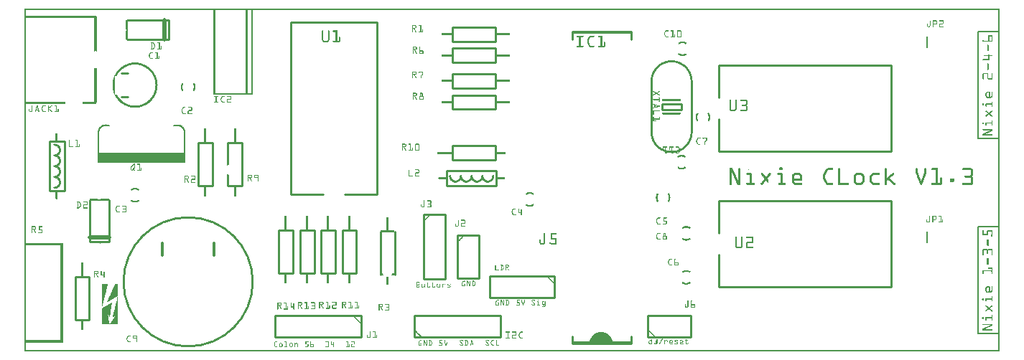
<source format=gto>
G04 MADE WITH FRITZING*
G04 WWW.FRITZING.ORG*
G04 DOUBLE SIDED*
G04 HOLES PLATED*
G04 CONTOUR ON CENTER OF CONTOUR VECTOR*
%ASAXBY*%
%FSLAX23Y23*%
%MOIN*%
%OFA0B0*%
%SFA1.0B1.0*%
%ADD10C,0.610000X0.59*%
%ADD11R,0.096457X0.038714X0.076772X0.019029*%
%ADD12C,0.009843*%
%ADD13R,0.400000X0.040000*%
%ADD14R,0.080000X0.240000X0.060000X0.220000*%
%ADD15C,0.010000*%
%ADD16R,0.240000X0.080000X0.220000X0.060000*%
%ADD17C,0.008000*%
%ADD18C,0.020000*%
%ADD19C,0.011000*%
%ADD20R,0.001000X0.001000*%
%LNSILK1*%
G90*
G70*
G54D10*
X760Y325D03*
G54D12*
X2961Y1152D02*
X3048Y1152D01*
X3048Y1123D01*
X2961Y1123D01*
X2961Y1152D01*
D02*
G54D13*
X544Y902D03*
G54D15*
X115Y976D02*
X185Y976D01*
X185Y746D01*
X115Y746D01*
X115Y976D01*
D02*
X1961Y840D02*
X2191Y840D01*
X2191Y770D01*
X1961Y770D01*
X1961Y840D01*
D02*
X1562Y166D02*
X1162Y166D01*
D02*
X1162Y166D02*
X1162Y66D01*
D02*
X1162Y66D02*
X1562Y66D01*
D02*
X1562Y66D02*
X1562Y166D01*
D02*
X2459Y351D02*
X2159Y351D01*
D02*
X2159Y351D02*
X2159Y251D01*
D02*
X2159Y251D02*
X2459Y251D01*
D02*
X2459Y251D02*
X2459Y351D01*
D02*
X2894Y66D02*
X3094Y66D01*
D02*
X3094Y66D02*
X3094Y166D01*
D02*
X3094Y166D02*
X2894Y166D01*
D02*
X2894Y166D02*
X2894Y66D01*
D02*
X2010Y542D02*
X2010Y342D01*
D02*
X2010Y342D02*
X2110Y342D01*
D02*
X2110Y342D02*
X2110Y542D01*
D02*
X2110Y542D02*
X2010Y542D01*
D02*
X1852Y638D02*
X1852Y338D01*
D02*
X1852Y338D02*
X1952Y338D01*
D02*
X1952Y338D02*
X1952Y638D01*
D02*
X1952Y638D02*
X1852Y638D01*
D02*
X1986Y956D02*
X2186Y956D01*
D02*
X2186Y956D02*
X2186Y890D01*
D02*
X2186Y890D02*
X1986Y890D01*
D02*
X1986Y890D02*
X1986Y956D01*
D02*
X1010Y970D02*
X1010Y770D01*
D02*
X1010Y770D02*
X944Y770D01*
D02*
X944Y970D02*
X1010Y970D01*
G54D17*
D02*
X4189Y1463D02*
X4189Y1413D01*
D02*
X4425Y1486D02*
X4523Y1486D01*
D02*
X4523Y1486D02*
X4523Y990D01*
D02*
X4523Y990D02*
X4425Y990D01*
D02*
X4425Y990D02*
X4425Y1486D01*
D02*
X4189Y558D02*
X4189Y508D01*
D02*
X4425Y581D02*
X4523Y581D01*
D02*
X4523Y581D02*
X4523Y85D01*
D02*
X4523Y85D02*
X4425Y85D01*
D02*
X4425Y85D02*
X4425Y581D01*
G54D15*
D02*
X1810Y66D02*
X2210Y66D01*
D02*
X2210Y66D02*
X2210Y166D01*
D02*
X2210Y166D02*
X1810Y166D01*
D02*
X1810Y166D02*
X1810Y66D01*
D02*
X2727Y36D02*
X2815Y36D01*
D02*
X2815Y1486D02*
X2542Y1486D01*
D02*
X2542Y36D02*
X2627Y36D01*
D02*
X2542Y36D02*
X2542Y71D01*
D02*
X2815Y36D02*
X2815Y71D01*
D02*
X2815Y1486D02*
X2815Y1451D01*
D02*
X2542Y1486D02*
X2542Y1451D01*
D02*
X2627Y36D02*
X2727Y36D01*
G54D17*
D02*
X2632Y41D02*
X2722Y41D01*
D02*
X2722Y41D02*
X2632Y49D01*
D02*
X2632Y49D02*
X2722Y49D01*
D02*
X2722Y49D02*
X2635Y56D01*
D02*
X2635Y56D02*
X2720Y56D01*
D02*
X2720Y56D02*
X2640Y64D01*
D02*
X2640Y64D02*
X2717Y64D01*
D02*
X2717Y64D02*
X2645Y69D01*
D02*
X2645Y69D02*
X2710Y69D01*
D02*
X2710Y69D02*
X2650Y74D01*
D02*
X2650Y74D02*
X2705Y74D01*
D02*
X2705Y74D02*
X2657Y79D01*
D02*
X2657Y79D02*
X2692Y79D01*
D02*
X2545Y44D02*
X2812Y44D01*
D02*
X2545Y1479D02*
X2812Y1479D01*
D02*
X1057Y1197D02*
X1032Y1197D01*
D02*
X1032Y1197D02*
X882Y1197D01*
G54D15*
D02*
X1637Y731D02*
X1637Y1531D01*
D02*
X1637Y1531D02*
X1237Y1531D01*
D02*
X1237Y1531D02*
X1237Y731D01*
D02*
X1637Y731D02*
X1487Y731D01*
D02*
X1387Y731D02*
X1237Y731D01*
D02*
X3224Y302D02*
X4024Y302D01*
D02*
X4024Y302D02*
X4024Y702D01*
D02*
X4024Y702D02*
X3224Y702D01*
D02*
X3224Y302D02*
X3224Y452D01*
D02*
X3224Y552D02*
X3224Y702D01*
D02*
X3224Y932D02*
X4024Y932D01*
D02*
X4024Y932D02*
X4024Y1332D01*
D02*
X4024Y1332D02*
X3224Y1332D01*
D02*
X3224Y932D02*
X3224Y1082D01*
D02*
X3224Y1182D02*
X3224Y1332D01*
D02*
X670Y1449D02*
X475Y1449D01*
D02*
X475Y1539D02*
X670Y1539D01*
D02*
X670Y1539D02*
X670Y1449D01*
G54D18*
D02*
X650Y1539D02*
X650Y1449D01*
G54D17*
D02*
X744Y922D02*
X744Y1017D01*
D02*
X344Y922D02*
X344Y1017D01*
D02*
X344Y922D02*
X744Y922D01*
D02*
X744Y922D02*
X744Y882D01*
D02*
X744Y882D02*
X344Y882D01*
D02*
X344Y882D02*
X344Y922D01*
D02*
X709Y1052D02*
X694Y1052D01*
D02*
X379Y1052D02*
X394Y1052D01*
G54D15*
D02*
X1246Y564D02*
X1246Y364D01*
D02*
X1246Y364D02*
X1180Y364D01*
D02*
X1180Y364D02*
X1180Y564D01*
D02*
X1180Y564D02*
X1246Y564D01*
D02*
X1345Y564D02*
X1345Y364D01*
D02*
X1345Y364D02*
X1279Y364D01*
D02*
X1279Y364D02*
X1279Y564D01*
D02*
X1279Y564D02*
X1345Y564D01*
D02*
X1443Y564D02*
X1443Y364D01*
D02*
X1443Y364D02*
X1377Y364D01*
D02*
X1377Y364D02*
X1377Y564D01*
D02*
X1377Y564D02*
X1443Y564D01*
D02*
X1541Y564D02*
X1541Y364D01*
D02*
X1541Y364D02*
X1475Y364D01*
D02*
X1475Y364D02*
X1475Y564D01*
D02*
X1475Y564D02*
X1541Y564D01*
D02*
X2186Y1126D02*
X1986Y1126D01*
D02*
X1986Y1126D02*
X1986Y1192D01*
D02*
X1986Y1192D02*
X2186Y1192D01*
D02*
X2186Y1192D02*
X2186Y1126D01*
D02*
X2186Y1225D02*
X1986Y1225D01*
D02*
X1986Y1225D02*
X1986Y1291D01*
D02*
X1986Y1291D02*
X2186Y1291D01*
D02*
X2186Y1291D02*
X2186Y1225D01*
D02*
X2186Y1343D02*
X1986Y1343D01*
D02*
X1986Y1343D02*
X1986Y1409D01*
D02*
X1986Y1409D02*
X2186Y1409D01*
D02*
X2186Y1409D02*
X2186Y1343D01*
D02*
X2186Y1441D02*
X1986Y1441D01*
D02*
X1986Y1441D02*
X1986Y1507D01*
D02*
X1986Y1507D02*
X2186Y1507D01*
D02*
X2186Y1507D02*
X2186Y1441D01*
D02*
X872Y970D02*
X872Y770D01*
D02*
X872Y770D02*
X806Y770D01*
D02*
X806Y770D02*
X806Y970D01*
D02*
X806Y970D02*
X872Y970D01*
D02*
X302Y510D02*
X302Y705D01*
D02*
X392Y705D02*
X392Y510D01*
D02*
X392Y510D02*
X302Y510D01*
G54D18*
D02*
X392Y530D02*
X302Y530D01*
G54D15*
D02*
X1719Y558D02*
X1719Y358D01*
D02*
X1653Y358D02*
X1653Y558D01*
D02*
X301Y347D02*
X301Y147D01*
D02*
X301Y147D02*
X235Y147D01*
D02*
X235Y147D02*
X235Y347D01*
D02*
X235Y347D02*
X301Y347D01*
G36*
X359Y313D02*
X359Y203D01*
X359Y203D01*
X359Y206D01*
X360Y206D01*
X360Y209D01*
X361Y209D01*
X361Y211D01*
X362Y211D01*
X362Y213D01*
X362Y213D01*
X362Y214D01*
X362Y214D01*
X362Y214D01*
X362Y214D01*
X362Y217D01*
X363Y217D01*
X363Y219D01*
X364Y219D01*
X364Y223D01*
X365Y223D01*
X365Y225D01*
X365Y225D01*
X365Y225D01*
X365Y225D01*
X365Y226D01*
X365Y226D01*
X365Y228D01*
X366Y228D01*
X366Y232D01*
X367Y232D01*
X367Y233D01*
X367Y233D01*
X367Y234D01*
X367Y234D01*
X367Y235D01*
X367Y235D01*
X367Y236D01*
X368Y236D01*
X368Y237D01*
X367Y237D01*
X367Y238D01*
X368Y238D01*
X368Y239D01*
X369Y239D01*
X369Y240D01*
X368Y240D01*
X368Y241D01*
X369Y241D01*
X369Y242D01*
X370Y242D01*
X370Y243D01*
X369Y243D01*
X369Y243D01*
X370Y243D01*
X370Y246D01*
X370Y246D01*
X370Y249D01*
X371Y249D01*
X371Y251D01*
X372Y251D01*
X372Y254D01*
X373Y254D01*
X373Y257D01*
X373Y257D01*
X373Y260D01*
X374Y260D01*
X374Y263D01*
X375Y263D01*
X375Y266D01*
X375Y266D01*
X375Y269D01*
X376Y269D01*
X376Y272D01*
X377Y272D01*
X377Y275D01*
X378Y275D01*
X378Y278D01*
X378Y278D01*
X378Y281D01*
X379Y281D01*
X379Y283D01*
X380Y283D01*
X380Y286D01*
X381Y286D01*
X381Y288D01*
X381Y288D01*
X381Y289D01*
X381Y289D01*
X381Y289D01*
X381Y289D01*
X381Y291D01*
X382Y291D01*
X382Y294D01*
X383Y294D01*
X383Y297D01*
X383Y297D01*
X383Y300D01*
X384Y300D01*
X384Y303D01*
X385Y303D01*
X385Y306D01*
X386Y306D01*
X386Y309D01*
X386Y309D01*
X386Y312D01*
X387Y312D01*
X387Y313D01*
X359Y313D01*
G37*
D02*
G36*
X420Y313D02*
X420Y313D01*
X419Y313D01*
X419Y311D01*
X418Y311D01*
X418Y309D01*
X418Y309D01*
X418Y307D01*
X417Y307D01*
X417Y306D01*
X416Y306D01*
X416Y304D01*
X415Y304D01*
X415Y302D01*
X415Y302D01*
X415Y301D01*
X414Y301D01*
X414Y299D01*
X413Y299D01*
X413Y297D01*
X413Y297D01*
X413Y296D01*
X412Y296D01*
X412Y294D01*
X411Y294D01*
X411Y292D01*
X410Y292D01*
X410Y291D01*
X410Y291D01*
X410Y289D01*
X409Y289D01*
X409Y287D01*
X408Y287D01*
X408Y286D01*
X407Y286D01*
X407Y284D01*
X407Y284D01*
X407Y282D01*
X406Y282D01*
X406Y281D01*
X405Y281D01*
X405Y279D01*
X405Y279D01*
X405Y278D01*
X404Y278D01*
X404Y275D01*
X403Y275D01*
X403Y274D01*
X402Y274D01*
X402Y273D01*
X402Y273D01*
X402Y270D01*
X401Y270D01*
X401Y269D01*
X400Y269D01*
X400Y267D01*
X399Y267D01*
X399Y266D01*
X399Y266D01*
X399Y264D01*
X398Y264D01*
X398Y262D01*
X397Y262D01*
X397Y261D01*
X397Y261D01*
X397Y259D01*
X396Y259D01*
X396Y257D01*
X395Y257D01*
X395Y256D01*
X394Y256D01*
X394Y254D01*
X394Y254D01*
X394Y252D01*
X393Y252D01*
X393Y251D01*
X392Y251D01*
X392Y249D01*
X391Y249D01*
X391Y247D01*
X391Y247D01*
X391Y246D01*
X390Y246D01*
X390Y244D01*
X389Y244D01*
X389Y242D01*
X389Y242D01*
X389Y241D01*
X388Y241D01*
X388Y239D01*
X387Y239D01*
X387Y237D01*
X386Y237D01*
X386Y235D01*
X386Y235D01*
X386Y234D01*
X385Y234D01*
X385Y233D01*
X384Y233D01*
X384Y230D01*
X383Y230D01*
X383Y229D01*
X385Y229D01*
X385Y230D01*
X386Y230D01*
X386Y230D01*
X387Y230D01*
X387Y231D01*
X389Y231D01*
X389Y232D01*
X390Y232D01*
X390Y233D01*
X391Y233D01*
X391Y233D01*
X392Y233D01*
X392Y234D01*
X393Y234D01*
X393Y235D01*
X394Y235D01*
X394Y235D01*
X396Y235D01*
X396Y236D01*
X397Y236D01*
X397Y237D01*
X398Y237D01*
X398Y238D01*
X399Y238D01*
X399Y238D01*
X401Y238D01*
X401Y239D01*
X402Y239D01*
X402Y240D01*
X403Y240D01*
X403Y241D01*
X405Y241D01*
X405Y241D01*
X405Y241D01*
X405Y242D01*
X407Y242D01*
X407Y243D01*
X408Y243D01*
X408Y243D01*
X409Y243D01*
X409Y244D01*
X410Y244D01*
X410Y245D01*
X412Y245D01*
X412Y246D01*
X413Y246D01*
X413Y246D01*
X414Y246D01*
X414Y247D01*
X415Y247D01*
X415Y248D01*
X416Y248D01*
X416Y249D01*
X418Y249D01*
X418Y249D01*
X419Y249D01*
X419Y250D01*
X421Y250D01*
X421Y251D01*
X421Y251D01*
X421Y251D01*
X423Y251D01*
X423Y252D01*
X424Y252D01*
X424Y253D01*
X425Y253D01*
X425Y254D01*
X426Y254D01*
X426Y254D01*
X428Y254D01*
X428Y255D01*
X429Y255D01*
X429Y256D01*
X430Y256D01*
X430Y257D01*
X431Y257D01*
X431Y257D01*
X433Y257D01*
X433Y313D01*
X420Y313D01*
G37*
D02*
G36*
X432Y256D02*
X432Y253D01*
X431Y253D01*
X431Y250D01*
X431Y250D01*
X431Y247D01*
X430Y247D01*
X430Y244D01*
X429Y244D01*
X429Y241D01*
X429Y241D01*
X429Y238D01*
X428Y238D01*
X428Y235D01*
X427Y235D01*
X427Y233D01*
X426Y233D01*
X426Y230D01*
X426Y230D01*
X426Y227D01*
X425Y227D01*
X425Y224D01*
X424Y224D01*
X424Y221D01*
X423Y221D01*
X423Y218D01*
X423Y218D01*
X423Y215D01*
X422Y215D01*
X422Y212D01*
X421Y212D01*
X421Y209D01*
X421Y209D01*
X421Y207D01*
X420Y207D01*
X420Y206D01*
X421Y206D01*
X421Y206D01*
X420Y206D01*
X420Y204D01*
X419Y204D01*
X419Y201D01*
X418Y201D01*
X418Y198D01*
X418Y198D01*
X418Y198D01*
X418Y198D01*
X418Y197D01*
X418Y197D01*
X418Y195D01*
X417Y195D01*
X417Y193D01*
X416Y193D01*
X416Y190D01*
X415Y190D01*
X415Y187D01*
X415Y187D01*
X415Y184D01*
X414Y184D01*
X414Y181D01*
X413Y181D01*
X413Y178D01*
X413Y178D01*
X413Y175D01*
X412Y175D01*
X412Y172D01*
X411Y172D01*
X411Y169D01*
X410Y169D01*
X410Y166D01*
X421Y166D01*
X421Y165D01*
X421Y165D01*
X421Y163D01*
X420Y163D01*
X420Y163D01*
X419Y163D01*
X419Y161D01*
X418Y161D01*
X418Y161D01*
X418Y161D01*
X418Y159D01*
X417Y159D01*
X417Y158D01*
X416Y158D01*
X416Y157D01*
X415Y157D01*
X415Y156D01*
X415Y156D01*
X415Y155D01*
X414Y155D01*
X414Y154D01*
X413Y154D01*
X413Y153D01*
X413Y153D01*
X413Y152D01*
X412Y152D01*
X412Y150D01*
X411Y150D01*
X411Y149D01*
X410Y149D01*
X410Y148D01*
X410Y148D01*
X410Y147D01*
X409Y147D01*
X409Y146D01*
X408Y146D01*
X408Y145D01*
X407Y145D01*
X407Y144D01*
X407Y144D01*
X407Y142D01*
X406Y142D01*
X406Y142D01*
X405Y142D01*
X405Y140D01*
X405Y140D01*
X405Y139D01*
X404Y139D01*
X404Y138D01*
X403Y138D01*
X403Y137D01*
X402Y137D01*
X402Y136D01*
X402Y136D01*
X402Y135D01*
X401Y135D01*
X401Y134D01*
X400Y134D01*
X400Y133D01*
X399Y133D01*
X399Y131D01*
X399Y131D01*
X399Y131D01*
X398Y131D01*
X398Y129D01*
X397Y129D01*
X397Y129D01*
X397Y129D01*
X397Y128D01*
X396Y128D01*
X396Y127D01*
X433Y127D01*
X433Y256D01*
X432Y256D01*
G37*
D02*
G36*
X410Y166D02*
X410Y163D01*
X409Y163D01*
X409Y161D01*
X408Y161D01*
X408Y159D01*
X410Y159D01*
X410Y160D01*
X411Y160D01*
X411Y161D01*
X412Y161D01*
X412Y161D01*
X413Y161D01*
X413Y162D01*
X415Y162D01*
X415Y163D01*
X415Y163D01*
X415Y163D01*
X417Y163D01*
X417Y164D01*
X418Y164D01*
X418Y165D01*
X420Y165D01*
X420Y166D01*
X421Y166D01*
X421Y166D01*
X410Y166D01*
G37*
D02*
G36*
X383Y229D02*
X383Y228D01*
X383Y228D01*
X383Y229D01*
X383Y229D01*
G37*
D02*
G36*
X405Y227D02*
X405Y227D01*
X404Y227D01*
X404Y226D01*
X402Y226D01*
X402Y225D01*
X401Y225D01*
X401Y225D01*
X399Y225D01*
X399Y224D01*
X399Y224D01*
X399Y223D01*
X397Y223D01*
X397Y222D01*
X396Y222D01*
X396Y222D01*
X395Y222D01*
X395Y221D01*
X394Y221D01*
X394Y220D01*
X392Y220D01*
X392Y219D01*
X391Y219D01*
X391Y219D01*
X390Y219D01*
X390Y218D01*
X389Y218D01*
X389Y217D01*
X387Y217D01*
X387Y217D01*
X386Y217D01*
X386Y216D01*
X385Y216D01*
X385Y215D01*
X383Y215D01*
X383Y214D01*
X382Y214D01*
X382Y214D01*
X381Y214D01*
X381Y213D01*
X380Y213D01*
X380Y212D01*
X378Y212D01*
X378Y211D01*
X377Y211D01*
X377Y211D01*
X376Y211D01*
X376Y210D01*
X375Y210D01*
X375Y209D01*
X373Y209D01*
X373Y209D01*
X373Y209D01*
X373Y208D01*
X371Y208D01*
X371Y207D01*
X370Y207D01*
X370Y206D01*
X368Y206D01*
X368Y206D01*
X367Y206D01*
X367Y205D01*
X366Y205D01*
X366Y204D01*
X365Y204D01*
X365Y203D01*
X363Y203D01*
X363Y203D01*
X362Y203D01*
X362Y202D01*
X360Y202D01*
X360Y201D01*
X359Y201D01*
X359Y201D01*
X359Y201D01*
X359Y173D01*
X387Y173D01*
X387Y171D01*
X388Y171D01*
X388Y171D01*
X389Y171D01*
X389Y170D01*
X389Y170D01*
X389Y169D01*
X390Y169D01*
X390Y168D01*
X391Y168D01*
X391Y167D01*
X391Y167D01*
X391Y166D01*
X392Y166D01*
X392Y165D01*
X393Y165D01*
X393Y164D01*
X394Y164D01*
X394Y163D01*
X394Y163D01*
X394Y162D01*
X395Y162D01*
X395Y161D01*
X396Y161D01*
X396Y162D01*
X397Y162D01*
X397Y166D01*
X397Y166D01*
X397Y167D01*
X397Y167D01*
X397Y168D01*
X397Y168D01*
X397Y171D01*
X398Y171D01*
X398Y171D01*
X397Y171D01*
X397Y172D01*
X398Y172D01*
X398Y177D01*
X399Y177D01*
X399Y181D01*
X399Y181D01*
X399Y182D01*
X399Y182D01*
X399Y182D01*
X399Y182D01*
X399Y186D01*
X400Y186D01*
X400Y187D01*
X399Y187D01*
X399Y187D01*
X400Y187D01*
X400Y191D01*
X401Y191D01*
X401Y192D01*
X400Y192D01*
X400Y193D01*
X401Y193D01*
X401Y196D01*
X402Y196D01*
X402Y197D01*
X401Y197D01*
X401Y198D01*
X402Y198D01*
X402Y201D01*
X402Y201D01*
X402Y202D01*
X402Y202D01*
X402Y203D01*
X402Y203D01*
X402Y207D01*
X403Y207D01*
X403Y212D01*
X404Y212D01*
X404Y217D01*
X405Y217D01*
X405Y222D01*
X405Y222D01*
X405Y226D01*
X406Y226D01*
X406Y227D01*
X405Y227D01*
X405Y227D01*
X405Y227D01*
G37*
D02*
G36*
X359Y173D02*
X359Y127D01*
X395Y127D01*
X395Y131D01*
X394Y131D01*
X394Y134D01*
X394Y134D01*
X394Y138D01*
X393Y138D01*
X393Y142D01*
X392Y142D01*
X392Y145D01*
X391Y145D01*
X391Y147D01*
X391Y147D01*
X391Y148D01*
X391Y148D01*
X391Y149D01*
X391Y149D01*
X391Y153D01*
X390Y153D01*
X390Y155D01*
X389Y155D01*
X389Y155D01*
X390Y155D01*
X390Y156D01*
X389Y156D01*
X389Y158D01*
X389Y158D01*
X389Y159D01*
X389Y159D01*
X389Y160D01*
X389Y160D01*
X389Y163D01*
X388Y163D01*
X388Y166D01*
X387Y166D01*
X387Y170D01*
X386Y170D01*
X386Y173D01*
X359Y173D01*
G37*
D02*
G36*
X396Y161D02*
X396Y161D01*
X397Y161D01*
X397Y161D01*
X396Y161D01*
G37*
D02*
G54D19*
X448Y1293D02*
X478Y1293D01*
D02*
X448Y1183D02*
X478Y1183D01*
D02*
G54D20*
X0Y1594D02*
X4526Y1594D01*
X0Y1593D02*
X4526Y1593D01*
X0Y1592D02*
X4526Y1592D01*
X0Y1591D02*
X4526Y1591D01*
X0Y1590D02*
X4526Y1590D01*
X0Y1589D02*
X4526Y1589D01*
X0Y1588D02*
X4526Y1588D01*
X0Y1587D02*
X4526Y1587D01*
X0Y1586D02*
X7Y1586D01*
X878Y1586D02*
X885Y1586D01*
X1028Y1586D02*
X1035Y1586D01*
X1053Y1586D02*
X1060Y1586D01*
X4519Y1586D02*
X4526Y1586D01*
X0Y1585D02*
X7Y1585D01*
X878Y1585D02*
X885Y1585D01*
X1028Y1585D02*
X1035Y1585D01*
X1053Y1585D02*
X1060Y1585D01*
X4519Y1585D02*
X4526Y1585D01*
X0Y1584D02*
X7Y1584D01*
X878Y1584D02*
X885Y1584D01*
X1028Y1584D02*
X1035Y1584D01*
X1053Y1584D02*
X1060Y1584D01*
X4519Y1584D02*
X4526Y1584D01*
X0Y1583D02*
X7Y1583D01*
X878Y1583D02*
X885Y1583D01*
X1028Y1583D02*
X1035Y1583D01*
X1053Y1583D02*
X1060Y1583D01*
X4519Y1583D02*
X4526Y1583D01*
X0Y1582D02*
X7Y1582D01*
X878Y1582D02*
X885Y1582D01*
X1028Y1582D02*
X1035Y1582D01*
X1053Y1582D02*
X1060Y1582D01*
X4519Y1582D02*
X4526Y1582D01*
X0Y1581D02*
X7Y1581D01*
X878Y1581D02*
X885Y1581D01*
X1028Y1581D02*
X1035Y1581D01*
X1053Y1581D02*
X1060Y1581D01*
X4519Y1581D02*
X4526Y1581D01*
X0Y1580D02*
X7Y1580D01*
X878Y1580D02*
X885Y1580D01*
X1028Y1580D02*
X1035Y1580D01*
X1053Y1580D02*
X1060Y1580D01*
X4519Y1580D02*
X4526Y1580D01*
X0Y1579D02*
X7Y1579D01*
X878Y1579D02*
X885Y1579D01*
X1028Y1579D02*
X1035Y1579D01*
X1053Y1579D02*
X1060Y1579D01*
X4519Y1579D02*
X4526Y1579D01*
X0Y1578D02*
X7Y1578D01*
X878Y1578D02*
X885Y1578D01*
X1028Y1578D02*
X1035Y1578D01*
X1053Y1578D02*
X1060Y1578D01*
X4519Y1578D02*
X4526Y1578D01*
X0Y1577D02*
X7Y1577D01*
X878Y1577D02*
X885Y1577D01*
X1028Y1577D02*
X1035Y1577D01*
X1053Y1577D02*
X1060Y1577D01*
X4519Y1577D02*
X4526Y1577D01*
X0Y1576D02*
X7Y1576D01*
X878Y1576D02*
X885Y1576D01*
X1028Y1576D02*
X1035Y1576D01*
X1053Y1576D02*
X1060Y1576D01*
X4519Y1576D02*
X4526Y1576D01*
X0Y1575D02*
X7Y1575D01*
X878Y1575D02*
X885Y1575D01*
X1028Y1575D02*
X1035Y1575D01*
X1053Y1575D02*
X1060Y1575D01*
X4519Y1575D02*
X4526Y1575D01*
X0Y1574D02*
X7Y1574D01*
X878Y1574D02*
X885Y1574D01*
X1028Y1574D02*
X1035Y1574D01*
X1053Y1574D02*
X1060Y1574D01*
X4519Y1574D02*
X4526Y1574D01*
X0Y1573D02*
X7Y1573D01*
X878Y1573D02*
X885Y1573D01*
X1028Y1573D02*
X1035Y1573D01*
X1053Y1573D02*
X1060Y1573D01*
X4519Y1573D02*
X4526Y1573D01*
X0Y1572D02*
X7Y1572D01*
X878Y1572D02*
X885Y1572D01*
X1028Y1572D02*
X1035Y1572D01*
X1053Y1572D02*
X1060Y1572D01*
X4519Y1572D02*
X4526Y1572D01*
X0Y1571D02*
X7Y1571D01*
X878Y1571D02*
X885Y1571D01*
X1028Y1571D02*
X1035Y1571D01*
X1053Y1571D02*
X1060Y1571D01*
X4519Y1571D02*
X4526Y1571D01*
X0Y1570D02*
X7Y1570D01*
X878Y1570D02*
X885Y1570D01*
X1028Y1570D02*
X1035Y1570D01*
X1053Y1570D02*
X1060Y1570D01*
X4519Y1570D02*
X4526Y1570D01*
X0Y1569D02*
X7Y1569D01*
X878Y1569D02*
X885Y1569D01*
X1028Y1569D02*
X1035Y1569D01*
X1053Y1569D02*
X1060Y1569D01*
X4519Y1569D02*
X4526Y1569D01*
X0Y1568D02*
X7Y1568D01*
X878Y1568D02*
X885Y1568D01*
X1028Y1568D02*
X1035Y1568D01*
X1053Y1568D02*
X1060Y1568D01*
X4519Y1568D02*
X4526Y1568D01*
X0Y1567D02*
X7Y1567D01*
X878Y1567D02*
X885Y1567D01*
X1028Y1567D02*
X1035Y1567D01*
X1053Y1567D02*
X1060Y1567D01*
X4519Y1567D02*
X4526Y1567D01*
X0Y1566D02*
X7Y1566D01*
X878Y1566D02*
X885Y1566D01*
X1028Y1566D02*
X1035Y1566D01*
X1053Y1566D02*
X1060Y1566D01*
X4519Y1566D02*
X4526Y1566D01*
X0Y1565D02*
X7Y1565D01*
X878Y1565D02*
X885Y1565D01*
X1028Y1565D02*
X1035Y1565D01*
X1053Y1565D02*
X1060Y1565D01*
X4519Y1565D02*
X4526Y1565D01*
X0Y1564D02*
X7Y1564D01*
X878Y1564D02*
X885Y1564D01*
X1028Y1564D02*
X1035Y1564D01*
X1053Y1564D02*
X1060Y1564D01*
X4519Y1564D02*
X4526Y1564D01*
X0Y1563D02*
X7Y1563D01*
X878Y1563D02*
X885Y1563D01*
X1028Y1563D02*
X1035Y1563D01*
X1053Y1563D02*
X1060Y1563D01*
X4519Y1563D02*
X4526Y1563D01*
X0Y1562D02*
X7Y1562D01*
X878Y1562D02*
X885Y1562D01*
X1028Y1562D02*
X1035Y1562D01*
X1053Y1562D02*
X1060Y1562D01*
X4519Y1562D02*
X4526Y1562D01*
X0Y1561D02*
X331Y1561D01*
X878Y1561D02*
X885Y1561D01*
X1028Y1561D02*
X1035Y1561D01*
X1053Y1561D02*
X1060Y1561D01*
X4519Y1561D02*
X4526Y1561D01*
X0Y1560D02*
X333Y1560D01*
X878Y1560D02*
X885Y1560D01*
X1028Y1560D02*
X1035Y1560D01*
X1053Y1560D02*
X1060Y1560D01*
X4519Y1560D02*
X4526Y1560D01*
X0Y1559D02*
X334Y1559D01*
X878Y1559D02*
X885Y1559D01*
X1028Y1559D02*
X1035Y1559D01*
X1053Y1559D02*
X1060Y1559D01*
X4519Y1559D02*
X4526Y1559D01*
X0Y1558D02*
X334Y1558D01*
X878Y1558D02*
X885Y1558D01*
X1028Y1558D02*
X1035Y1558D01*
X1053Y1558D02*
X1060Y1558D01*
X4519Y1558D02*
X4526Y1558D01*
X0Y1557D02*
X334Y1557D01*
X878Y1557D02*
X885Y1557D01*
X1028Y1557D02*
X1035Y1557D01*
X1053Y1557D02*
X1060Y1557D01*
X4519Y1557D02*
X4526Y1557D01*
X0Y1556D02*
X335Y1556D01*
X878Y1556D02*
X885Y1556D01*
X1028Y1556D02*
X1035Y1556D01*
X1053Y1556D02*
X1060Y1556D01*
X4519Y1556D02*
X4526Y1556D01*
X0Y1555D02*
X335Y1555D01*
X878Y1555D02*
X885Y1555D01*
X1028Y1555D02*
X1035Y1555D01*
X1053Y1555D02*
X1060Y1555D01*
X4519Y1555D02*
X4526Y1555D01*
X0Y1554D02*
X335Y1554D01*
X878Y1554D02*
X885Y1554D01*
X1028Y1554D02*
X1035Y1554D01*
X1053Y1554D02*
X1060Y1554D01*
X4519Y1554D02*
X4526Y1554D01*
X0Y1553D02*
X335Y1553D01*
X878Y1553D02*
X885Y1553D01*
X1028Y1553D02*
X1035Y1553D01*
X1053Y1553D02*
X1060Y1553D01*
X4519Y1553D02*
X4526Y1553D01*
X0Y1552D02*
X335Y1552D01*
X878Y1552D02*
X885Y1552D01*
X1028Y1552D02*
X1035Y1552D01*
X1053Y1552D02*
X1060Y1552D01*
X4519Y1552D02*
X4526Y1552D01*
X0Y1551D02*
X7Y1551D01*
X325Y1551D02*
X335Y1551D01*
X878Y1551D02*
X885Y1551D01*
X1028Y1551D02*
X1035Y1551D01*
X1053Y1551D02*
X1060Y1551D01*
X4519Y1551D02*
X4526Y1551D01*
X0Y1550D02*
X7Y1550D01*
X325Y1550D02*
X335Y1550D01*
X878Y1550D02*
X885Y1550D01*
X1028Y1550D02*
X1035Y1550D01*
X1053Y1550D02*
X1060Y1550D01*
X4519Y1550D02*
X4526Y1550D01*
X0Y1549D02*
X7Y1549D01*
X325Y1549D02*
X335Y1549D01*
X878Y1549D02*
X885Y1549D01*
X1028Y1549D02*
X1035Y1549D01*
X1053Y1549D02*
X1060Y1549D01*
X4519Y1549D02*
X4526Y1549D01*
X0Y1548D02*
X7Y1548D01*
X325Y1548D02*
X335Y1548D01*
X878Y1548D02*
X885Y1548D01*
X1028Y1548D02*
X1035Y1548D01*
X1053Y1548D02*
X1060Y1548D01*
X4519Y1548D02*
X4526Y1548D01*
X0Y1547D02*
X7Y1547D01*
X325Y1547D02*
X335Y1547D01*
X878Y1547D02*
X885Y1547D01*
X1028Y1547D02*
X1035Y1547D01*
X1053Y1547D02*
X1060Y1547D01*
X4519Y1547D02*
X4526Y1547D01*
X0Y1546D02*
X7Y1546D01*
X325Y1546D02*
X335Y1546D01*
X878Y1546D02*
X885Y1546D01*
X1028Y1546D02*
X1035Y1546D01*
X1053Y1546D02*
X1060Y1546D01*
X4519Y1546D02*
X4526Y1546D01*
X0Y1545D02*
X7Y1545D01*
X325Y1545D02*
X335Y1545D01*
X878Y1545D02*
X885Y1545D01*
X1028Y1545D02*
X1035Y1545D01*
X1053Y1545D02*
X1060Y1545D01*
X4519Y1545D02*
X4526Y1545D01*
X0Y1544D02*
X7Y1544D01*
X325Y1544D02*
X335Y1544D01*
X878Y1544D02*
X885Y1544D01*
X1028Y1544D02*
X1035Y1544D01*
X1053Y1544D02*
X1060Y1544D01*
X4519Y1544D02*
X4526Y1544D01*
X0Y1543D02*
X7Y1543D01*
X325Y1543D02*
X335Y1543D01*
X878Y1543D02*
X885Y1543D01*
X1028Y1543D02*
X1035Y1543D01*
X1053Y1543D02*
X1060Y1543D01*
X4519Y1543D02*
X4526Y1543D01*
X0Y1542D02*
X7Y1542D01*
X325Y1542D02*
X335Y1542D01*
X878Y1542D02*
X885Y1542D01*
X1028Y1542D02*
X1035Y1542D01*
X1053Y1542D02*
X1060Y1542D01*
X4519Y1542D02*
X4526Y1542D01*
X0Y1541D02*
X7Y1541D01*
X325Y1541D02*
X335Y1541D01*
X878Y1541D02*
X885Y1541D01*
X1028Y1541D02*
X1035Y1541D01*
X1053Y1541D02*
X1060Y1541D01*
X4519Y1541D02*
X4526Y1541D01*
X0Y1540D02*
X7Y1540D01*
X325Y1540D02*
X335Y1540D01*
X878Y1540D02*
X885Y1540D01*
X1028Y1540D02*
X1035Y1540D01*
X1053Y1540D02*
X1060Y1540D01*
X4218Y1540D02*
X4230Y1540D01*
X4249Y1540D02*
X4262Y1540D01*
X4519Y1540D02*
X4526Y1540D01*
X0Y1539D02*
X7Y1539D01*
X325Y1539D02*
X335Y1539D01*
X470Y1539D02*
X478Y1539D01*
X878Y1539D02*
X885Y1539D01*
X1028Y1539D02*
X1035Y1539D01*
X1053Y1539D02*
X1060Y1539D01*
X4202Y1539D02*
X4204Y1539D01*
X4217Y1539D02*
X4234Y1539D01*
X4247Y1539D02*
X4265Y1539D01*
X4519Y1539D02*
X4526Y1539D01*
X0Y1538D02*
X7Y1538D01*
X325Y1538D02*
X335Y1538D01*
X470Y1538D02*
X479Y1538D01*
X878Y1538D02*
X885Y1538D01*
X1028Y1538D02*
X1035Y1538D01*
X1053Y1538D02*
X1060Y1538D01*
X4202Y1538D02*
X4205Y1538D01*
X4217Y1538D02*
X4235Y1538D01*
X4247Y1538D02*
X4266Y1538D01*
X4519Y1538D02*
X4526Y1538D01*
X0Y1537D02*
X7Y1537D01*
X325Y1537D02*
X335Y1537D01*
X470Y1537D02*
X479Y1537D01*
X878Y1537D02*
X885Y1537D01*
X1028Y1537D02*
X1035Y1537D01*
X1053Y1537D02*
X1060Y1537D01*
X4202Y1537D02*
X4205Y1537D01*
X4217Y1537D02*
X4236Y1537D01*
X4247Y1537D02*
X4267Y1537D01*
X4519Y1537D02*
X4526Y1537D01*
X0Y1536D02*
X7Y1536D01*
X325Y1536D02*
X335Y1536D01*
X470Y1536D02*
X479Y1536D01*
X878Y1536D02*
X885Y1536D01*
X1028Y1536D02*
X1035Y1536D01*
X1053Y1536D02*
X1060Y1536D01*
X4202Y1536D02*
X4205Y1536D01*
X4217Y1536D02*
X4236Y1536D01*
X4248Y1536D02*
X4267Y1536D01*
X4519Y1536D02*
X4526Y1536D01*
X0Y1535D02*
X7Y1535D01*
X325Y1535D02*
X335Y1535D01*
X470Y1535D02*
X479Y1535D01*
X878Y1535D02*
X885Y1535D01*
X1028Y1535D02*
X1035Y1535D01*
X1053Y1535D02*
X1060Y1535D01*
X4202Y1535D02*
X4205Y1535D01*
X4217Y1535D02*
X4220Y1535D01*
X4233Y1535D02*
X4237Y1535D01*
X4264Y1535D02*
X4267Y1535D01*
X4519Y1535D02*
X4526Y1535D01*
X0Y1534D02*
X7Y1534D01*
X325Y1534D02*
X335Y1534D01*
X470Y1534D02*
X479Y1534D01*
X878Y1534D02*
X885Y1534D01*
X1028Y1534D02*
X1035Y1534D01*
X1053Y1534D02*
X1060Y1534D01*
X4202Y1534D02*
X4205Y1534D01*
X4217Y1534D02*
X4220Y1534D01*
X4234Y1534D02*
X4237Y1534D01*
X4264Y1534D02*
X4267Y1534D01*
X4519Y1534D02*
X4526Y1534D01*
X0Y1533D02*
X7Y1533D01*
X325Y1533D02*
X335Y1533D01*
X470Y1533D02*
X479Y1533D01*
X878Y1533D02*
X885Y1533D01*
X1028Y1533D02*
X1035Y1533D01*
X1053Y1533D02*
X1060Y1533D01*
X4202Y1533D02*
X4205Y1533D01*
X4217Y1533D02*
X4220Y1533D01*
X4234Y1533D02*
X4237Y1533D01*
X4264Y1533D02*
X4267Y1533D01*
X4519Y1533D02*
X4526Y1533D01*
X0Y1532D02*
X7Y1532D01*
X325Y1532D02*
X335Y1532D01*
X470Y1532D02*
X479Y1532D01*
X878Y1532D02*
X885Y1532D01*
X1028Y1532D02*
X1035Y1532D01*
X1053Y1532D02*
X1060Y1532D01*
X4202Y1532D02*
X4205Y1532D01*
X4217Y1532D02*
X4220Y1532D01*
X4234Y1532D02*
X4237Y1532D01*
X4264Y1532D02*
X4267Y1532D01*
X4519Y1532D02*
X4526Y1532D01*
X0Y1531D02*
X7Y1531D01*
X325Y1531D02*
X335Y1531D01*
X470Y1531D02*
X479Y1531D01*
X878Y1531D02*
X885Y1531D01*
X1028Y1531D02*
X1035Y1531D01*
X1053Y1531D02*
X1060Y1531D01*
X4202Y1531D02*
X4205Y1531D01*
X4217Y1531D02*
X4220Y1531D01*
X4234Y1531D02*
X4237Y1531D01*
X4264Y1531D02*
X4267Y1531D01*
X4519Y1531D02*
X4526Y1531D01*
X0Y1530D02*
X7Y1530D01*
X325Y1530D02*
X335Y1530D01*
X470Y1530D02*
X479Y1530D01*
X878Y1530D02*
X885Y1530D01*
X1028Y1530D02*
X1035Y1530D01*
X1053Y1530D02*
X1060Y1530D01*
X4202Y1530D02*
X4205Y1530D01*
X4217Y1530D02*
X4220Y1530D01*
X4234Y1530D02*
X4237Y1530D01*
X4264Y1530D02*
X4267Y1530D01*
X4519Y1530D02*
X4526Y1530D01*
X0Y1529D02*
X7Y1529D01*
X325Y1529D02*
X335Y1529D01*
X470Y1529D02*
X479Y1529D01*
X878Y1529D02*
X885Y1529D01*
X1028Y1529D02*
X1035Y1529D01*
X1053Y1529D02*
X1060Y1529D01*
X4202Y1529D02*
X4205Y1529D01*
X4217Y1529D02*
X4220Y1529D01*
X4234Y1529D02*
X4237Y1529D01*
X4264Y1529D02*
X4267Y1529D01*
X4519Y1529D02*
X4526Y1529D01*
X0Y1528D02*
X7Y1528D01*
X325Y1528D02*
X335Y1528D01*
X470Y1528D02*
X479Y1528D01*
X878Y1528D02*
X885Y1528D01*
X1028Y1528D02*
X1035Y1528D01*
X1053Y1528D02*
X1060Y1528D01*
X4202Y1528D02*
X4205Y1528D01*
X4217Y1528D02*
X4220Y1528D01*
X4234Y1528D02*
X4237Y1528D01*
X4264Y1528D02*
X4267Y1528D01*
X4519Y1528D02*
X4526Y1528D01*
X0Y1527D02*
X7Y1527D01*
X325Y1527D02*
X335Y1527D01*
X470Y1527D02*
X479Y1527D01*
X878Y1527D02*
X885Y1527D01*
X1028Y1527D02*
X1035Y1527D01*
X1053Y1527D02*
X1060Y1527D01*
X4202Y1527D02*
X4205Y1527D01*
X4217Y1527D02*
X4220Y1527D01*
X4234Y1527D02*
X4237Y1527D01*
X4264Y1527D02*
X4267Y1527D01*
X4519Y1527D02*
X4526Y1527D01*
X0Y1526D02*
X7Y1526D01*
X325Y1526D02*
X335Y1526D01*
X470Y1526D02*
X479Y1526D01*
X878Y1526D02*
X885Y1526D01*
X1028Y1526D02*
X1035Y1526D01*
X1053Y1526D02*
X1060Y1526D01*
X4202Y1526D02*
X4205Y1526D01*
X4217Y1526D02*
X4220Y1526D01*
X4234Y1526D02*
X4237Y1526D01*
X4263Y1526D02*
X4267Y1526D01*
X4519Y1526D02*
X4526Y1526D01*
X0Y1525D02*
X7Y1525D01*
X325Y1525D02*
X335Y1525D01*
X470Y1525D02*
X479Y1525D01*
X878Y1525D02*
X885Y1525D01*
X1028Y1525D02*
X1035Y1525D01*
X1053Y1525D02*
X1060Y1525D01*
X4202Y1525D02*
X4205Y1525D01*
X4217Y1525D02*
X4220Y1525D01*
X4233Y1525D02*
X4237Y1525D01*
X4249Y1525D02*
X4267Y1525D01*
X4519Y1525D02*
X4526Y1525D01*
X0Y1524D02*
X7Y1524D01*
X325Y1524D02*
X335Y1524D01*
X470Y1524D02*
X479Y1524D01*
X878Y1524D02*
X885Y1524D01*
X1028Y1524D02*
X1035Y1524D01*
X1053Y1524D02*
X1060Y1524D01*
X4202Y1524D02*
X4205Y1524D01*
X4217Y1524D02*
X4236Y1524D01*
X4248Y1524D02*
X4266Y1524D01*
X4519Y1524D02*
X4526Y1524D01*
X0Y1523D02*
X7Y1523D01*
X325Y1523D02*
X335Y1523D01*
X470Y1523D02*
X479Y1523D01*
X878Y1523D02*
X885Y1523D01*
X1028Y1523D02*
X1035Y1523D01*
X1053Y1523D02*
X1060Y1523D01*
X4202Y1523D02*
X4205Y1523D01*
X4217Y1523D02*
X4236Y1523D01*
X4247Y1523D02*
X4266Y1523D01*
X4519Y1523D02*
X4526Y1523D01*
X0Y1522D02*
X7Y1522D01*
X325Y1522D02*
X335Y1522D01*
X470Y1522D02*
X479Y1522D01*
X878Y1522D02*
X885Y1522D01*
X1028Y1522D02*
X1035Y1522D01*
X1053Y1522D02*
X1060Y1522D01*
X4190Y1522D02*
X4191Y1522D01*
X4202Y1522D02*
X4205Y1522D01*
X4217Y1522D02*
X4235Y1522D01*
X4247Y1522D02*
X4264Y1522D01*
X4519Y1522D02*
X4526Y1522D01*
X0Y1521D02*
X7Y1521D01*
X325Y1521D02*
X335Y1521D01*
X470Y1521D02*
X479Y1521D01*
X878Y1521D02*
X885Y1521D01*
X1028Y1521D02*
X1035Y1521D01*
X1053Y1521D02*
X1060Y1521D01*
X4189Y1521D02*
X4192Y1521D01*
X4202Y1521D02*
X4205Y1521D01*
X4217Y1521D02*
X4234Y1521D01*
X4247Y1521D02*
X4250Y1521D01*
X4519Y1521D02*
X4526Y1521D01*
X0Y1520D02*
X7Y1520D01*
X325Y1520D02*
X335Y1520D01*
X470Y1520D02*
X479Y1520D01*
X878Y1520D02*
X885Y1520D01*
X1028Y1520D02*
X1035Y1520D01*
X1053Y1520D02*
X1060Y1520D01*
X4189Y1520D02*
X4192Y1520D01*
X4202Y1520D02*
X4205Y1520D01*
X4217Y1520D02*
X4232Y1520D01*
X4247Y1520D02*
X4250Y1520D01*
X4519Y1520D02*
X4526Y1520D01*
X0Y1519D02*
X7Y1519D01*
X325Y1519D02*
X335Y1519D01*
X470Y1519D02*
X479Y1519D01*
X878Y1519D02*
X885Y1519D01*
X1028Y1519D02*
X1035Y1519D01*
X1053Y1519D02*
X1060Y1519D01*
X4189Y1519D02*
X4192Y1519D01*
X4202Y1519D02*
X4205Y1519D01*
X4217Y1519D02*
X4220Y1519D01*
X4247Y1519D02*
X4250Y1519D01*
X4519Y1519D02*
X4526Y1519D01*
X0Y1518D02*
X7Y1518D01*
X325Y1518D02*
X335Y1518D01*
X470Y1518D02*
X479Y1518D01*
X878Y1518D02*
X885Y1518D01*
X1028Y1518D02*
X1035Y1518D01*
X1053Y1518D02*
X1060Y1518D01*
X4189Y1518D02*
X4192Y1518D01*
X4202Y1518D02*
X4205Y1518D01*
X4217Y1518D02*
X4220Y1518D01*
X4247Y1518D02*
X4250Y1518D01*
X4519Y1518D02*
X4526Y1518D01*
X0Y1517D02*
X7Y1517D01*
X325Y1517D02*
X335Y1517D01*
X470Y1517D02*
X479Y1517D01*
X878Y1517D02*
X885Y1517D01*
X1028Y1517D02*
X1035Y1517D01*
X1053Y1517D02*
X1060Y1517D01*
X4189Y1517D02*
X4192Y1517D01*
X4202Y1517D02*
X4205Y1517D01*
X4217Y1517D02*
X4220Y1517D01*
X4247Y1517D02*
X4250Y1517D01*
X4519Y1517D02*
X4526Y1517D01*
X0Y1516D02*
X7Y1516D01*
X325Y1516D02*
X335Y1516D01*
X470Y1516D02*
X479Y1516D01*
X878Y1516D02*
X885Y1516D01*
X1028Y1516D02*
X1035Y1516D01*
X1053Y1516D02*
X1060Y1516D01*
X1799Y1516D02*
X1815Y1516D01*
X1830Y1516D02*
X1841Y1516D01*
X4189Y1516D02*
X4192Y1516D01*
X4202Y1516D02*
X4205Y1516D01*
X4217Y1516D02*
X4220Y1516D01*
X4247Y1516D02*
X4250Y1516D01*
X4519Y1516D02*
X4526Y1516D01*
X0Y1515D02*
X7Y1515D01*
X325Y1515D02*
X335Y1515D01*
X470Y1515D02*
X479Y1515D01*
X878Y1515D02*
X885Y1515D01*
X1028Y1515D02*
X1035Y1515D01*
X1053Y1515D02*
X1060Y1515D01*
X1799Y1515D02*
X1816Y1515D01*
X1829Y1515D02*
X1841Y1515D01*
X4189Y1515D02*
X4192Y1515D01*
X4202Y1515D02*
X4205Y1515D01*
X4217Y1515D02*
X4220Y1515D01*
X4247Y1515D02*
X4250Y1515D01*
X4519Y1515D02*
X4526Y1515D01*
X0Y1514D02*
X7Y1514D01*
X325Y1514D02*
X335Y1514D01*
X470Y1514D02*
X479Y1514D01*
X878Y1514D02*
X885Y1514D01*
X1028Y1514D02*
X1035Y1514D01*
X1053Y1514D02*
X1060Y1514D01*
X1799Y1514D02*
X1817Y1514D01*
X1829Y1514D02*
X1841Y1514D01*
X4189Y1514D02*
X4192Y1514D01*
X4202Y1514D02*
X4205Y1514D01*
X4217Y1514D02*
X4220Y1514D01*
X4247Y1514D02*
X4250Y1514D01*
X4519Y1514D02*
X4526Y1514D01*
X0Y1513D02*
X7Y1513D01*
X325Y1513D02*
X335Y1513D01*
X470Y1513D02*
X479Y1513D01*
X878Y1513D02*
X885Y1513D01*
X1028Y1513D02*
X1035Y1513D01*
X1053Y1513D02*
X1060Y1513D01*
X1799Y1513D02*
X1818Y1513D01*
X1830Y1513D02*
X1841Y1513D01*
X4189Y1513D02*
X4193Y1513D01*
X4201Y1513D02*
X4205Y1513D01*
X4217Y1513D02*
X4220Y1513D01*
X4247Y1513D02*
X4250Y1513D01*
X4519Y1513D02*
X4526Y1513D01*
X0Y1512D02*
X7Y1512D01*
X325Y1512D02*
X335Y1512D01*
X470Y1512D02*
X479Y1512D01*
X878Y1512D02*
X885Y1512D01*
X1028Y1512D02*
X1035Y1512D01*
X1053Y1512D02*
X1060Y1512D01*
X1799Y1512D02*
X1802Y1512D01*
X1814Y1512D02*
X1819Y1512D01*
X1837Y1512D02*
X1841Y1512D01*
X4189Y1512D02*
X4193Y1512D01*
X4200Y1512D02*
X4204Y1512D01*
X4217Y1512D02*
X4220Y1512D01*
X4247Y1512D02*
X4250Y1512D01*
X4519Y1512D02*
X4526Y1512D01*
X0Y1511D02*
X7Y1511D01*
X325Y1511D02*
X335Y1511D01*
X470Y1511D02*
X479Y1511D01*
X878Y1511D02*
X885Y1511D01*
X1028Y1511D02*
X1035Y1511D01*
X1053Y1511D02*
X1060Y1511D01*
X1799Y1511D02*
X1802Y1511D01*
X1815Y1511D02*
X1819Y1511D01*
X1837Y1511D02*
X1841Y1511D01*
X4190Y1511D02*
X4204Y1511D01*
X4217Y1511D02*
X4220Y1511D01*
X4247Y1511D02*
X4266Y1511D01*
X4519Y1511D02*
X4526Y1511D01*
X0Y1510D02*
X7Y1510D01*
X325Y1510D02*
X335Y1510D01*
X470Y1510D02*
X479Y1510D01*
X878Y1510D02*
X885Y1510D01*
X1028Y1510D02*
X1035Y1510D01*
X1053Y1510D02*
X1060Y1510D01*
X1799Y1510D02*
X1802Y1510D01*
X1816Y1510D02*
X1819Y1510D01*
X1837Y1510D02*
X1841Y1510D01*
X4191Y1510D02*
X4203Y1510D01*
X4217Y1510D02*
X4220Y1510D01*
X4247Y1510D02*
X4267Y1510D01*
X4519Y1510D02*
X4526Y1510D01*
X0Y1509D02*
X7Y1509D01*
X325Y1509D02*
X335Y1509D01*
X470Y1509D02*
X479Y1509D01*
X878Y1509D02*
X885Y1509D01*
X1028Y1509D02*
X1035Y1509D01*
X1053Y1509D02*
X1060Y1509D01*
X1799Y1509D02*
X1802Y1509D01*
X1816Y1509D02*
X1819Y1509D01*
X1837Y1509D02*
X1841Y1509D01*
X4192Y1509D02*
X4202Y1509D01*
X4217Y1509D02*
X4220Y1509D01*
X4247Y1509D02*
X4267Y1509D01*
X4519Y1509D02*
X4526Y1509D01*
X0Y1508D02*
X7Y1508D01*
X325Y1508D02*
X335Y1508D01*
X470Y1508D02*
X479Y1508D01*
X878Y1508D02*
X885Y1508D01*
X1028Y1508D02*
X1035Y1508D01*
X1053Y1508D02*
X1060Y1508D01*
X1799Y1508D02*
X1802Y1508D01*
X1816Y1508D02*
X1819Y1508D01*
X1837Y1508D02*
X1841Y1508D01*
X4193Y1508D02*
X4201Y1508D01*
X4218Y1508D02*
X4219Y1508D01*
X4247Y1508D02*
X4266Y1508D01*
X4519Y1508D02*
X4526Y1508D01*
X0Y1507D02*
X7Y1507D01*
X325Y1507D02*
X335Y1507D01*
X470Y1507D02*
X479Y1507D01*
X878Y1507D02*
X885Y1507D01*
X1028Y1507D02*
X1035Y1507D01*
X1053Y1507D02*
X1060Y1507D01*
X1799Y1507D02*
X1802Y1507D01*
X1815Y1507D02*
X1819Y1507D01*
X1837Y1507D02*
X1841Y1507D01*
X4519Y1507D02*
X4526Y1507D01*
X0Y1506D02*
X7Y1506D01*
X325Y1506D02*
X335Y1506D01*
X470Y1506D02*
X479Y1506D01*
X878Y1506D02*
X885Y1506D01*
X1028Y1506D02*
X1035Y1506D01*
X1053Y1506D02*
X1060Y1506D01*
X1799Y1506D02*
X1803Y1506D01*
X1814Y1506D02*
X1818Y1506D01*
X1837Y1506D02*
X1841Y1506D01*
X4519Y1506D02*
X4526Y1506D01*
X0Y1505D02*
X7Y1505D01*
X325Y1505D02*
X335Y1505D01*
X470Y1505D02*
X479Y1505D01*
X878Y1505D02*
X885Y1505D01*
X1028Y1505D02*
X1035Y1505D01*
X1053Y1505D02*
X1060Y1505D01*
X1799Y1505D02*
X1818Y1505D01*
X1837Y1505D02*
X1841Y1505D01*
X4519Y1505D02*
X4526Y1505D01*
X0Y1504D02*
X7Y1504D01*
X325Y1504D02*
X335Y1504D01*
X471Y1504D02*
X479Y1504D01*
X878Y1504D02*
X885Y1504D01*
X1028Y1504D02*
X1035Y1504D01*
X1053Y1504D02*
X1060Y1504D01*
X1799Y1504D02*
X1817Y1504D01*
X1837Y1504D02*
X1841Y1504D01*
X4519Y1504D02*
X4526Y1504D01*
X0Y1503D02*
X7Y1503D01*
X325Y1503D02*
X335Y1503D01*
X471Y1503D02*
X479Y1503D01*
X878Y1503D02*
X885Y1503D01*
X1028Y1503D02*
X1035Y1503D01*
X1053Y1503D02*
X1060Y1503D01*
X1799Y1503D02*
X1816Y1503D01*
X1837Y1503D02*
X1841Y1503D01*
X4519Y1503D02*
X4526Y1503D01*
X0Y1502D02*
X7Y1502D01*
X325Y1502D02*
X335Y1502D01*
X471Y1502D02*
X479Y1502D01*
X878Y1502D02*
X885Y1502D01*
X1028Y1502D02*
X1035Y1502D01*
X1053Y1502D02*
X1060Y1502D01*
X1799Y1502D02*
X1814Y1502D01*
X1837Y1502D02*
X1841Y1502D01*
X4519Y1502D02*
X4526Y1502D01*
X0Y1501D02*
X7Y1501D01*
X325Y1501D02*
X335Y1501D01*
X471Y1501D02*
X479Y1501D01*
X878Y1501D02*
X885Y1501D01*
X1028Y1501D02*
X1035Y1501D01*
X1053Y1501D02*
X1060Y1501D01*
X1799Y1501D02*
X1802Y1501D01*
X1807Y1501D02*
X1810Y1501D01*
X1837Y1501D02*
X1841Y1501D01*
X4519Y1501D02*
X4526Y1501D01*
X0Y1500D02*
X7Y1500D01*
X325Y1500D02*
X335Y1500D01*
X471Y1500D02*
X479Y1500D01*
X878Y1500D02*
X885Y1500D01*
X1028Y1500D02*
X1035Y1500D01*
X1053Y1500D02*
X1060Y1500D01*
X1799Y1500D02*
X1802Y1500D01*
X1807Y1500D02*
X1811Y1500D01*
X1837Y1500D02*
X1841Y1500D01*
X4519Y1500D02*
X4526Y1500D01*
X0Y1499D02*
X7Y1499D01*
X325Y1499D02*
X335Y1499D01*
X471Y1499D02*
X479Y1499D01*
X670Y1499D02*
X677Y1499D01*
X878Y1499D02*
X885Y1499D01*
X1028Y1499D02*
X1035Y1499D01*
X1053Y1499D02*
X1060Y1499D01*
X1799Y1499D02*
X1802Y1499D01*
X1808Y1499D02*
X1812Y1499D01*
X1837Y1499D02*
X1841Y1499D01*
X4519Y1499D02*
X4526Y1499D01*
X0Y1498D02*
X7Y1498D01*
X325Y1498D02*
X335Y1498D01*
X472Y1498D02*
X479Y1498D01*
X670Y1498D02*
X677Y1498D01*
X878Y1498D02*
X885Y1498D01*
X1028Y1498D02*
X1035Y1498D01*
X1053Y1498D02*
X1060Y1498D01*
X1799Y1498D02*
X1802Y1498D01*
X1808Y1498D02*
X1812Y1498D01*
X1837Y1498D02*
X1841Y1498D01*
X1846Y1498D02*
X1848Y1498D01*
X4519Y1498D02*
X4526Y1498D01*
X0Y1497D02*
X7Y1497D01*
X325Y1497D02*
X335Y1497D01*
X472Y1497D02*
X479Y1497D01*
X670Y1497D02*
X677Y1497D01*
X878Y1497D02*
X885Y1497D01*
X1028Y1497D02*
X1035Y1497D01*
X1053Y1497D02*
X1060Y1497D01*
X1799Y1497D02*
X1802Y1497D01*
X1809Y1497D02*
X1813Y1497D01*
X1837Y1497D02*
X1841Y1497D01*
X1846Y1497D02*
X1849Y1497D01*
X4519Y1497D02*
X4526Y1497D01*
X0Y1496D02*
X7Y1496D01*
X325Y1496D02*
X335Y1496D01*
X472Y1496D02*
X479Y1496D01*
X670Y1496D02*
X677Y1496D01*
X878Y1496D02*
X885Y1496D01*
X1028Y1496D02*
X1035Y1496D01*
X1053Y1496D02*
X1060Y1496D01*
X1799Y1496D02*
X1802Y1496D01*
X1809Y1496D02*
X1813Y1496D01*
X1837Y1496D02*
X1841Y1496D01*
X1846Y1496D02*
X1849Y1496D01*
X4519Y1496D02*
X4526Y1496D01*
X0Y1495D02*
X7Y1495D01*
X325Y1495D02*
X335Y1495D01*
X472Y1495D02*
X479Y1495D01*
X670Y1495D02*
X677Y1495D01*
X878Y1495D02*
X885Y1495D01*
X1028Y1495D02*
X1035Y1495D01*
X1053Y1495D02*
X1060Y1495D01*
X1799Y1495D02*
X1802Y1495D01*
X1810Y1495D02*
X1814Y1495D01*
X1837Y1495D02*
X1841Y1495D01*
X1846Y1495D02*
X1849Y1495D01*
X4519Y1495D02*
X4526Y1495D01*
X0Y1494D02*
X7Y1494D01*
X325Y1494D02*
X335Y1494D01*
X472Y1494D02*
X479Y1494D01*
X670Y1494D02*
X677Y1494D01*
X878Y1494D02*
X885Y1494D01*
X1028Y1494D02*
X1035Y1494D01*
X1053Y1494D02*
X1060Y1494D01*
X1799Y1494D02*
X1802Y1494D01*
X1811Y1494D02*
X1815Y1494D01*
X1837Y1494D02*
X1841Y1494D01*
X1846Y1494D02*
X1849Y1494D01*
X4519Y1494D02*
X4526Y1494D01*
X0Y1493D02*
X7Y1493D01*
X325Y1493D02*
X335Y1493D01*
X472Y1493D02*
X479Y1493D01*
X670Y1493D02*
X677Y1493D01*
X878Y1493D02*
X885Y1493D01*
X1028Y1493D02*
X1035Y1493D01*
X1053Y1493D02*
X1060Y1493D01*
X1799Y1493D02*
X1802Y1493D01*
X1811Y1493D02*
X1815Y1493D01*
X1837Y1493D02*
X1841Y1493D01*
X1846Y1493D02*
X1849Y1493D01*
X4519Y1493D02*
X4526Y1493D01*
X0Y1492D02*
X7Y1492D01*
X325Y1492D02*
X335Y1492D01*
X472Y1492D02*
X479Y1492D01*
X670Y1492D02*
X677Y1492D01*
X878Y1492D02*
X885Y1492D01*
X1028Y1492D02*
X1035Y1492D01*
X1053Y1492D02*
X1060Y1492D01*
X1383Y1492D02*
X1385Y1492D01*
X1411Y1492D02*
X1413Y1492D01*
X1433Y1492D02*
X1451Y1492D01*
X1799Y1492D02*
X1802Y1492D01*
X1812Y1492D02*
X1816Y1492D01*
X1837Y1492D02*
X1841Y1492D01*
X1846Y1492D02*
X1849Y1492D01*
X2977Y1492D02*
X2988Y1492D01*
X3000Y1492D02*
X3011Y1492D01*
X3031Y1492D02*
X3047Y1492D01*
X4519Y1492D02*
X4526Y1492D01*
X0Y1491D02*
X7Y1491D01*
X325Y1491D02*
X335Y1491D01*
X472Y1491D02*
X479Y1491D01*
X670Y1491D02*
X677Y1491D01*
X878Y1491D02*
X885Y1491D01*
X1028Y1491D02*
X1035Y1491D01*
X1053Y1491D02*
X1060Y1491D01*
X1382Y1491D02*
X1386Y1491D01*
X1409Y1491D02*
X1414Y1491D01*
X1432Y1491D02*
X1451Y1491D01*
X1799Y1491D02*
X1802Y1491D01*
X1812Y1491D02*
X1816Y1491D01*
X1837Y1491D02*
X1841Y1491D01*
X1846Y1491D02*
X1849Y1491D01*
X2976Y1491D02*
X2989Y1491D01*
X2999Y1491D02*
X3011Y1491D01*
X3030Y1491D02*
X3048Y1491D01*
X4519Y1491D02*
X4526Y1491D01*
X0Y1490D02*
X7Y1490D01*
X325Y1490D02*
X335Y1490D01*
X472Y1490D02*
X479Y1490D01*
X670Y1490D02*
X677Y1490D01*
X878Y1490D02*
X885Y1490D01*
X1028Y1490D02*
X1035Y1490D01*
X1053Y1490D02*
X1060Y1490D01*
X1381Y1490D02*
X1387Y1490D01*
X1409Y1490D02*
X1415Y1490D01*
X1431Y1490D02*
X1451Y1490D01*
X1799Y1490D02*
X1802Y1490D01*
X1813Y1490D02*
X1817Y1490D01*
X1837Y1490D02*
X1841Y1490D01*
X1846Y1490D02*
X1849Y1490D01*
X2975Y1490D02*
X2989Y1490D01*
X2999Y1490D02*
X3011Y1490D01*
X3029Y1490D02*
X3048Y1490D01*
X4519Y1490D02*
X4526Y1490D01*
X0Y1489D02*
X7Y1489D01*
X325Y1489D02*
X335Y1489D01*
X471Y1489D02*
X479Y1489D01*
X878Y1489D02*
X885Y1489D01*
X1028Y1489D02*
X1035Y1489D01*
X1053Y1489D02*
X1060Y1489D01*
X1381Y1489D02*
X1387Y1489D01*
X1409Y1489D02*
X1415Y1489D01*
X1431Y1489D02*
X1451Y1489D01*
X1799Y1489D02*
X1802Y1489D01*
X1814Y1489D02*
X1817Y1489D01*
X1837Y1489D02*
X1841Y1489D01*
X1846Y1489D02*
X1849Y1489D01*
X2974Y1489D02*
X2988Y1489D01*
X3000Y1489D02*
X3011Y1489D01*
X3029Y1489D02*
X3049Y1489D01*
X4519Y1489D02*
X4526Y1489D01*
X0Y1488D02*
X7Y1488D01*
X325Y1488D02*
X335Y1488D01*
X471Y1488D02*
X479Y1488D01*
X878Y1488D02*
X885Y1488D01*
X1028Y1488D02*
X1035Y1488D01*
X1053Y1488D02*
X1060Y1488D01*
X1381Y1488D02*
X1387Y1488D01*
X1409Y1488D02*
X1415Y1488D01*
X1431Y1488D02*
X1451Y1488D01*
X1799Y1488D02*
X1802Y1488D01*
X1814Y1488D02*
X1818Y1488D01*
X1830Y1488D02*
X1849Y1488D01*
X2974Y1488D02*
X2978Y1488D01*
X3007Y1488D02*
X3011Y1488D01*
X3029Y1488D02*
X3032Y1488D01*
X3046Y1488D02*
X3049Y1488D01*
X4519Y1488D02*
X4526Y1488D01*
X0Y1487D02*
X7Y1487D01*
X325Y1487D02*
X335Y1487D01*
X471Y1487D02*
X479Y1487D01*
X878Y1487D02*
X885Y1487D01*
X1028Y1487D02*
X1035Y1487D01*
X1053Y1487D02*
X1060Y1487D01*
X1381Y1487D02*
X1387Y1487D01*
X1409Y1487D02*
X1415Y1487D01*
X1432Y1487D02*
X1451Y1487D01*
X1799Y1487D02*
X1802Y1487D01*
X1815Y1487D02*
X1819Y1487D01*
X1829Y1487D02*
X1849Y1487D01*
X2973Y1487D02*
X2977Y1487D01*
X3007Y1487D02*
X3011Y1487D01*
X3029Y1487D02*
X3032Y1487D01*
X3046Y1487D02*
X3049Y1487D01*
X4519Y1487D02*
X4526Y1487D01*
X0Y1486D02*
X7Y1486D01*
X325Y1486D02*
X335Y1486D01*
X471Y1486D02*
X479Y1486D01*
X878Y1486D02*
X885Y1486D01*
X1028Y1486D02*
X1035Y1486D01*
X1053Y1486D02*
X1060Y1486D01*
X1381Y1486D02*
X1387Y1486D01*
X1409Y1486D02*
X1415Y1486D01*
X1433Y1486D02*
X1451Y1486D01*
X1799Y1486D02*
X1802Y1486D01*
X1815Y1486D02*
X1819Y1486D01*
X1829Y1486D02*
X1849Y1486D01*
X2973Y1486D02*
X2976Y1486D01*
X3007Y1486D02*
X3011Y1486D01*
X3029Y1486D02*
X3032Y1486D01*
X3046Y1486D02*
X3049Y1486D01*
X4519Y1486D02*
X4526Y1486D01*
X0Y1485D02*
X7Y1485D01*
X325Y1485D02*
X335Y1485D01*
X471Y1485D02*
X479Y1485D01*
X878Y1485D02*
X885Y1485D01*
X1028Y1485D02*
X1035Y1485D01*
X1053Y1485D02*
X1060Y1485D01*
X1381Y1485D02*
X1387Y1485D01*
X1409Y1485D02*
X1415Y1485D01*
X1445Y1485D02*
X1451Y1485D01*
X1799Y1485D02*
X1802Y1485D01*
X1816Y1485D02*
X1818Y1485D01*
X1829Y1485D02*
X1848Y1485D01*
X2972Y1485D02*
X2976Y1485D01*
X3007Y1485D02*
X3011Y1485D01*
X3029Y1485D02*
X3032Y1485D01*
X3046Y1485D02*
X3049Y1485D01*
X4519Y1485D02*
X4526Y1485D01*
X0Y1484D02*
X7Y1484D01*
X325Y1484D02*
X335Y1484D01*
X471Y1484D02*
X479Y1484D01*
X878Y1484D02*
X885Y1484D01*
X1028Y1484D02*
X1035Y1484D01*
X1053Y1484D02*
X1060Y1484D01*
X1381Y1484D02*
X1387Y1484D01*
X1409Y1484D02*
X1415Y1484D01*
X1445Y1484D02*
X1451Y1484D01*
X2972Y1484D02*
X2975Y1484D01*
X3007Y1484D02*
X3011Y1484D01*
X3029Y1484D02*
X3032Y1484D01*
X3046Y1484D02*
X3049Y1484D01*
X4519Y1484D02*
X4526Y1484D01*
X0Y1483D02*
X7Y1483D01*
X325Y1483D02*
X335Y1483D01*
X470Y1483D02*
X479Y1483D01*
X878Y1483D02*
X885Y1483D01*
X1028Y1483D02*
X1035Y1483D01*
X1053Y1483D02*
X1060Y1483D01*
X1381Y1483D02*
X1387Y1483D01*
X1409Y1483D02*
X1415Y1483D01*
X1445Y1483D02*
X1451Y1483D01*
X2971Y1483D02*
X2975Y1483D01*
X3007Y1483D02*
X3011Y1483D01*
X3029Y1483D02*
X3032Y1483D01*
X3046Y1483D02*
X3049Y1483D01*
X4519Y1483D02*
X4526Y1483D01*
X0Y1482D02*
X7Y1482D01*
X325Y1482D02*
X335Y1482D01*
X470Y1482D02*
X479Y1482D01*
X878Y1482D02*
X885Y1482D01*
X1028Y1482D02*
X1035Y1482D01*
X1053Y1482D02*
X1060Y1482D01*
X1381Y1482D02*
X1387Y1482D01*
X1409Y1482D02*
X1415Y1482D01*
X1445Y1482D02*
X1451Y1482D01*
X2971Y1482D02*
X2974Y1482D01*
X3007Y1482D02*
X3011Y1482D01*
X3029Y1482D02*
X3032Y1482D01*
X3046Y1482D02*
X3049Y1482D01*
X4519Y1482D02*
X4526Y1482D01*
X0Y1481D02*
X7Y1481D01*
X325Y1481D02*
X335Y1481D01*
X470Y1481D02*
X479Y1481D01*
X878Y1481D02*
X885Y1481D01*
X1028Y1481D02*
X1035Y1481D01*
X1053Y1481D02*
X1060Y1481D01*
X1381Y1481D02*
X1387Y1481D01*
X1409Y1481D02*
X1415Y1481D01*
X1445Y1481D02*
X1451Y1481D01*
X2970Y1481D02*
X2974Y1481D01*
X3007Y1481D02*
X3011Y1481D01*
X3029Y1481D02*
X3032Y1481D01*
X3046Y1481D02*
X3049Y1481D01*
X4519Y1481D02*
X4526Y1481D01*
X0Y1480D02*
X7Y1480D01*
X325Y1480D02*
X335Y1480D01*
X470Y1480D02*
X479Y1480D01*
X878Y1480D02*
X885Y1480D01*
X1028Y1480D02*
X1035Y1480D01*
X1053Y1480D02*
X1060Y1480D01*
X1381Y1480D02*
X1387Y1480D01*
X1409Y1480D02*
X1415Y1480D01*
X1445Y1480D02*
X1451Y1480D01*
X2970Y1480D02*
X2973Y1480D01*
X3007Y1480D02*
X3011Y1480D01*
X3029Y1480D02*
X3032Y1480D01*
X3046Y1480D02*
X3049Y1480D01*
X4519Y1480D02*
X4526Y1480D01*
X0Y1479D02*
X7Y1479D01*
X325Y1479D02*
X335Y1479D01*
X470Y1479D02*
X479Y1479D01*
X878Y1479D02*
X885Y1479D01*
X1028Y1479D02*
X1035Y1479D01*
X1053Y1479D02*
X1060Y1479D01*
X1381Y1479D02*
X1387Y1479D01*
X1409Y1479D02*
X1415Y1479D01*
X1445Y1479D02*
X1451Y1479D01*
X1938Y1479D02*
X1985Y1479D01*
X2186Y1479D02*
X2252Y1479D01*
X2969Y1479D02*
X2973Y1479D01*
X3007Y1479D02*
X3011Y1479D01*
X3029Y1479D02*
X3032Y1479D01*
X3046Y1479D02*
X3049Y1479D01*
X4519Y1479D02*
X4526Y1479D01*
X0Y1478D02*
X7Y1478D01*
X325Y1478D02*
X335Y1478D01*
X470Y1478D02*
X479Y1478D01*
X878Y1478D02*
X885Y1478D01*
X1028Y1478D02*
X1035Y1478D01*
X1053Y1478D02*
X1060Y1478D01*
X1381Y1478D02*
X1387Y1478D01*
X1409Y1478D02*
X1415Y1478D01*
X1445Y1478D02*
X1451Y1478D01*
X1938Y1478D02*
X1985Y1478D01*
X2186Y1478D02*
X2252Y1478D01*
X2969Y1478D02*
X2973Y1478D01*
X3007Y1478D02*
X3011Y1478D01*
X3029Y1478D02*
X3032Y1478D01*
X3046Y1478D02*
X3049Y1478D01*
X4519Y1478D02*
X4526Y1478D01*
X0Y1477D02*
X7Y1477D01*
X325Y1477D02*
X335Y1477D01*
X470Y1477D02*
X479Y1477D01*
X878Y1477D02*
X885Y1477D01*
X1028Y1477D02*
X1035Y1477D01*
X1053Y1477D02*
X1060Y1477D01*
X1381Y1477D02*
X1387Y1477D01*
X1409Y1477D02*
X1415Y1477D01*
X1445Y1477D02*
X1451Y1477D01*
X1938Y1477D02*
X1985Y1477D01*
X2186Y1477D02*
X2252Y1477D01*
X2969Y1477D02*
X2972Y1477D01*
X3007Y1477D02*
X3011Y1477D01*
X3029Y1477D02*
X3032Y1477D01*
X3046Y1477D02*
X3049Y1477D01*
X4519Y1477D02*
X4526Y1477D01*
X0Y1476D02*
X7Y1476D01*
X325Y1476D02*
X335Y1476D01*
X470Y1476D02*
X479Y1476D01*
X878Y1476D02*
X885Y1476D01*
X1028Y1476D02*
X1035Y1476D01*
X1053Y1476D02*
X1060Y1476D01*
X1381Y1476D02*
X1387Y1476D01*
X1409Y1476D02*
X1415Y1476D01*
X1445Y1476D02*
X1451Y1476D01*
X1938Y1476D02*
X1985Y1476D01*
X2186Y1476D02*
X2252Y1476D01*
X2969Y1476D02*
X2972Y1476D01*
X3007Y1476D02*
X3011Y1476D01*
X3029Y1476D02*
X3032Y1476D01*
X3046Y1476D02*
X3049Y1476D01*
X4519Y1476D02*
X4526Y1476D01*
X0Y1475D02*
X7Y1475D01*
X325Y1475D02*
X335Y1475D01*
X470Y1475D02*
X479Y1475D01*
X878Y1475D02*
X885Y1475D01*
X1028Y1475D02*
X1035Y1475D01*
X1053Y1475D02*
X1060Y1475D01*
X1381Y1475D02*
X1387Y1475D01*
X1409Y1475D02*
X1415Y1475D01*
X1445Y1475D02*
X1451Y1475D01*
X1938Y1475D02*
X1985Y1475D01*
X2186Y1475D02*
X2252Y1475D01*
X2969Y1475D02*
X2973Y1475D01*
X3007Y1475D02*
X3011Y1475D01*
X3017Y1475D02*
X3017Y1475D01*
X3029Y1475D02*
X3032Y1475D01*
X3046Y1475D02*
X3049Y1475D01*
X4519Y1475D02*
X4526Y1475D01*
X0Y1474D02*
X7Y1474D01*
X325Y1474D02*
X335Y1474D01*
X470Y1474D02*
X479Y1474D01*
X878Y1474D02*
X885Y1474D01*
X1028Y1474D02*
X1035Y1474D01*
X1053Y1474D02*
X1060Y1474D01*
X1381Y1474D02*
X1387Y1474D01*
X1409Y1474D02*
X1415Y1474D01*
X1445Y1474D02*
X1451Y1474D01*
X1938Y1474D02*
X1985Y1474D01*
X2186Y1474D02*
X2252Y1474D01*
X2969Y1474D02*
X2973Y1474D01*
X3007Y1474D02*
X3011Y1474D01*
X3016Y1474D02*
X3019Y1474D01*
X3029Y1474D02*
X3032Y1474D01*
X3046Y1474D02*
X3049Y1474D01*
X4519Y1474D02*
X4526Y1474D01*
X0Y1473D02*
X7Y1473D01*
X325Y1473D02*
X335Y1473D01*
X470Y1473D02*
X479Y1473D01*
X878Y1473D02*
X885Y1473D01*
X1028Y1473D02*
X1035Y1473D01*
X1053Y1473D02*
X1060Y1473D01*
X1381Y1473D02*
X1387Y1473D01*
X1409Y1473D02*
X1415Y1473D01*
X1445Y1473D02*
X1451Y1473D01*
X1938Y1473D02*
X1985Y1473D01*
X2186Y1473D02*
X2252Y1473D01*
X2970Y1473D02*
X2973Y1473D01*
X3007Y1473D02*
X3011Y1473D01*
X3016Y1473D02*
X3019Y1473D01*
X3029Y1473D02*
X3032Y1473D01*
X3046Y1473D02*
X3049Y1473D01*
X4519Y1473D02*
X4526Y1473D01*
X0Y1472D02*
X7Y1472D01*
X325Y1472D02*
X335Y1472D01*
X470Y1472D02*
X479Y1472D01*
X878Y1472D02*
X885Y1472D01*
X1028Y1472D02*
X1035Y1472D01*
X1053Y1472D02*
X1060Y1472D01*
X1381Y1472D02*
X1387Y1472D01*
X1409Y1472D02*
X1415Y1472D01*
X1445Y1472D02*
X1451Y1472D01*
X1938Y1472D02*
X1985Y1472D01*
X2186Y1472D02*
X2252Y1472D01*
X2970Y1472D02*
X2974Y1472D01*
X3007Y1472D02*
X3011Y1472D01*
X3016Y1472D02*
X3019Y1472D01*
X3029Y1472D02*
X3032Y1472D01*
X3046Y1472D02*
X3049Y1472D01*
X4519Y1472D02*
X4526Y1472D01*
X0Y1471D02*
X7Y1471D01*
X325Y1471D02*
X335Y1471D01*
X470Y1471D02*
X479Y1471D01*
X878Y1471D02*
X885Y1471D01*
X1028Y1471D02*
X1035Y1471D01*
X1053Y1471D02*
X1060Y1471D01*
X1381Y1471D02*
X1387Y1471D01*
X1409Y1471D02*
X1415Y1471D01*
X1445Y1471D02*
X1451Y1471D01*
X1938Y1471D02*
X1985Y1471D01*
X2186Y1471D02*
X2252Y1471D01*
X2971Y1471D02*
X2974Y1471D01*
X3007Y1471D02*
X3011Y1471D01*
X3016Y1471D02*
X3019Y1471D01*
X3029Y1471D02*
X3032Y1471D01*
X3046Y1471D02*
X3049Y1471D01*
X4519Y1471D02*
X4526Y1471D01*
X0Y1470D02*
X7Y1470D01*
X325Y1470D02*
X335Y1470D01*
X470Y1470D02*
X479Y1470D01*
X878Y1470D02*
X885Y1470D01*
X1028Y1470D02*
X1035Y1470D01*
X1053Y1470D02*
X1060Y1470D01*
X1381Y1470D02*
X1387Y1470D01*
X1409Y1470D02*
X1415Y1470D01*
X1445Y1470D02*
X1451Y1470D01*
X1938Y1470D02*
X1985Y1470D01*
X2186Y1470D02*
X2252Y1470D01*
X2971Y1470D02*
X2975Y1470D01*
X3007Y1470D02*
X3011Y1470D01*
X3016Y1470D02*
X3019Y1470D01*
X3029Y1470D02*
X3032Y1470D01*
X3046Y1470D02*
X3049Y1470D01*
X4519Y1470D02*
X4526Y1470D01*
X0Y1469D02*
X7Y1469D01*
X325Y1469D02*
X335Y1469D01*
X470Y1469D02*
X479Y1469D01*
X878Y1469D02*
X885Y1469D01*
X1028Y1469D02*
X1035Y1469D01*
X1053Y1469D02*
X1060Y1469D01*
X1381Y1469D02*
X1387Y1469D01*
X1409Y1469D02*
X1415Y1469D01*
X1445Y1469D02*
X1451Y1469D01*
X2972Y1469D02*
X2975Y1469D01*
X3007Y1469D02*
X3011Y1469D01*
X3016Y1469D02*
X3019Y1469D01*
X3029Y1469D02*
X3032Y1469D01*
X3046Y1469D02*
X3049Y1469D01*
X4475Y1469D02*
X4493Y1469D01*
X4519Y1469D02*
X4526Y1469D01*
X0Y1468D02*
X7Y1468D01*
X325Y1468D02*
X335Y1468D01*
X470Y1468D02*
X479Y1468D01*
X878Y1468D02*
X885Y1468D01*
X1028Y1468D02*
X1035Y1468D01*
X1053Y1468D02*
X1060Y1468D01*
X1381Y1468D02*
X1387Y1468D01*
X1409Y1468D02*
X1415Y1468D01*
X1445Y1468D02*
X1451Y1468D01*
X2563Y1468D02*
X2594Y1468D01*
X2625Y1468D02*
X2644Y1468D01*
X2663Y1468D02*
X2681Y1468D01*
X2972Y1468D02*
X2976Y1468D01*
X3007Y1468D02*
X3011Y1468D01*
X3016Y1468D02*
X3019Y1468D01*
X3029Y1468D02*
X3032Y1468D01*
X3046Y1468D02*
X3049Y1468D01*
X4474Y1468D02*
X4494Y1468D01*
X4519Y1468D02*
X4526Y1468D01*
X0Y1467D02*
X7Y1467D01*
X325Y1467D02*
X335Y1467D01*
X470Y1467D02*
X479Y1467D01*
X878Y1467D02*
X885Y1467D01*
X1028Y1467D02*
X1035Y1467D01*
X1053Y1467D02*
X1060Y1467D01*
X1381Y1467D02*
X1387Y1467D01*
X1409Y1467D02*
X1415Y1467D01*
X1445Y1467D02*
X1451Y1467D01*
X2562Y1467D02*
X2595Y1467D01*
X2624Y1467D02*
X2645Y1467D01*
X2662Y1467D02*
X2681Y1467D01*
X2973Y1467D02*
X2976Y1467D01*
X3007Y1467D02*
X3011Y1467D01*
X3016Y1467D02*
X3019Y1467D01*
X3029Y1467D02*
X3032Y1467D01*
X3046Y1467D02*
X3049Y1467D01*
X4474Y1467D02*
X4494Y1467D01*
X4519Y1467D02*
X4526Y1467D01*
X0Y1466D02*
X7Y1466D01*
X325Y1466D02*
X335Y1466D01*
X470Y1466D02*
X479Y1466D01*
X878Y1466D02*
X885Y1466D01*
X1028Y1466D02*
X1035Y1466D01*
X1053Y1466D02*
X1060Y1466D01*
X1381Y1466D02*
X1387Y1466D01*
X1409Y1466D02*
X1415Y1466D01*
X1445Y1466D02*
X1451Y1466D01*
X2562Y1466D02*
X2595Y1466D01*
X2622Y1466D02*
X2645Y1466D01*
X2662Y1466D02*
X2681Y1466D01*
X2973Y1466D02*
X2977Y1466D01*
X3007Y1466D02*
X3011Y1466D01*
X3016Y1466D02*
X3019Y1466D01*
X3029Y1466D02*
X3032Y1466D01*
X3046Y1466D02*
X3049Y1466D01*
X4474Y1466D02*
X4494Y1466D01*
X4519Y1466D02*
X4526Y1466D01*
X0Y1465D02*
X7Y1465D01*
X325Y1465D02*
X335Y1465D01*
X470Y1465D02*
X479Y1465D01*
X878Y1465D02*
X885Y1465D01*
X1028Y1465D02*
X1035Y1465D01*
X1053Y1465D02*
X1060Y1465D01*
X1381Y1465D02*
X1387Y1465D01*
X1409Y1465D02*
X1415Y1465D01*
X1445Y1465D02*
X1451Y1465D01*
X2562Y1465D02*
X2595Y1465D01*
X2621Y1465D02*
X2645Y1465D01*
X2662Y1465D02*
X2681Y1465D01*
X2974Y1465D02*
X2978Y1465D01*
X3007Y1465D02*
X3011Y1465D01*
X3016Y1465D02*
X3019Y1465D01*
X3029Y1465D02*
X3032Y1465D01*
X3046Y1465D02*
X3049Y1465D01*
X4474Y1465D02*
X4494Y1465D01*
X4519Y1465D02*
X4526Y1465D01*
X0Y1464D02*
X7Y1464D01*
X325Y1464D02*
X335Y1464D01*
X470Y1464D02*
X479Y1464D01*
X878Y1464D02*
X885Y1464D01*
X1028Y1464D02*
X1035Y1464D01*
X1053Y1464D02*
X1060Y1464D01*
X1381Y1464D02*
X1387Y1464D01*
X1409Y1464D02*
X1415Y1464D01*
X1445Y1464D02*
X1451Y1464D01*
X2562Y1464D02*
X2595Y1464D01*
X2621Y1464D02*
X2645Y1464D01*
X2662Y1464D02*
X2681Y1464D01*
X2974Y1464D02*
X2988Y1464D01*
X3000Y1464D02*
X3019Y1464D01*
X3029Y1464D02*
X3049Y1464D01*
X4474Y1464D02*
X4494Y1464D01*
X4519Y1464D02*
X4526Y1464D01*
X0Y1463D02*
X7Y1463D01*
X325Y1463D02*
X335Y1463D01*
X470Y1463D02*
X479Y1463D01*
X878Y1463D02*
X885Y1463D01*
X1028Y1463D02*
X1035Y1463D01*
X1053Y1463D02*
X1060Y1463D01*
X1381Y1463D02*
X1387Y1463D01*
X1409Y1463D02*
X1415Y1463D01*
X1445Y1463D02*
X1451Y1463D01*
X2563Y1463D02*
X2594Y1463D01*
X2620Y1463D02*
X2644Y1463D01*
X2663Y1463D02*
X2681Y1463D01*
X2975Y1463D02*
X2989Y1463D01*
X2999Y1463D02*
X3019Y1463D01*
X3029Y1463D02*
X3048Y1463D01*
X4474Y1463D02*
X4479Y1463D01*
X4489Y1463D02*
X4494Y1463D01*
X4519Y1463D02*
X4526Y1463D01*
X0Y1462D02*
X7Y1462D01*
X325Y1462D02*
X335Y1462D01*
X470Y1462D02*
X479Y1462D01*
X878Y1462D02*
X885Y1462D01*
X1028Y1462D02*
X1035Y1462D01*
X1053Y1462D02*
X1060Y1462D01*
X1381Y1462D02*
X1387Y1462D01*
X1409Y1462D02*
X1415Y1462D01*
X1445Y1462D02*
X1451Y1462D01*
X1460Y1462D02*
X1464Y1462D01*
X2564Y1462D02*
X2592Y1462D01*
X2620Y1462D02*
X2642Y1462D01*
X2664Y1462D02*
X2681Y1462D01*
X2976Y1462D02*
X2989Y1462D01*
X2999Y1462D02*
X3019Y1462D01*
X3030Y1462D02*
X3048Y1462D01*
X4474Y1462D02*
X4479Y1462D01*
X4489Y1462D02*
X4494Y1462D01*
X4519Y1462D02*
X4526Y1462D01*
X0Y1461D02*
X7Y1461D01*
X325Y1461D02*
X335Y1461D01*
X470Y1461D02*
X479Y1461D01*
X878Y1461D02*
X885Y1461D01*
X1028Y1461D02*
X1035Y1461D01*
X1053Y1461D02*
X1060Y1461D01*
X1381Y1461D02*
X1387Y1461D01*
X1409Y1461D02*
X1415Y1461D01*
X1445Y1461D02*
X1451Y1461D01*
X1459Y1461D02*
X1464Y1461D01*
X2575Y1461D02*
X2581Y1461D01*
X2619Y1461D02*
X2626Y1461D01*
X2675Y1461D02*
X2681Y1461D01*
X2977Y1461D02*
X2988Y1461D01*
X3000Y1461D02*
X3018Y1461D01*
X3031Y1461D02*
X3047Y1461D01*
X4474Y1461D02*
X4479Y1461D01*
X4489Y1461D02*
X4494Y1461D01*
X4519Y1461D02*
X4526Y1461D01*
X0Y1460D02*
X7Y1460D01*
X325Y1460D02*
X335Y1460D01*
X470Y1460D02*
X479Y1460D01*
X878Y1460D02*
X885Y1460D01*
X1028Y1460D02*
X1035Y1460D01*
X1053Y1460D02*
X1060Y1460D01*
X1381Y1460D02*
X1387Y1460D01*
X1409Y1460D02*
X1415Y1460D01*
X1445Y1460D02*
X1451Y1460D01*
X1459Y1460D02*
X1465Y1460D01*
X2575Y1460D02*
X2581Y1460D01*
X2619Y1460D02*
X2626Y1460D01*
X2675Y1460D02*
X2681Y1460D01*
X4474Y1460D02*
X4479Y1460D01*
X4489Y1460D02*
X4494Y1460D01*
X4519Y1460D02*
X4526Y1460D01*
X0Y1459D02*
X7Y1459D01*
X325Y1459D02*
X335Y1459D01*
X470Y1459D02*
X479Y1459D01*
X878Y1459D02*
X885Y1459D01*
X1028Y1459D02*
X1035Y1459D01*
X1053Y1459D02*
X1060Y1459D01*
X1381Y1459D02*
X1387Y1459D01*
X1409Y1459D02*
X1415Y1459D01*
X1445Y1459D02*
X1451Y1459D01*
X1459Y1459D02*
X1465Y1459D01*
X2575Y1459D02*
X2581Y1459D01*
X2618Y1459D02*
X2625Y1459D01*
X2675Y1459D02*
X2681Y1459D01*
X4474Y1459D02*
X4479Y1459D01*
X4489Y1459D02*
X4494Y1459D01*
X4519Y1459D02*
X4526Y1459D01*
X0Y1458D02*
X7Y1458D01*
X325Y1458D02*
X335Y1458D01*
X470Y1458D02*
X479Y1458D01*
X878Y1458D02*
X885Y1458D01*
X1028Y1458D02*
X1035Y1458D01*
X1053Y1458D02*
X1060Y1458D01*
X1381Y1458D02*
X1387Y1458D01*
X1409Y1458D02*
X1415Y1458D01*
X1445Y1458D02*
X1451Y1458D01*
X1459Y1458D02*
X1465Y1458D01*
X2575Y1458D02*
X2581Y1458D01*
X2618Y1458D02*
X2625Y1458D01*
X2675Y1458D02*
X2681Y1458D01*
X4474Y1458D02*
X4479Y1458D01*
X4489Y1458D02*
X4494Y1458D01*
X4519Y1458D02*
X4526Y1458D01*
X0Y1457D02*
X7Y1457D01*
X325Y1457D02*
X335Y1457D01*
X470Y1457D02*
X479Y1457D01*
X878Y1457D02*
X885Y1457D01*
X1028Y1457D02*
X1035Y1457D01*
X1053Y1457D02*
X1060Y1457D01*
X1381Y1457D02*
X1387Y1457D01*
X1409Y1457D02*
X1415Y1457D01*
X1445Y1457D02*
X1451Y1457D01*
X1459Y1457D02*
X1465Y1457D01*
X2575Y1457D02*
X2581Y1457D01*
X2617Y1457D02*
X2624Y1457D01*
X2675Y1457D02*
X2681Y1457D01*
X4474Y1457D02*
X4479Y1457D01*
X4489Y1457D02*
X4494Y1457D01*
X4519Y1457D02*
X4526Y1457D01*
X0Y1456D02*
X7Y1456D01*
X325Y1456D02*
X335Y1456D01*
X470Y1456D02*
X479Y1456D01*
X878Y1456D02*
X885Y1456D01*
X1028Y1456D02*
X1035Y1456D01*
X1053Y1456D02*
X1060Y1456D01*
X1381Y1456D02*
X1387Y1456D01*
X1409Y1456D02*
X1415Y1456D01*
X1445Y1456D02*
X1451Y1456D01*
X1459Y1456D02*
X1465Y1456D01*
X2575Y1456D02*
X2581Y1456D01*
X2617Y1456D02*
X2624Y1456D01*
X2675Y1456D02*
X2681Y1456D01*
X4474Y1456D02*
X4479Y1456D01*
X4489Y1456D02*
X4494Y1456D01*
X4519Y1456D02*
X4526Y1456D01*
X0Y1455D02*
X7Y1455D01*
X325Y1455D02*
X335Y1455D01*
X470Y1455D02*
X479Y1455D01*
X878Y1455D02*
X885Y1455D01*
X1028Y1455D02*
X1035Y1455D01*
X1053Y1455D02*
X1060Y1455D01*
X1381Y1455D02*
X1387Y1455D01*
X1409Y1455D02*
X1415Y1455D01*
X1445Y1455D02*
X1451Y1455D01*
X1459Y1455D02*
X1465Y1455D01*
X2575Y1455D02*
X2581Y1455D01*
X2616Y1455D02*
X2623Y1455D01*
X2675Y1455D02*
X2681Y1455D01*
X4474Y1455D02*
X4479Y1455D01*
X4489Y1455D02*
X4494Y1455D01*
X4519Y1455D02*
X4526Y1455D01*
X0Y1454D02*
X7Y1454D01*
X325Y1454D02*
X335Y1454D01*
X470Y1454D02*
X479Y1454D01*
X878Y1454D02*
X885Y1454D01*
X1028Y1454D02*
X1035Y1454D01*
X1053Y1454D02*
X1060Y1454D01*
X1381Y1454D02*
X1387Y1454D01*
X1409Y1454D02*
X1415Y1454D01*
X1445Y1454D02*
X1451Y1454D01*
X1459Y1454D02*
X1465Y1454D01*
X2575Y1454D02*
X2581Y1454D01*
X2616Y1454D02*
X2623Y1454D01*
X2675Y1454D02*
X2681Y1454D01*
X4474Y1454D02*
X4479Y1454D01*
X4489Y1454D02*
X4494Y1454D01*
X4519Y1454D02*
X4526Y1454D01*
X0Y1453D02*
X7Y1453D01*
X325Y1453D02*
X335Y1453D01*
X470Y1453D02*
X479Y1453D01*
X878Y1453D02*
X885Y1453D01*
X1028Y1453D02*
X1035Y1453D01*
X1053Y1453D02*
X1060Y1453D01*
X1381Y1453D02*
X1387Y1453D01*
X1409Y1453D02*
X1415Y1453D01*
X1445Y1453D02*
X1451Y1453D01*
X1459Y1453D02*
X1465Y1453D01*
X2575Y1453D02*
X2581Y1453D01*
X2615Y1453D02*
X2622Y1453D01*
X2675Y1453D02*
X2681Y1453D01*
X4474Y1453D02*
X4479Y1453D01*
X4489Y1453D02*
X4494Y1453D01*
X4519Y1453D02*
X4526Y1453D01*
X0Y1452D02*
X7Y1452D01*
X325Y1452D02*
X335Y1452D01*
X470Y1452D02*
X479Y1452D01*
X878Y1452D02*
X885Y1452D01*
X1028Y1452D02*
X1035Y1452D01*
X1053Y1452D02*
X1060Y1452D01*
X1381Y1452D02*
X1387Y1452D01*
X1409Y1452D02*
X1415Y1452D01*
X1445Y1452D02*
X1451Y1452D01*
X1459Y1452D02*
X1465Y1452D01*
X2575Y1452D02*
X2581Y1452D01*
X2615Y1452D02*
X2622Y1452D01*
X2675Y1452D02*
X2681Y1452D01*
X4474Y1452D02*
X4479Y1452D01*
X4489Y1452D02*
X4494Y1452D01*
X4519Y1452D02*
X4526Y1452D01*
X0Y1451D02*
X7Y1451D01*
X325Y1451D02*
X335Y1451D01*
X470Y1451D02*
X479Y1451D01*
X878Y1451D02*
X885Y1451D01*
X1028Y1451D02*
X1035Y1451D01*
X1053Y1451D02*
X1060Y1451D01*
X1381Y1451D02*
X1387Y1451D01*
X1409Y1451D02*
X1415Y1451D01*
X1445Y1451D02*
X1451Y1451D01*
X1459Y1451D02*
X1465Y1451D01*
X2575Y1451D02*
X2581Y1451D01*
X2614Y1451D02*
X2621Y1451D01*
X2675Y1451D02*
X2681Y1451D01*
X4474Y1451D02*
X4479Y1451D01*
X4489Y1451D02*
X4494Y1451D01*
X4519Y1451D02*
X4526Y1451D01*
X0Y1450D02*
X7Y1450D01*
X325Y1450D02*
X335Y1450D01*
X470Y1450D02*
X479Y1450D01*
X878Y1450D02*
X885Y1450D01*
X1028Y1450D02*
X1035Y1450D01*
X1053Y1450D02*
X1060Y1450D01*
X1381Y1450D02*
X1387Y1450D01*
X1409Y1450D02*
X1415Y1450D01*
X1445Y1450D02*
X1451Y1450D01*
X1459Y1450D02*
X1465Y1450D01*
X2575Y1450D02*
X2581Y1450D01*
X2614Y1450D02*
X2621Y1450D01*
X2675Y1450D02*
X2681Y1450D01*
X4474Y1450D02*
X4479Y1450D01*
X4489Y1450D02*
X4494Y1450D01*
X4519Y1450D02*
X4526Y1450D01*
X0Y1449D02*
X7Y1449D01*
X325Y1449D02*
X335Y1449D01*
X878Y1449D02*
X885Y1449D01*
X1028Y1449D02*
X1035Y1449D01*
X1053Y1449D02*
X1060Y1449D01*
X1381Y1449D02*
X1387Y1449D01*
X1409Y1449D02*
X1415Y1449D01*
X1445Y1449D02*
X1451Y1449D01*
X1459Y1449D02*
X1465Y1449D01*
X2575Y1449D02*
X2581Y1449D01*
X2613Y1449D02*
X2620Y1449D01*
X2675Y1449D02*
X2681Y1449D01*
X4474Y1449D02*
X4479Y1449D01*
X4489Y1449D02*
X4494Y1449D01*
X4519Y1449D02*
X4526Y1449D01*
X0Y1448D02*
X7Y1448D01*
X325Y1448D02*
X335Y1448D01*
X878Y1448D02*
X885Y1448D01*
X1028Y1448D02*
X1035Y1448D01*
X1053Y1448D02*
X1060Y1448D01*
X1381Y1448D02*
X1387Y1448D01*
X1409Y1448D02*
X1415Y1448D01*
X1445Y1448D02*
X1451Y1448D01*
X1459Y1448D02*
X1465Y1448D01*
X2575Y1448D02*
X2581Y1448D01*
X2613Y1448D02*
X2620Y1448D01*
X2675Y1448D02*
X2681Y1448D01*
X4449Y1448D02*
X4452Y1448D01*
X4474Y1448D02*
X4479Y1448D01*
X4489Y1448D02*
X4494Y1448D01*
X4519Y1448D02*
X4526Y1448D01*
X0Y1447D02*
X7Y1447D01*
X325Y1447D02*
X335Y1447D01*
X878Y1447D02*
X885Y1447D01*
X1028Y1447D02*
X1035Y1447D01*
X1053Y1447D02*
X1060Y1447D01*
X1381Y1447D02*
X1388Y1447D01*
X1408Y1447D02*
X1415Y1447D01*
X1445Y1447D02*
X1451Y1447D01*
X1459Y1447D02*
X1465Y1447D01*
X2575Y1447D02*
X2581Y1447D01*
X2612Y1447D02*
X2619Y1447D01*
X2675Y1447D02*
X2681Y1447D01*
X4448Y1447D02*
X4453Y1447D01*
X4474Y1447D02*
X4479Y1447D01*
X4489Y1447D02*
X4494Y1447D01*
X4519Y1447D02*
X4526Y1447D01*
X0Y1446D02*
X7Y1446D01*
X325Y1446D02*
X335Y1446D01*
X878Y1446D02*
X885Y1446D01*
X1028Y1446D02*
X1035Y1446D01*
X1053Y1446D02*
X1060Y1446D01*
X1382Y1446D02*
X1389Y1446D01*
X1407Y1446D02*
X1414Y1446D01*
X1445Y1446D02*
X1451Y1446D01*
X1459Y1446D02*
X1465Y1446D01*
X2575Y1446D02*
X2581Y1446D01*
X2612Y1446D02*
X2619Y1446D01*
X2675Y1446D02*
X2681Y1446D01*
X4448Y1446D02*
X4453Y1446D01*
X4474Y1446D02*
X4479Y1446D01*
X4489Y1446D02*
X4494Y1446D01*
X4519Y1446D02*
X4526Y1446D01*
X0Y1445D02*
X7Y1445D01*
X325Y1445D02*
X335Y1445D01*
X878Y1445D02*
X885Y1445D01*
X1028Y1445D02*
X1035Y1445D01*
X1053Y1445D02*
X1060Y1445D01*
X1382Y1445D02*
X1414Y1445D01*
X1433Y1445D02*
X1465Y1445D01*
X2575Y1445D02*
X2581Y1445D01*
X2612Y1445D02*
X2618Y1445D01*
X2675Y1445D02*
X2681Y1445D01*
X4448Y1445D02*
X4494Y1445D01*
X4519Y1445D02*
X4526Y1445D01*
X0Y1444D02*
X7Y1444D01*
X325Y1444D02*
X335Y1444D01*
X878Y1444D02*
X885Y1444D01*
X1028Y1444D02*
X1035Y1444D01*
X1053Y1444D02*
X1060Y1444D01*
X1382Y1444D02*
X1414Y1444D01*
X1432Y1444D02*
X1465Y1444D01*
X2575Y1444D02*
X2581Y1444D01*
X2612Y1444D02*
X2618Y1444D01*
X2675Y1444D02*
X2681Y1444D01*
X4448Y1444D02*
X4494Y1444D01*
X4519Y1444D02*
X4526Y1444D01*
X0Y1443D02*
X7Y1443D01*
X325Y1443D02*
X335Y1443D01*
X878Y1443D02*
X885Y1443D01*
X1028Y1443D02*
X1035Y1443D01*
X1053Y1443D02*
X1060Y1443D01*
X1383Y1443D02*
X1413Y1443D01*
X1431Y1443D02*
X1465Y1443D01*
X2575Y1443D02*
X2581Y1443D01*
X2612Y1443D02*
X2618Y1443D01*
X2675Y1443D02*
X2681Y1443D01*
X4448Y1443D02*
X4494Y1443D01*
X4519Y1443D02*
X4526Y1443D01*
X0Y1442D02*
X7Y1442D01*
X325Y1442D02*
X335Y1442D01*
X878Y1442D02*
X885Y1442D01*
X1028Y1442D02*
X1035Y1442D01*
X1053Y1442D02*
X1060Y1442D01*
X1384Y1442D02*
X1412Y1442D01*
X1431Y1442D02*
X1465Y1442D01*
X2575Y1442D02*
X2581Y1442D01*
X2612Y1442D02*
X2618Y1442D01*
X2675Y1442D02*
X2681Y1442D01*
X4448Y1442D02*
X4494Y1442D01*
X4519Y1442D02*
X4526Y1442D01*
X0Y1441D02*
X7Y1441D01*
X325Y1441D02*
X335Y1441D01*
X878Y1441D02*
X885Y1441D01*
X1028Y1441D02*
X1035Y1441D01*
X1053Y1441D02*
X1060Y1441D01*
X1385Y1441D02*
X1411Y1441D01*
X1431Y1441D02*
X1465Y1441D01*
X2575Y1441D02*
X2581Y1441D01*
X2612Y1441D02*
X2618Y1441D01*
X2675Y1441D02*
X2681Y1441D01*
X3050Y1441D02*
X3057Y1441D01*
X4449Y1441D02*
X4494Y1441D01*
X4519Y1441D02*
X4526Y1441D01*
X0Y1440D02*
X7Y1440D01*
X325Y1440D02*
X335Y1440D01*
X878Y1440D02*
X885Y1440D01*
X1028Y1440D02*
X1035Y1440D01*
X1053Y1440D02*
X1060Y1440D01*
X1386Y1440D02*
X1410Y1440D01*
X1432Y1440D02*
X1464Y1440D01*
X2575Y1440D02*
X2581Y1440D01*
X2612Y1440D02*
X2618Y1440D01*
X2675Y1440D02*
X2681Y1440D01*
X3045Y1440D02*
X3062Y1440D01*
X4450Y1440D02*
X4493Y1440D01*
X4519Y1440D02*
X4526Y1440D01*
X0Y1439D02*
X7Y1439D01*
X325Y1439D02*
X335Y1439D01*
X878Y1439D02*
X885Y1439D01*
X1028Y1439D02*
X1035Y1439D01*
X1053Y1439D02*
X1060Y1439D01*
X1388Y1439D02*
X1408Y1439D01*
X1433Y1439D02*
X1463Y1439D01*
X2575Y1439D02*
X2581Y1439D01*
X2612Y1439D02*
X2618Y1439D01*
X2675Y1439D02*
X2681Y1439D01*
X2691Y1439D02*
X2693Y1439D01*
X3042Y1439D02*
X3065Y1439D01*
X4519Y1439D02*
X4526Y1439D01*
X0Y1438D02*
X7Y1438D01*
X325Y1438D02*
X335Y1438D01*
X878Y1438D02*
X885Y1438D01*
X1028Y1438D02*
X1035Y1438D01*
X1053Y1438D02*
X1060Y1438D01*
X2575Y1438D02*
X2581Y1438D01*
X2612Y1438D02*
X2618Y1438D01*
X2675Y1438D02*
X2681Y1438D01*
X2690Y1438D02*
X2694Y1438D01*
X3040Y1438D02*
X3068Y1438D01*
X4519Y1438D02*
X4526Y1438D01*
X0Y1437D02*
X7Y1437D01*
X325Y1437D02*
X335Y1437D01*
X878Y1437D02*
X885Y1437D01*
X1028Y1437D02*
X1035Y1437D01*
X1053Y1437D02*
X1060Y1437D01*
X2575Y1437D02*
X2581Y1437D01*
X2612Y1437D02*
X2619Y1437D01*
X2675Y1437D02*
X2681Y1437D01*
X2689Y1437D02*
X2695Y1437D01*
X3038Y1437D02*
X3070Y1437D01*
X4519Y1437D02*
X4526Y1437D01*
X0Y1436D02*
X7Y1436D01*
X325Y1436D02*
X335Y1436D01*
X588Y1436D02*
X599Y1436D01*
X618Y1436D02*
X629Y1436D01*
X878Y1436D02*
X885Y1436D01*
X1028Y1436D02*
X1035Y1436D01*
X1053Y1436D02*
X1060Y1436D01*
X2575Y1436D02*
X2581Y1436D01*
X2613Y1436D02*
X2619Y1436D01*
X2675Y1436D02*
X2681Y1436D01*
X2689Y1436D02*
X2695Y1436D01*
X3036Y1436D02*
X3071Y1436D01*
X4519Y1436D02*
X4526Y1436D01*
X0Y1435D02*
X7Y1435D01*
X325Y1435D02*
X335Y1435D01*
X587Y1435D02*
X600Y1435D01*
X617Y1435D02*
X629Y1435D01*
X878Y1435D02*
X885Y1435D01*
X1028Y1435D02*
X1035Y1435D01*
X1053Y1435D02*
X1060Y1435D01*
X2575Y1435D02*
X2581Y1435D01*
X2613Y1435D02*
X2620Y1435D01*
X2675Y1435D02*
X2681Y1435D01*
X2689Y1435D02*
X2695Y1435D01*
X3035Y1435D02*
X3073Y1435D01*
X4519Y1435D02*
X4526Y1435D01*
X0Y1434D02*
X7Y1434D01*
X325Y1434D02*
X335Y1434D01*
X587Y1434D02*
X601Y1434D01*
X617Y1434D02*
X629Y1434D01*
X878Y1434D02*
X885Y1434D01*
X1028Y1434D02*
X1035Y1434D01*
X1053Y1434D02*
X1060Y1434D01*
X2575Y1434D02*
X2581Y1434D01*
X2614Y1434D02*
X2620Y1434D01*
X2675Y1434D02*
X2681Y1434D01*
X2689Y1434D02*
X2695Y1434D01*
X3034Y1434D02*
X3074Y1434D01*
X4519Y1434D02*
X4526Y1434D01*
X0Y1433D02*
X7Y1433D01*
X325Y1433D02*
X335Y1433D01*
X588Y1433D02*
X602Y1433D01*
X618Y1433D02*
X629Y1433D01*
X878Y1433D02*
X885Y1433D01*
X1028Y1433D02*
X1035Y1433D01*
X1053Y1433D02*
X1060Y1433D01*
X2575Y1433D02*
X2581Y1433D01*
X2614Y1433D02*
X2621Y1433D01*
X2675Y1433D02*
X2681Y1433D01*
X2689Y1433D02*
X2695Y1433D01*
X3035Y1433D02*
X3048Y1433D01*
X3060Y1433D02*
X3073Y1433D01*
X4519Y1433D02*
X4526Y1433D01*
X0Y1432D02*
X7Y1432D01*
X325Y1432D02*
X335Y1432D01*
X591Y1432D02*
X594Y1432D01*
X598Y1432D02*
X602Y1432D01*
X625Y1432D02*
X629Y1432D01*
X878Y1432D02*
X885Y1432D01*
X1028Y1432D02*
X1035Y1432D01*
X1053Y1432D02*
X1060Y1432D01*
X2575Y1432D02*
X2581Y1432D01*
X2615Y1432D02*
X2621Y1432D01*
X2675Y1432D02*
X2681Y1432D01*
X2689Y1432D02*
X2695Y1432D01*
X3036Y1432D02*
X3045Y1432D01*
X3063Y1432D02*
X3072Y1432D01*
X4519Y1432D02*
X4526Y1432D01*
X0Y1431D02*
X7Y1431D01*
X325Y1431D02*
X335Y1431D01*
X591Y1431D02*
X594Y1431D01*
X599Y1431D02*
X603Y1431D01*
X625Y1431D02*
X629Y1431D01*
X878Y1431D02*
X885Y1431D01*
X1028Y1431D02*
X1035Y1431D01*
X1053Y1431D02*
X1060Y1431D01*
X2575Y1431D02*
X2581Y1431D01*
X2615Y1431D02*
X2622Y1431D01*
X2675Y1431D02*
X2681Y1431D01*
X2689Y1431D02*
X2695Y1431D01*
X3036Y1431D02*
X3042Y1431D01*
X3065Y1431D02*
X3071Y1431D01*
X4519Y1431D02*
X4526Y1431D01*
X0Y1430D02*
X7Y1430D01*
X325Y1430D02*
X335Y1430D01*
X591Y1430D02*
X594Y1430D01*
X599Y1430D02*
X603Y1430D01*
X625Y1430D02*
X629Y1430D01*
X878Y1430D02*
X885Y1430D01*
X1028Y1430D02*
X1035Y1430D01*
X1053Y1430D02*
X1060Y1430D01*
X2575Y1430D02*
X2581Y1430D01*
X2616Y1430D02*
X2622Y1430D01*
X2675Y1430D02*
X2681Y1430D01*
X2689Y1430D02*
X2695Y1430D01*
X3037Y1430D02*
X3041Y1430D01*
X3067Y1430D02*
X3070Y1430D01*
X4519Y1430D02*
X4526Y1430D01*
X0Y1429D02*
X7Y1429D01*
X325Y1429D02*
X335Y1429D01*
X591Y1429D02*
X594Y1429D01*
X600Y1429D02*
X604Y1429D01*
X625Y1429D02*
X629Y1429D01*
X878Y1429D02*
X885Y1429D01*
X1028Y1429D02*
X1035Y1429D01*
X1053Y1429D02*
X1060Y1429D01*
X2575Y1429D02*
X2581Y1429D01*
X2616Y1429D02*
X2623Y1429D01*
X2675Y1429D02*
X2681Y1429D01*
X2689Y1429D02*
X2695Y1429D01*
X3038Y1429D02*
X3039Y1429D01*
X3068Y1429D02*
X3070Y1429D01*
X4519Y1429D02*
X4526Y1429D01*
X0Y1428D02*
X7Y1428D01*
X325Y1428D02*
X335Y1428D01*
X591Y1428D02*
X594Y1428D01*
X600Y1428D02*
X604Y1428D01*
X625Y1428D02*
X629Y1428D01*
X878Y1428D02*
X885Y1428D01*
X1028Y1428D02*
X1035Y1428D01*
X1053Y1428D02*
X1060Y1428D01*
X2575Y1428D02*
X2581Y1428D01*
X2617Y1428D02*
X2623Y1428D01*
X2675Y1428D02*
X2681Y1428D01*
X2689Y1428D02*
X2695Y1428D01*
X4519Y1428D02*
X4526Y1428D01*
X0Y1427D02*
X7Y1427D01*
X325Y1427D02*
X335Y1427D01*
X591Y1427D02*
X594Y1427D01*
X601Y1427D02*
X605Y1427D01*
X625Y1427D02*
X629Y1427D01*
X878Y1427D02*
X885Y1427D01*
X1028Y1427D02*
X1035Y1427D01*
X1053Y1427D02*
X1060Y1427D01*
X2575Y1427D02*
X2581Y1427D01*
X2617Y1427D02*
X2624Y1427D01*
X2675Y1427D02*
X2681Y1427D01*
X2689Y1427D02*
X2695Y1427D01*
X4519Y1427D02*
X4526Y1427D01*
X0Y1426D02*
X7Y1426D01*
X325Y1426D02*
X335Y1426D01*
X591Y1426D02*
X594Y1426D01*
X601Y1426D02*
X605Y1426D01*
X625Y1426D02*
X629Y1426D01*
X878Y1426D02*
X885Y1426D01*
X1028Y1426D02*
X1035Y1426D01*
X1053Y1426D02*
X1060Y1426D01*
X2575Y1426D02*
X2581Y1426D01*
X2618Y1426D02*
X2624Y1426D01*
X2675Y1426D02*
X2681Y1426D01*
X2689Y1426D02*
X2695Y1426D01*
X4471Y1426D02*
X4474Y1426D01*
X4519Y1426D02*
X4526Y1426D01*
X0Y1425D02*
X7Y1425D01*
X325Y1425D02*
X335Y1425D01*
X591Y1425D02*
X594Y1425D01*
X602Y1425D02*
X606Y1425D01*
X625Y1425D02*
X629Y1425D01*
X878Y1425D02*
X885Y1425D01*
X1028Y1425D02*
X1035Y1425D01*
X1053Y1425D02*
X1060Y1425D01*
X2575Y1425D02*
X2581Y1425D01*
X2618Y1425D02*
X2625Y1425D01*
X2675Y1425D02*
X2681Y1425D01*
X2689Y1425D02*
X2695Y1425D01*
X4469Y1425D02*
X4476Y1425D01*
X4519Y1425D02*
X4526Y1425D01*
X0Y1424D02*
X7Y1424D01*
X325Y1424D02*
X335Y1424D01*
X591Y1424D02*
X594Y1424D01*
X602Y1424D02*
X606Y1424D01*
X625Y1424D02*
X629Y1424D01*
X878Y1424D02*
X885Y1424D01*
X1028Y1424D02*
X1035Y1424D01*
X1053Y1424D02*
X1060Y1424D01*
X2575Y1424D02*
X2581Y1424D01*
X2619Y1424D02*
X2625Y1424D01*
X2675Y1424D02*
X2681Y1424D01*
X2689Y1424D02*
X2695Y1424D01*
X4469Y1424D02*
X4476Y1424D01*
X4519Y1424D02*
X4526Y1424D01*
X0Y1423D02*
X7Y1423D01*
X325Y1423D02*
X335Y1423D01*
X591Y1423D02*
X594Y1423D01*
X603Y1423D02*
X606Y1423D01*
X625Y1423D02*
X629Y1423D01*
X878Y1423D02*
X885Y1423D01*
X1028Y1423D02*
X1035Y1423D01*
X1053Y1423D02*
X1060Y1423D01*
X2575Y1423D02*
X2581Y1423D01*
X2619Y1423D02*
X2626Y1423D01*
X2675Y1423D02*
X2681Y1423D01*
X2689Y1423D02*
X2695Y1423D01*
X4469Y1423D02*
X4476Y1423D01*
X4519Y1423D02*
X4526Y1423D01*
X0Y1422D02*
X7Y1422D01*
X325Y1422D02*
X335Y1422D01*
X591Y1422D02*
X594Y1422D01*
X603Y1422D02*
X607Y1422D01*
X625Y1422D02*
X629Y1422D01*
X878Y1422D02*
X885Y1422D01*
X1028Y1422D02*
X1035Y1422D01*
X1053Y1422D02*
X1060Y1422D01*
X2575Y1422D02*
X2581Y1422D01*
X2620Y1422D02*
X2627Y1422D01*
X2675Y1422D02*
X2681Y1422D01*
X2689Y1422D02*
X2695Y1422D01*
X4469Y1422D02*
X4476Y1422D01*
X4519Y1422D02*
X4526Y1422D01*
X0Y1421D02*
X7Y1421D01*
X325Y1421D02*
X335Y1421D01*
X591Y1421D02*
X594Y1421D01*
X604Y1421D02*
X607Y1421D01*
X625Y1421D02*
X629Y1421D01*
X878Y1421D02*
X885Y1421D01*
X1028Y1421D02*
X1035Y1421D01*
X1053Y1421D02*
X1060Y1421D01*
X2563Y1421D02*
X2594Y1421D01*
X2620Y1421D02*
X2644Y1421D01*
X2663Y1421D02*
X2695Y1421D01*
X4469Y1421D02*
X4476Y1421D01*
X4519Y1421D02*
X4526Y1421D01*
X0Y1420D02*
X7Y1420D01*
X325Y1420D02*
X335Y1420D01*
X591Y1420D02*
X594Y1420D01*
X604Y1420D02*
X607Y1420D01*
X625Y1420D02*
X629Y1420D01*
X878Y1420D02*
X885Y1420D01*
X1028Y1420D02*
X1035Y1420D01*
X1053Y1420D02*
X1060Y1420D01*
X2562Y1420D02*
X2595Y1420D01*
X2621Y1420D02*
X2645Y1420D01*
X2662Y1420D02*
X2695Y1420D01*
X4469Y1420D02*
X4476Y1420D01*
X4519Y1420D02*
X4526Y1420D01*
X0Y1419D02*
X7Y1419D01*
X325Y1419D02*
X335Y1419D01*
X591Y1419D02*
X594Y1419D01*
X603Y1419D02*
X607Y1419D01*
X625Y1419D02*
X629Y1419D01*
X635Y1419D02*
X635Y1419D01*
X878Y1419D02*
X885Y1419D01*
X1028Y1419D02*
X1035Y1419D01*
X1053Y1419D02*
X1060Y1419D01*
X2562Y1419D02*
X2595Y1419D01*
X2621Y1419D02*
X2645Y1419D01*
X2662Y1419D02*
X2695Y1419D01*
X4469Y1419D02*
X4476Y1419D01*
X4519Y1419D02*
X4526Y1419D01*
X0Y1418D02*
X7Y1418D01*
X325Y1418D02*
X335Y1418D01*
X591Y1418D02*
X594Y1418D01*
X603Y1418D02*
X606Y1418D01*
X625Y1418D02*
X629Y1418D01*
X634Y1418D02*
X637Y1418D01*
X878Y1418D02*
X885Y1418D01*
X1028Y1418D02*
X1035Y1418D01*
X1053Y1418D02*
X1060Y1418D01*
X2562Y1418D02*
X2595Y1418D01*
X2622Y1418D02*
X2645Y1418D01*
X2662Y1418D02*
X2695Y1418D01*
X4469Y1418D02*
X4476Y1418D01*
X4519Y1418D02*
X4526Y1418D01*
X0Y1417D02*
X7Y1417D01*
X325Y1417D02*
X335Y1417D01*
X591Y1417D02*
X594Y1417D01*
X602Y1417D02*
X606Y1417D01*
X625Y1417D02*
X629Y1417D01*
X634Y1417D02*
X637Y1417D01*
X878Y1417D02*
X885Y1417D01*
X1028Y1417D02*
X1035Y1417D01*
X1053Y1417D02*
X1060Y1417D01*
X1802Y1417D02*
X1816Y1417D01*
X1833Y1417D02*
X1835Y1417D01*
X2562Y1417D02*
X2595Y1417D01*
X2623Y1417D02*
X2645Y1417D01*
X2662Y1417D02*
X2695Y1417D01*
X4469Y1417D02*
X4476Y1417D01*
X4519Y1417D02*
X4526Y1417D01*
X0Y1416D02*
X7Y1416D01*
X325Y1416D02*
X335Y1416D01*
X591Y1416D02*
X594Y1416D01*
X602Y1416D02*
X606Y1416D01*
X625Y1416D02*
X629Y1416D01*
X634Y1416D02*
X637Y1416D01*
X878Y1416D02*
X885Y1416D01*
X1028Y1416D02*
X1035Y1416D01*
X1053Y1416D02*
X1060Y1416D01*
X1802Y1416D02*
X1818Y1416D01*
X1832Y1416D02*
X1837Y1416D01*
X2562Y1416D02*
X2594Y1416D01*
X2625Y1416D02*
X2644Y1416D01*
X2662Y1416D02*
X2694Y1416D01*
X4469Y1416D02*
X4476Y1416D01*
X4519Y1416D02*
X4526Y1416D01*
X0Y1415D02*
X7Y1415D01*
X325Y1415D02*
X335Y1415D01*
X591Y1415D02*
X594Y1415D01*
X601Y1415D02*
X605Y1415D01*
X625Y1415D02*
X629Y1415D01*
X634Y1415D02*
X637Y1415D01*
X878Y1415D02*
X885Y1415D01*
X1028Y1415D02*
X1035Y1415D01*
X1053Y1415D02*
X1060Y1415D01*
X1802Y1415D02*
X1820Y1415D01*
X1832Y1415D02*
X1837Y1415D01*
X2564Y1415D02*
X2593Y1415D01*
X2628Y1415D02*
X2643Y1415D01*
X2664Y1415D02*
X2693Y1415D01*
X4469Y1415D02*
X4476Y1415D01*
X4519Y1415D02*
X4526Y1415D01*
X0Y1414D02*
X7Y1414D01*
X325Y1414D02*
X335Y1414D01*
X591Y1414D02*
X594Y1414D01*
X601Y1414D02*
X605Y1414D01*
X625Y1414D02*
X629Y1414D01*
X634Y1414D02*
X637Y1414D01*
X878Y1414D02*
X885Y1414D01*
X1028Y1414D02*
X1035Y1414D01*
X1053Y1414D02*
X1060Y1414D01*
X1802Y1414D02*
X1820Y1414D01*
X1832Y1414D02*
X1837Y1414D01*
X4469Y1414D02*
X4476Y1414D01*
X4519Y1414D02*
X4526Y1414D01*
X0Y1413D02*
X7Y1413D01*
X325Y1413D02*
X335Y1413D01*
X591Y1413D02*
X594Y1413D01*
X600Y1413D02*
X604Y1413D01*
X625Y1413D02*
X629Y1413D01*
X634Y1413D02*
X637Y1413D01*
X878Y1413D02*
X885Y1413D01*
X1028Y1413D02*
X1035Y1413D01*
X1053Y1413D02*
X1060Y1413D01*
X1802Y1413D02*
X1821Y1413D01*
X1832Y1413D02*
X1835Y1413D01*
X4469Y1413D02*
X4476Y1413D01*
X4519Y1413D02*
X4526Y1413D01*
X0Y1412D02*
X7Y1412D01*
X325Y1412D02*
X335Y1412D01*
X591Y1412D02*
X594Y1412D01*
X600Y1412D02*
X604Y1412D01*
X625Y1412D02*
X629Y1412D01*
X634Y1412D02*
X637Y1412D01*
X878Y1412D02*
X885Y1412D01*
X1028Y1412D02*
X1035Y1412D01*
X1053Y1412D02*
X1060Y1412D01*
X1802Y1412D02*
X1805Y1412D01*
X1818Y1412D02*
X1821Y1412D01*
X1832Y1412D02*
X1835Y1412D01*
X4469Y1412D02*
X4476Y1412D01*
X4519Y1412D02*
X4526Y1412D01*
X0Y1411D02*
X7Y1411D01*
X325Y1411D02*
X335Y1411D01*
X591Y1411D02*
X594Y1411D01*
X599Y1411D02*
X603Y1411D01*
X625Y1411D02*
X629Y1411D01*
X634Y1411D02*
X637Y1411D01*
X878Y1411D02*
X885Y1411D01*
X1028Y1411D02*
X1035Y1411D01*
X1053Y1411D02*
X1060Y1411D01*
X1802Y1411D02*
X1805Y1411D01*
X1818Y1411D02*
X1821Y1411D01*
X1832Y1411D02*
X1835Y1411D01*
X4469Y1411D02*
X4476Y1411D01*
X4519Y1411D02*
X4526Y1411D01*
X0Y1410D02*
X7Y1410D01*
X325Y1410D02*
X335Y1410D01*
X591Y1410D02*
X594Y1410D01*
X599Y1410D02*
X603Y1410D01*
X625Y1410D02*
X629Y1410D01*
X634Y1410D02*
X637Y1410D01*
X878Y1410D02*
X885Y1410D01*
X1028Y1410D02*
X1035Y1410D01*
X1053Y1410D02*
X1060Y1410D01*
X1802Y1410D02*
X1805Y1410D01*
X1818Y1410D02*
X1821Y1410D01*
X1832Y1410D02*
X1835Y1410D01*
X4469Y1410D02*
X4476Y1410D01*
X4519Y1410D02*
X4526Y1410D01*
X0Y1409D02*
X7Y1409D01*
X325Y1409D02*
X335Y1409D01*
X591Y1409D02*
X594Y1409D01*
X598Y1409D02*
X602Y1409D01*
X625Y1409D02*
X629Y1409D01*
X634Y1409D02*
X637Y1409D01*
X878Y1409D02*
X885Y1409D01*
X1028Y1409D02*
X1035Y1409D01*
X1053Y1409D02*
X1060Y1409D01*
X1802Y1409D02*
X1805Y1409D01*
X1818Y1409D02*
X1821Y1409D01*
X1832Y1409D02*
X1835Y1409D01*
X4469Y1409D02*
X4476Y1409D01*
X4519Y1409D02*
X4526Y1409D01*
X0Y1408D02*
X7Y1408D01*
X325Y1408D02*
X335Y1408D01*
X588Y1408D02*
X602Y1408D01*
X618Y1408D02*
X637Y1408D01*
X878Y1408D02*
X885Y1408D01*
X1028Y1408D02*
X1035Y1408D01*
X1053Y1408D02*
X1060Y1408D01*
X1802Y1408D02*
X1805Y1408D01*
X1818Y1408D02*
X1821Y1408D01*
X1832Y1408D02*
X1835Y1408D01*
X4469Y1408D02*
X4476Y1408D01*
X4519Y1408D02*
X4526Y1408D01*
X0Y1407D02*
X7Y1407D01*
X325Y1407D02*
X335Y1407D01*
X587Y1407D02*
X601Y1407D01*
X617Y1407D02*
X637Y1407D01*
X878Y1407D02*
X885Y1407D01*
X1028Y1407D02*
X1035Y1407D01*
X1053Y1407D02*
X1060Y1407D01*
X1802Y1407D02*
X1805Y1407D01*
X1817Y1407D02*
X1821Y1407D01*
X1832Y1407D02*
X1835Y1407D01*
X4469Y1407D02*
X4476Y1407D01*
X4519Y1407D02*
X4526Y1407D01*
X0Y1406D02*
X7Y1406D01*
X325Y1406D02*
X335Y1406D01*
X587Y1406D02*
X600Y1406D01*
X617Y1406D02*
X637Y1406D01*
X878Y1406D02*
X885Y1406D01*
X1028Y1406D02*
X1035Y1406D01*
X1053Y1406D02*
X1060Y1406D01*
X1802Y1406D02*
X1821Y1406D01*
X1832Y1406D02*
X1835Y1406D01*
X4469Y1406D02*
X4476Y1406D01*
X4519Y1406D02*
X4526Y1406D01*
X0Y1405D02*
X7Y1405D01*
X325Y1405D02*
X335Y1405D01*
X588Y1405D02*
X599Y1405D01*
X618Y1405D02*
X636Y1405D01*
X878Y1405D02*
X885Y1405D01*
X1028Y1405D02*
X1035Y1405D01*
X1053Y1405D02*
X1060Y1405D01*
X1802Y1405D02*
X1820Y1405D01*
X1832Y1405D02*
X1835Y1405D01*
X4469Y1405D02*
X4476Y1405D01*
X4519Y1405D02*
X4526Y1405D01*
X0Y1404D02*
X7Y1404D01*
X325Y1404D02*
X335Y1404D01*
X878Y1404D02*
X885Y1404D01*
X1028Y1404D02*
X1035Y1404D01*
X1053Y1404D02*
X1060Y1404D01*
X1802Y1404D02*
X1819Y1404D01*
X1832Y1404D02*
X1835Y1404D01*
X4469Y1404D02*
X4476Y1404D01*
X4519Y1404D02*
X4526Y1404D01*
X0Y1403D02*
X7Y1403D01*
X325Y1403D02*
X335Y1403D01*
X878Y1403D02*
X885Y1403D01*
X1028Y1403D02*
X1035Y1403D01*
X1053Y1403D02*
X1060Y1403D01*
X1802Y1403D02*
X1818Y1403D01*
X1832Y1403D02*
X1835Y1403D01*
X4469Y1403D02*
X4476Y1403D01*
X4519Y1403D02*
X4526Y1403D01*
X0Y1402D02*
X7Y1402D01*
X325Y1402D02*
X335Y1402D01*
X878Y1402D02*
X885Y1402D01*
X1028Y1402D02*
X1035Y1402D01*
X1053Y1402D02*
X1060Y1402D01*
X1802Y1402D02*
X1805Y1402D01*
X1809Y1402D02*
X1813Y1402D01*
X1832Y1402D02*
X1835Y1402D01*
X4469Y1402D02*
X4476Y1402D01*
X4519Y1402D02*
X4526Y1402D01*
X0Y1401D02*
X7Y1401D01*
X325Y1401D02*
X335Y1401D01*
X878Y1401D02*
X885Y1401D01*
X1028Y1401D02*
X1035Y1401D01*
X1053Y1401D02*
X1060Y1401D01*
X1802Y1401D02*
X1805Y1401D01*
X1809Y1401D02*
X1813Y1401D01*
X1832Y1401D02*
X1835Y1401D01*
X4469Y1401D02*
X4476Y1401D01*
X4519Y1401D02*
X4526Y1401D01*
X0Y1400D02*
X7Y1400D01*
X325Y1400D02*
X335Y1400D01*
X878Y1400D02*
X885Y1400D01*
X1028Y1400D02*
X1035Y1400D01*
X1053Y1400D02*
X1060Y1400D01*
X1802Y1400D02*
X1805Y1400D01*
X1810Y1400D02*
X1814Y1400D01*
X1832Y1400D02*
X1835Y1400D01*
X4469Y1400D02*
X4476Y1400D01*
X4519Y1400D02*
X4526Y1400D01*
X0Y1399D02*
X7Y1399D01*
X325Y1399D02*
X335Y1399D01*
X878Y1399D02*
X885Y1399D01*
X1028Y1399D02*
X1035Y1399D01*
X1053Y1399D02*
X1060Y1399D01*
X1802Y1399D02*
X1805Y1399D01*
X1811Y1399D02*
X1815Y1399D01*
X1832Y1399D02*
X1850Y1399D01*
X4469Y1399D02*
X4476Y1399D01*
X4519Y1399D02*
X4526Y1399D01*
X0Y1398D02*
X7Y1398D01*
X325Y1398D02*
X335Y1398D01*
X878Y1398D02*
X885Y1398D01*
X1028Y1398D02*
X1035Y1398D01*
X1053Y1398D02*
X1060Y1398D01*
X1802Y1398D02*
X1805Y1398D01*
X1811Y1398D02*
X1815Y1398D01*
X1832Y1398D02*
X1851Y1398D01*
X4469Y1398D02*
X4476Y1398D01*
X4519Y1398D02*
X4526Y1398D01*
X0Y1397D02*
X7Y1397D01*
X325Y1397D02*
X335Y1397D01*
X878Y1397D02*
X885Y1397D01*
X1028Y1397D02*
X1035Y1397D01*
X1053Y1397D02*
X1060Y1397D01*
X1802Y1397D02*
X1805Y1397D01*
X1812Y1397D02*
X1816Y1397D01*
X1832Y1397D02*
X1851Y1397D01*
X4470Y1397D02*
X4475Y1397D01*
X4519Y1397D02*
X4526Y1397D01*
X0Y1396D02*
X7Y1396D01*
X325Y1396D02*
X325Y1396D01*
X335Y1396D02*
X335Y1396D01*
X878Y1396D02*
X885Y1396D01*
X1028Y1396D02*
X1035Y1396D01*
X1053Y1396D02*
X1060Y1396D01*
X1802Y1396D02*
X1805Y1396D01*
X1812Y1396D02*
X1816Y1396D01*
X1832Y1396D02*
X1851Y1396D01*
X4519Y1396D02*
X4526Y1396D01*
X0Y1395D02*
X7Y1395D01*
X878Y1395D02*
X885Y1395D01*
X1028Y1395D02*
X1035Y1395D01*
X1053Y1395D02*
X1060Y1395D01*
X1802Y1395D02*
X1805Y1395D01*
X1813Y1395D02*
X1817Y1395D01*
X1832Y1395D02*
X1835Y1395D01*
X1848Y1395D02*
X1851Y1395D01*
X4519Y1395D02*
X4526Y1395D01*
X0Y1394D02*
X7Y1394D01*
X878Y1394D02*
X885Y1394D01*
X1028Y1394D02*
X1035Y1394D01*
X1053Y1394D02*
X1060Y1394D01*
X1802Y1394D02*
X1805Y1394D01*
X1814Y1394D02*
X1817Y1394D01*
X1832Y1394D02*
X1835Y1394D01*
X1848Y1394D02*
X1851Y1394D01*
X4519Y1394D02*
X4526Y1394D01*
X0Y1393D02*
X7Y1393D01*
X878Y1393D02*
X885Y1393D01*
X1028Y1393D02*
X1035Y1393D01*
X1053Y1393D02*
X1060Y1393D01*
X1802Y1393D02*
X1805Y1393D01*
X1814Y1393D02*
X1818Y1393D01*
X1832Y1393D02*
X1835Y1393D01*
X1848Y1393D02*
X1851Y1393D01*
X4519Y1393D02*
X4526Y1393D01*
X0Y1392D02*
X7Y1392D01*
X878Y1392D02*
X885Y1392D01*
X1028Y1392D02*
X1035Y1392D01*
X1053Y1392D02*
X1060Y1392D01*
X1802Y1392D02*
X1805Y1392D01*
X1815Y1392D02*
X1819Y1392D01*
X1832Y1392D02*
X1835Y1392D01*
X1848Y1392D02*
X1851Y1392D01*
X4519Y1392D02*
X4526Y1392D01*
X0Y1391D02*
X7Y1391D01*
X586Y1391D02*
X596Y1391D01*
X608Y1391D02*
X619Y1391D01*
X878Y1391D02*
X885Y1391D01*
X1028Y1391D02*
X1035Y1391D01*
X1053Y1391D02*
X1060Y1391D01*
X1802Y1391D02*
X1805Y1391D01*
X1815Y1391D02*
X1819Y1391D01*
X1832Y1391D02*
X1835Y1391D01*
X1848Y1391D02*
X1851Y1391D01*
X4519Y1391D02*
X4526Y1391D01*
X0Y1390D02*
X7Y1390D01*
X584Y1390D02*
X597Y1390D01*
X607Y1390D02*
X619Y1390D01*
X878Y1390D02*
X885Y1390D01*
X1028Y1390D02*
X1035Y1390D01*
X1053Y1390D02*
X1060Y1390D01*
X1802Y1390D02*
X1805Y1390D01*
X1816Y1390D02*
X1820Y1390D01*
X1832Y1390D02*
X1835Y1390D01*
X1848Y1390D02*
X1851Y1390D01*
X4519Y1390D02*
X4526Y1390D01*
X0Y1389D02*
X7Y1389D01*
X583Y1389D02*
X597Y1389D01*
X607Y1389D02*
X619Y1389D01*
X878Y1389D02*
X885Y1389D01*
X1028Y1389D02*
X1035Y1389D01*
X1053Y1389D02*
X1060Y1389D01*
X1802Y1389D02*
X1805Y1389D01*
X1816Y1389D02*
X1820Y1389D01*
X1832Y1389D02*
X1835Y1389D01*
X1848Y1389D02*
X1851Y1389D01*
X4519Y1389D02*
X4526Y1389D01*
X0Y1388D02*
X7Y1388D01*
X582Y1388D02*
X596Y1388D01*
X608Y1388D02*
X619Y1388D01*
X878Y1388D02*
X885Y1388D01*
X1028Y1388D02*
X1035Y1388D01*
X1053Y1388D02*
X1060Y1388D01*
X1802Y1388D02*
X1805Y1388D01*
X1817Y1388D02*
X1821Y1388D01*
X1832Y1388D02*
X1851Y1388D01*
X4519Y1388D02*
X4526Y1388D01*
X0Y1387D02*
X7Y1387D01*
X582Y1387D02*
X586Y1387D01*
X615Y1387D02*
X619Y1387D01*
X878Y1387D02*
X885Y1387D01*
X1028Y1387D02*
X1035Y1387D01*
X1053Y1387D02*
X1060Y1387D01*
X1802Y1387D02*
X1805Y1387D01*
X1818Y1387D02*
X1821Y1387D01*
X1832Y1387D02*
X1851Y1387D01*
X4519Y1387D02*
X4526Y1387D01*
X0Y1386D02*
X7Y1386D01*
X581Y1386D02*
X585Y1386D01*
X615Y1386D02*
X619Y1386D01*
X878Y1386D02*
X885Y1386D01*
X1028Y1386D02*
X1035Y1386D01*
X1053Y1386D02*
X1060Y1386D01*
X1802Y1386D02*
X1805Y1386D01*
X1818Y1386D02*
X1821Y1386D01*
X1832Y1386D02*
X1851Y1386D01*
X3038Y1386D02*
X3039Y1386D01*
X3069Y1386D02*
X3070Y1386D01*
X4519Y1386D02*
X4526Y1386D01*
X0Y1385D02*
X7Y1385D01*
X581Y1385D02*
X585Y1385D01*
X615Y1385D02*
X619Y1385D01*
X878Y1385D02*
X885Y1385D01*
X1028Y1385D02*
X1035Y1385D01*
X1053Y1385D02*
X1060Y1385D01*
X1803Y1385D02*
X1804Y1385D01*
X1819Y1385D02*
X1820Y1385D01*
X1833Y1385D02*
X1850Y1385D01*
X3037Y1385D02*
X3041Y1385D01*
X3067Y1385D02*
X3070Y1385D01*
X4519Y1385D02*
X4526Y1385D01*
X0Y1384D02*
X7Y1384D01*
X580Y1384D02*
X584Y1384D01*
X615Y1384D02*
X619Y1384D01*
X878Y1384D02*
X885Y1384D01*
X1028Y1384D02*
X1035Y1384D01*
X1053Y1384D02*
X1060Y1384D01*
X3036Y1384D02*
X3042Y1384D01*
X3065Y1384D02*
X3071Y1384D01*
X4519Y1384D02*
X4526Y1384D01*
X0Y1383D02*
X7Y1383D01*
X580Y1383D02*
X584Y1383D01*
X615Y1383D02*
X619Y1383D01*
X878Y1383D02*
X885Y1383D01*
X1028Y1383D02*
X1035Y1383D01*
X1053Y1383D02*
X1060Y1383D01*
X3036Y1383D02*
X3045Y1383D01*
X3063Y1383D02*
X3072Y1383D01*
X4519Y1383D02*
X4526Y1383D01*
X0Y1382D02*
X7Y1382D01*
X579Y1382D02*
X583Y1382D01*
X615Y1382D02*
X619Y1382D01*
X878Y1382D02*
X885Y1382D01*
X1028Y1382D02*
X1035Y1382D01*
X1053Y1382D02*
X1060Y1382D01*
X3035Y1382D02*
X3048Y1382D01*
X3060Y1382D02*
X3073Y1382D01*
X4519Y1382D02*
X4526Y1382D01*
X0Y1381D02*
X7Y1381D01*
X579Y1381D02*
X583Y1381D01*
X615Y1381D02*
X619Y1381D01*
X878Y1381D02*
X885Y1381D01*
X1028Y1381D02*
X1035Y1381D01*
X1053Y1381D02*
X1060Y1381D01*
X3034Y1381D02*
X3073Y1381D01*
X4476Y1381D02*
X4477Y1381D01*
X4519Y1381D02*
X4526Y1381D01*
X0Y1380D02*
X7Y1380D01*
X578Y1380D02*
X582Y1380D01*
X615Y1380D02*
X619Y1380D01*
X878Y1380D02*
X885Y1380D01*
X1028Y1380D02*
X1035Y1380D01*
X1053Y1380D02*
X1060Y1380D01*
X1938Y1380D02*
X1985Y1380D01*
X2186Y1380D02*
X2252Y1380D01*
X3035Y1380D02*
X3073Y1380D01*
X4475Y1380D02*
X4478Y1380D01*
X4519Y1380D02*
X4526Y1380D01*
X0Y1379D02*
X7Y1379D01*
X578Y1379D02*
X582Y1379D01*
X615Y1379D02*
X619Y1379D01*
X878Y1379D02*
X885Y1379D01*
X1028Y1379D02*
X1035Y1379D01*
X1053Y1379D02*
X1060Y1379D01*
X1938Y1379D02*
X1985Y1379D01*
X2186Y1379D02*
X2252Y1379D01*
X3036Y1379D02*
X3071Y1379D01*
X4474Y1379D02*
X4479Y1379D01*
X4519Y1379D02*
X4526Y1379D01*
X0Y1378D02*
X7Y1378D01*
X578Y1378D02*
X581Y1378D01*
X615Y1378D02*
X619Y1378D01*
X878Y1378D02*
X885Y1378D01*
X1028Y1378D02*
X1035Y1378D01*
X1053Y1378D02*
X1060Y1378D01*
X1938Y1378D02*
X1985Y1378D01*
X2186Y1378D02*
X2252Y1378D01*
X3038Y1378D02*
X3070Y1378D01*
X4456Y1378D02*
X4492Y1378D01*
X4519Y1378D02*
X4526Y1378D01*
X0Y1377D02*
X7Y1377D01*
X577Y1377D02*
X581Y1377D01*
X615Y1377D02*
X619Y1377D01*
X878Y1377D02*
X885Y1377D01*
X1028Y1377D02*
X1035Y1377D01*
X1053Y1377D02*
X1060Y1377D01*
X1938Y1377D02*
X1985Y1377D01*
X2186Y1377D02*
X2252Y1377D01*
X3040Y1377D02*
X3068Y1377D01*
X4454Y1377D02*
X4494Y1377D01*
X4519Y1377D02*
X4526Y1377D01*
X0Y1376D02*
X7Y1376D01*
X577Y1376D02*
X581Y1376D01*
X615Y1376D02*
X619Y1376D01*
X878Y1376D02*
X885Y1376D01*
X1028Y1376D02*
X1035Y1376D01*
X1053Y1376D02*
X1060Y1376D01*
X1938Y1376D02*
X1985Y1376D01*
X2186Y1376D02*
X2252Y1376D01*
X3042Y1376D02*
X3066Y1376D01*
X4454Y1376D02*
X4494Y1376D01*
X4519Y1376D02*
X4526Y1376D01*
X0Y1375D02*
X7Y1375D01*
X577Y1375D02*
X580Y1375D01*
X615Y1375D02*
X619Y1375D01*
X878Y1375D02*
X885Y1375D01*
X1028Y1375D02*
X1035Y1375D01*
X1053Y1375D02*
X1060Y1375D01*
X1938Y1375D02*
X1985Y1375D01*
X2186Y1375D02*
X2252Y1375D01*
X3045Y1375D02*
X3063Y1375D01*
X4453Y1375D02*
X4494Y1375D01*
X4519Y1375D02*
X4526Y1375D01*
X0Y1374D02*
X7Y1374D01*
X577Y1374D02*
X581Y1374D01*
X615Y1374D02*
X619Y1374D01*
X878Y1374D02*
X885Y1374D01*
X1028Y1374D02*
X1035Y1374D01*
X1053Y1374D02*
X1060Y1374D01*
X1938Y1374D02*
X1985Y1374D01*
X2186Y1374D02*
X2252Y1374D01*
X3050Y1374D02*
X3058Y1374D01*
X4454Y1374D02*
X4494Y1374D01*
X4519Y1374D02*
X4526Y1374D01*
X0Y1373D02*
X7Y1373D01*
X578Y1373D02*
X581Y1373D01*
X615Y1373D02*
X619Y1373D01*
X624Y1373D02*
X626Y1373D01*
X878Y1373D02*
X885Y1373D01*
X1028Y1373D02*
X1035Y1373D01*
X1053Y1373D02*
X1060Y1373D01*
X1938Y1373D02*
X1985Y1373D01*
X2186Y1373D02*
X2252Y1373D01*
X4454Y1373D02*
X4494Y1373D01*
X4519Y1373D02*
X4526Y1373D01*
X0Y1372D02*
X7Y1372D01*
X578Y1372D02*
X581Y1372D01*
X615Y1372D02*
X619Y1372D01*
X624Y1372D02*
X627Y1372D01*
X878Y1372D02*
X885Y1372D01*
X1028Y1372D02*
X1035Y1372D01*
X1053Y1372D02*
X1060Y1372D01*
X1938Y1372D02*
X1985Y1372D01*
X2186Y1372D02*
X2252Y1372D01*
X4473Y1372D02*
X4479Y1372D01*
X4519Y1372D02*
X4526Y1372D01*
X0Y1371D02*
X7Y1371D01*
X578Y1371D02*
X582Y1371D01*
X615Y1371D02*
X619Y1371D01*
X624Y1371D02*
X627Y1371D01*
X878Y1371D02*
X885Y1371D01*
X1028Y1371D02*
X1035Y1371D01*
X1053Y1371D02*
X1060Y1371D01*
X1938Y1371D02*
X1985Y1371D01*
X2187Y1371D02*
X2252Y1371D01*
X4474Y1371D02*
X4479Y1371D01*
X4519Y1371D02*
X4526Y1371D01*
X0Y1370D02*
X7Y1370D01*
X579Y1370D02*
X582Y1370D01*
X615Y1370D02*
X619Y1370D01*
X624Y1370D02*
X627Y1370D01*
X878Y1370D02*
X885Y1370D01*
X1028Y1370D02*
X1035Y1370D01*
X1053Y1370D02*
X1060Y1370D01*
X4474Y1370D02*
X4479Y1370D01*
X4519Y1370D02*
X4526Y1370D01*
X0Y1369D02*
X7Y1369D01*
X579Y1369D02*
X583Y1369D01*
X615Y1369D02*
X619Y1369D01*
X624Y1369D02*
X627Y1369D01*
X878Y1369D02*
X885Y1369D01*
X1028Y1369D02*
X1035Y1369D01*
X1053Y1369D02*
X1060Y1369D01*
X4474Y1369D02*
X4479Y1369D01*
X4519Y1369D02*
X4526Y1369D01*
X0Y1368D02*
X7Y1368D01*
X580Y1368D02*
X583Y1368D01*
X615Y1368D02*
X619Y1368D01*
X624Y1368D02*
X627Y1368D01*
X878Y1368D02*
X885Y1368D01*
X1028Y1368D02*
X1035Y1368D01*
X1053Y1368D02*
X1060Y1368D01*
X4474Y1368D02*
X4479Y1368D01*
X4519Y1368D02*
X4526Y1368D01*
X0Y1367D02*
X7Y1367D01*
X580Y1367D02*
X584Y1367D01*
X615Y1367D02*
X619Y1367D01*
X624Y1367D02*
X627Y1367D01*
X878Y1367D02*
X885Y1367D01*
X1028Y1367D02*
X1035Y1367D01*
X1053Y1367D02*
X1060Y1367D01*
X4474Y1367D02*
X4479Y1367D01*
X4519Y1367D02*
X4526Y1367D01*
X0Y1366D02*
X7Y1366D01*
X581Y1366D02*
X584Y1366D01*
X615Y1366D02*
X619Y1366D01*
X624Y1366D02*
X627Y1366D01*
X878Y1366D02*
X885Y1366D01*
X1028Y1366D02*
X1035Y1366D01*
X1053Y1366D02*
X1060Y1366D01*
X4474Y1366D02*
X4479Y1366D01*
X4519Y1366D02*
X4526Y1366D01*
X0Y1365D02*
X7Y1365D01*
X581Y1365D02*
X585Y1365D01*
X615Y1365D02*
X619Y1365D01*
X624Y1365D02*
X627Y1365D01*
X878Y1365D02*
X885Y1365D01*
X1028Y1365D02*
X1035Y1365D01*
X1053Y1365D02*
X1060Y1365D01*
X4474Y1365D02*
X4479Y1365D01*
X4519Y1365D02*
X4526Y1365D01*
X0Y1364D02*
X7Y1364D01*
X582Y1364D02*
X586Y1364D01*
X615Y1364D02*
X619Y1364D01*
X624Y1364D02*
X627Y1364D01*
X878Y1364D02*
X885Y1364D01*
X1028Y1364D02*
X1035Y1364D01*
X1053Y1364D02*
X1060Y1364D01*
X4474Y1364D02*
X4479Y1364D01*
X4519Y1364D02*
X4526Y1364D01*
X0Y1363D02*
X7Y1363D01*
X582Y1363D02*
X596Y1363D01*
X608Y1363D02*
X627Y1363D01*
X878Y1363D02*
X885Y1363D01*
X1028Y1363D02*
X1035Y1363D01*
X1053Y1363D02*
X1060Y1363D01*
X4474Y1363D02*
X4479Y1363D01*
X4519Y1363D02*
X4526Y1363D01*
X0Y1362D02*
X7Y1362D01*
X583Y1362D02*
X597Y1362D01*
X607Y1362D02*
X627Y1362D01*
X878Y1362D02*
X885Y1362D01*
X1028Y1362D02*
X1035Y1362D01*
X1053Y1362D02*
X1060Y1362D01*
X4474Y1362D02*
X4479Y1362D01*
X4519Y1362D02*
X4526Y1362D01*
X0Y1361D02*
X7Y1361D01*
X584Y1361D02*
X597Y1361D01*
X607Y1361D02*
X627Y1361D01*
X878Y1361D02*
X885Y1361D01*
X1028Y1361D02*
X1035Y1361D01*
X1053Y1361D02*
X1060Y1361D01*
X4474Y1361D02*
X4479Y1361D01*
X4519Y1361D02*
X4526Y1361D01*
X0Y1360D02*
X7Y1360D01*
X585Y1360D02*
X597Y1360D01*
X608Y1360D02*
X627Y1360D01*
X878Y1360D02*
X885Y1360D01*
X1028Y1360D02*
X1035Y1360D01*
X1053Y1360D02*
X1060Y1360D01*
X4451Y1360D02*
X4479Y1360D01*
X4519Y1360D02*
X4526Y1360D01*
X0Y1359D02*
X7Y1359D01*
X878Y1359D02*
X885Y1359D01*
X1028Y1359D02*
X1035Y1359D01*
X1053Y1359D02*
X1060Y1359D01*
X4449Y1359D02*
X4479Y1359D01*
X4519Y1359D02*
X4526Y1359D01*
X0Y1358D02*
X7Y1358D01*
X878Y1358D02*
X885Y1358D01*
X1028Y1358D02*
X1035Y1358D01*
X1053Y1358D02*
X1060Y1358D01*
X4448Y1358D02*
X4479Y1358D01*
X4519Y1358D02*
X4526Y1358D01*
X0Y1357D02*
X7Y1357D01*
X878Y1357D02*
X885Y1357D01*
X1028Y1357D02*
X1035Y1357D01*
X1053Y1357D02*
X1060Y1357D01*
X4448Y1357D02*
X4479Y1357D01*
X4519Y1357D02*
X4526Y1357D01*
X0Y1356D02*
X7Y1356D01*
X878Y1356D02*
X885Y1356D01*
X1028Y1356D02*
X1035Y1356D01*
X1053Y1356D02*
X1060Y1356D01*
X4448Y1356D02*
X4479Y1356D01*
X4519Y1356D02*
X4526Y1356D01*
X0Y1355D02*
X7Y1355D01*
X878Y1355D02*
X885Y1355D01*
X1028Y1355D02*
X1035Y1355D01*
X1053Y1355D02*
X1060Y1355D01*
X4449Y1355D02*
X4479Y1355D01*
X4519Y1355D02*
X4526Y1355D01*
X0Y1354D02*
X7Y1354D01*
X878Y1354D02*
X885Y1354D01*
X1028Y1354D02*
X1035Y1354D01*
X1053Y1354D02*
X1060Y1354D01*
X4451Y1354D02*
X4479Y1354D01*
X4519Y1354D02*
X4526Y1354D01*
X0Y1353D02*
X7Y1353D01*
X878Y1353D02*
X885Y1353D01*
X1028Y1353D02*
X1035Y1353D01*
X1053Y1353D02*
X1060Y1353D01*
X2994Y1353D02*
X3013Y1353D01*
X4519Y1353D02*
X4526Y1353D01*
X0Y1352D02*
X7Y1352D01*
X878Y1352D02*
X885Y1352D01*
X1028Y1352D02*
X1035Y1352D01*
X1053Y1352D02*
X1060Y1352D01*
X2987Y1352D02*
X3020Y1352D01*
X4519Y1352D02*
X4526Y1352D01*
X0Y1351D02*
X7Y1351D01*
X878Y1351D02*
X885Y1351D01*
X1028Y1351D02*
X1035Y1351D01*
X1053Y1351D02*
X1060Y1351D01*
X2982Y1351D02*
X3025Y1351D01*
X4519Y1351D02*
X4526Y1351D01*
X0Y1350D02*
X7Y1350D01*
X878Y1350D02*
X885Y1350D01*
X1028Y1350D02*
X1035Y1350D01*
X1053Y1350D02*
X1060Y1350D01*
X2978Y1350D02*
X3029Y1350D01*
X4519Y1350D02*
X4526Y1350D01*
X0Y1349D02*
X7Y1349D01*
X878Y1349D02*
X885Y1349D01*
X1028Y1349D02*
X1035Y1349D01*
X1053Y1349D02*
X1060Y1349D01*
X2975Y1349D02*
X3032Y1349D01*
X4519Y1349D02*
X4526Y1349D01*
X0Y1348D02*
X7Y1348D01*
X878Y1348D02*
X885Y1348D01*
X1028Y1348D02*
X1035Y1348D01*
X1053Y1348D02*
X1060Y1348D01*
X2972Y1348D02*
X3035Y1348D01*
X4519Y1348D02*
X4526Y1348D01*
X0Y1347D02*
X7Y1347D01*
X878Y1347D02*
X885Y1347D01*
X1028Y1347D02*
X1035Y1347D01*
X1053Y1347D02*
X1060Y1347D01*
X2969Y1347D02*
X3038Y1347D01*
X4519Y1347D02*
X4526Y1347D01*
X0Y1346D02*
X7Y1346D01*
X878Y1346D02*
X885Y1346D01*
X1028Y1346D02*
X1035Y1346D01*
X1053Y1346D02*
X1060Y1346D01*
X2966Y1346D02*
X3041Y1346D01*
X4519Y1346D02*
X4526Y1346D01*
X0Y1345D02*
X7Y1345D01*
X878Y1345D02*
X885Y1345D01*
X1028Y1345D02*
X1035Y1345D01*
X1053Y1345D02*
X1060Y1345D01*
X2964Y1345D02*
X3043Y1345D01*
X4519Y1345D02*
X4526Y1345D01*
X0Y1344D02*
X7Y1344D01*
X878Y1344D02*
X885Y1344D01*
X1028Y1344D02*
X1035Y1344D01*
X1053Y1344D02*
X1060Y1344D01*
X2962Y1344D02*
X3045Y1344D01*
X4519Y1344D02*
X4526Y1344D01*
X0Y1343D02*
X7Y1343D01*
X508Y1343D02*
X518Y1343D01*
X878Y1343D02*
X885Y1343D01*
X1028Y1343D02*
X1035Y1343D01*
X1053Y1343D02*
X1060Y1343D01*
X2960Y1343D02*
X2992Y1343D01*
X3015Y1343D02*
X3047Y1343D01*
X4519Y1343D02*
X4526Y1343D01*
X0Y1342D02*
X7Y1342D01*
X498Y1342D02*
X528Y1342D01*
X878Y1342D02*
X885Y1342D01*
X1028Y1342D02*
X1035Y1342D01*
X1053Y1342D02*
X1060Y1342D01*
X2958Y1342D02*
X2986Y1342D01*
X3022Y1342D02*
X3049Y1342D01*
X4519Y1342D02*
X4526Y1342D01*
X0Y1341D02*
X7Y1341D01*
X492Y1341D02*
X534Y1341D01*
X878Y1341D02*
X885Y1341D01*
X1028Y1341D02*
X1035Y1341D01*
X1053Y1341D02*
X1060Y1341D01*
X2956Y1341D02*
X2982Y1341D01*
X3026Y1341D02*
X3051Y1341D01*
X4519Y1341D02*
X4526Y1341D01*
X0Y1340D02*
X7Y1340D01*
X488Y1340D02*
X538Y1340D01*
X878Y1340D02*
X885Y1340D01*
X1028Y1340D02*
X1035Y1340D01*
X1053Y1340D02*
X1060Y1340D01*
X2954Y1340D02*
X2978Y1340D01*
X3030Y1340D02*
X3053Y1340D01*
X4519Y1340D02*
X4526Y1340D01*
X0Y1339D02*
X7Y1339D01*
X484Y1339D02*
X542Y1339D01*
X878Y1339D02*
X885Y1339D01*
X1028Y1339D02*
X1035Y1339D01*
X1053Y1339D02*
X1060Y1339D01*
X2953Y1339D02*
X2975Y1339D01*
X3033Y1339D02*
X3054Y1339D01*
X4471Y1339D02*
X4474Y1339D01*
X4519Y1339D02*
X4526Y1339D01*
X0Y1338D02*
X7Y1338D01*
X481Y1338D02*
X545Y1338D01*
X878Y1338D02*
X885Y1338D01*
X1028Y1338D02*
X1035Y1338D01*
X1053Y1338D02*
X1060Y1338D01*
X2951Y1338D02*
X2972Y1338D01*
X3036Y1338D02*
X3056Y1338D01*
X4470Y1338D02*
X4476Y1338D01*
X4519Y1338D02*
X4526Y1338D01*
X0Y1337D02*
X7Y1337D01*
X478Y1337D02*
X548Y1337D01*
X878Y1337D02*
X885Y1337D01*
X1028Y1337D02*
X1035Y1337D01*
X1053Y1337D02*
X1060Y1337D01*
X2949Y1337D02*
X2969Y1337D01*
X3038Y1337D02*
X3058Y1337D01*
X4469Y1337D02*
X4476Y1337D01*
X4519Y1337D02*
X4526Y1337D01*
X0Y1336D02*
X7Y1336D01*
X476Y1336D02*
X550Y1336D01*
X878Y1336D02*
X885Y1336D01*
X1028Y1336D02*
X1035Y1336D01*
X1053Y1336D02*
X1060Y1336D01*
X2948Y1336D02*
X2967Y1336D01*
X3040Y1336D02*
X3059Y1336D01*
X4469Y1336D02*
X4476Y1336D01*
X4519Y1336D02*
X4526Y1336D01*
X0Y1335D02*
X7Y1335D01*
X473Y1335D02*
X553Y1335D01*
X878Y1335D02*
X885Y1335D01*
X1028Y1335D02*
X1035Y1335D01*
X1053Y1335D02*
X1060Y1335D01*
X2947Y1335D02*
X2965Y1335D01*
X3043Y1335D02*
X3061Y1335D01*
X4469Y1335D02*
X4476Y1335D01*
X4519Y1335D02*
X4526Y1335D01*
X0Y1334D02*
X7Y1334D01*
X471Y1334D02*
X555Y1334D01*
X878Y1334D02*
X885Y1334D01*
X1028Y1334D02*
X1035Y1334D01*
X1053Y1334D02*
X1060Y1334D01*
X2945Y1334D02*
X2963Y1334D01*
X3045Y1334D02*
X3062Y1334D01*
X4469Y1334D02*
X4476Y1334D01*
X4519Y1334D02*
X4526Y1334D01*
X0Y1333D02*
X7Y1333D01*
X469Y1333D02*
X507Y1333D01*
X519Y1333D02*
X557Y1333D01*
X878Y1333D02*
X885Y1333D01*
X1028Y1333D02*
X1035Y1333D01*
X1053Y1333D02*
X1060Y1333D01*
X2944Y1333D02*
X2961Y1333D01*
X3047Y1333D02*
X3063Y1333D01*
X4469Y1333D02*
X4476Y1333D01*
X4519Y1333D02*
X4526Y1333D01*
X0Y1332D02*
X7Y1332D01*
X467Y1332D02*
X497Y1332D01*
X529Y1332D02*
X559Y1332D01*
X878Y1332D02*
X885Y1332D01*
X1028Y1332D02*
X1035Y1332D01*
X1053Y1332D02*
X1060Y1332D01*
X2943Y1332D02*
X2959Y1332D01*
X3048Y1332D02*
X3065Y1332D01*
X4469Y1332D02*
X4476Y1332D01*
X4519Y1332D02*
X4526Y1332D01*
X0Y1331D02*
X7Y1331D01*
X465Y1331D02*
X492Y1331D01*
X534Y1331D02*
X561Y1331D01*
X878Y1331D02*
X885Y1331D01*
X1028Y1331D02*
X1035Y1331D01*
X1053Y1331D02*
X1060Y1331D01*
X2941Y1331D02*
X2957Y1331D01*
X3050Y1331D02*
X3066Y1331D01*
X4469Y1331D02*
X4476Y1331D01*
X4519Y1331D02*
X4526Y1331D01*
X0Y1330D02*
X7Y1330D01*
X463Y1330D02*
X488Y1330D01*
X538Y1330D02*
X563Y1330D01*
X878Y1330D02*
X885Y1330D01*
X1028Y1330D02*
X1035Y1330D01*
X1053Y1330D02*
X1060Y1330D01*
X2940Y1330D02*
X2956Y1330D01*
X3052Y1330D02*
X3067Y1330D01*
X4469Y1330D02*
X4476Y1330D01*
X4519Y1330D02*
X4526Y1330D01*
X0Y1329D02*
X7Y1329D01*
X461Y1329D02*
X484Y1329D01*
X542Y1329D02*
X565Y1329D01*
X878Y1329D02*
X885Y1329D01*
X1028Y1329D02*
X1035Y1329D01*
X1053Y1329D02*
X1060Y1329D01*
X2939Y1329D02*
X2954Y1329D01*
X3053Y1329D02*
X3068Y1329D01*
X4469Y1329D02*
X4476Y1329D01*
X4519Y1329D02*
X4526Y1329D01*
X0Y1328D02*
X7Y1328D01*
X460Y1328D02*
X482Y1328D01*
X545Y1328D02*
X567Y1328D01*
X878Y1328D02*
X885Y1328D01*
X1028Y1328D02*
X1035Y1328D01*
X1053Y1328D02*
X1060Y1328D01*
X2938Y1328D02*
X2953Y1328D01*
X3055Y1328D02*
X3069Y1328D01*
X4469Y1328D02*
X4476Y1328D01*
X4519Y1328D02*
X4526Y1328D01*
X0Y1327D02*
X7Y1327D01*
X458Y1327D02*
X479Y1327D01*
X547Y1327D02*
X568Y1327D01*
X878Y1327D02*
X885Y1327D01*
X1028Y1327D02*
X1035Y1327D01*
X1053Y1327D02*
X1060Y1327D01*
X2937Y1327D02*
X2951Y1327D01*
X3056Y1327D02*
X3070Y1327D01*
X4469Y1327D02*
X4476Y1327D01*
X4519Y1327D02*
X4526Y1327D01*
X0Y1326D02*
X7Y1326D01*
X456Y1326D02*
X476Y1326D01*
X550Y1326D02*
X570Y1326D01*
X878Y1326D02*
X885Y1326D01*
X1028Y1326D02*
X1035Y1326D01*
X1053Y1326D02*
X1060Y1326D01*
X2936Y1326D02*
X2950Y1326D01*
X3057Y1326D02*
X3072Y1326D01*
X4469Y1326D02*
X4476Y1326D01*
X4519Y1326D02*
X4526Y1326D01*
X0Y1325D02*
X7Y1325D01*
X455Y1325D02*
X474Y1325D01*
X552Y1325D02*
X571Y1325D01*
X878Y1325D02*
X885Y1325D01*
X1028Y1325D02*
X1035Y1325D01*
X1053Y1325D02*
X1060Y1325D01*
X2935Y1325D02*
X2949Y1325D01*
X3059Y1325D02*
X3073Y1325D01*
X4469Y1325D02*
X4476Y1325D01*
X4519Y1325D02*
X4526Y1325D01*
X0Y1324D02*
X7Y1324D01*
X453Y1324D02*
X472Y1324D01*
X554Y1324D02*
X573Y1324D01*
X878Y1324D02*
X885Y1324D01*
X1028Y1324D02*
X1035Y1324D01*
X1053Y1324D02*
X1060Y1324D01*
X2934Y1324D02*
X2947Y1324D01*
X3060Y1324D02*
X3073Y1324D01*
X4469Y1324D02*
X4476Y1324D01*
X4519Y1324D02*
X4526Y1324D01*
X0Y1323D02*
X7Y1323D01*
X452Y1323D02*
X470Y1323D01*
X556Y1323D02*
X574Y1323D01*
X878Y1323D02*
X885Y1323D01*
X1028Y1323D02*
X1035Y1323D01*
X1053Y1323D02*
X1060Y1323D01*
X2933Y1323D02*
X2946Y1323D01*
X3061Y1323D02*
X3074Y1323D01*
X4469Y1323D02*
X4476Y1323D01*
X4519Y1323D02*
X4526Y1323D01*
X0Y1322D02*
X7Y1322D01*
X451Y1322D02*
X468Y1322D01*
X558Y1322D02*
X576Y1322D01*
X878Y1322D02*
X885Y1322D01*
X1028Y1322D02*
X1035Y1322D01*
X1053Y1322D02*
X1060Y1322D01*
X2932Y1322D02*
X2945Y1322D01*
X3062Y1322D02*
X3075Y1322D01*
X4469Y1322D02*
X4476Y1322D01*
X4519Y1322D02*
X4526Y1322D01*
X0Y1321D02*
X7Y1321D01*
X449Y1321D02*
X466Y1321D01*
X560Y1321D02*
X577Y1321D01*
X878Y1321D02*
X885Y1321D01*
X1028Y1321D02*
X1035Y1321D01*
X1053Y1321D02*
X1060Y1321D01*
X2931Y1321D02*
X2944Y1321D01*
X3063Y1321D02*
X3076Y1321D01*
X4469Y1321D02*
X4476Y1321D01*
X4519Y1321D02*
X4526Y1321D01*
X0Y1320D02*
X7Y1320D01*
X448Y1320D02*
X464Y1320D01*
X562Y1320D02*
X578Y1320D01*
X878Y1320D02*
X885Y1320D01*
X1028Y1320D02*
X1035Y1320D01*
X1053Y1320D02*
X1060Y1320D01*
X2930Y1320D02*
X2943Y1320D01*
X3065Y1320D02*
X3077Y1320D01*
X4469Y1320D02*
X4476Y1320D01*
X4519Y1320D02*
X4526Y1320D01*
X0Y1319D02*
X7Y1319D01*
X447Y1319D02*
X463Y1319D01*
X563Y1319D02*
X580Y1319D01*
X878Y1319D02*
X885Y1319D01*
X1028Y1319D02*
X1035Y1319D01*
X1053Y1319D02*
X1060Y1319D01*
X2929Y1319D02*
X2942Y1319D01*
X3066Y1319D02*
X3078Y1319D01*
X4469Y1319D02*
X4476Y1319D01*
X4519Y1319D02*
X4526Y1319D01*
X0Y1318D02*
X7Y1318D01*
X445Y1318D02*
X461Y1318D01*
X565Y1318D02*
X581Y1318D01*
X878Y1318D02*
X885Y1318D01*
X1028Y1318D02*
X1035Y1318D01*
X1053Y1318D02*
X1060Y1318D01*
X2928Y1318D02*
X2941Y1318D01*
X3067Y1318D02*
X3079Y1318D01*
X4469Y1318D02*
X4476Y1318D01*
X4519Y1318D02*
X4526Y1318D01*
X0Y1317D02*
X7Y1317D01*
X444Y1317D02*
X459Y1317D01*
X567Y1317D02*
X582Y1317D01*
X878Y1317D02*
X885Y1317D01*
X1028Y1317D02*
X1035Y1317D01*
X1053Y1317D02*
X1060Y1317D01*
X2928Y1317D02*
X2940Y1317D01*
X3068Y1317D02*
X3080Y1317D01*
X4469Y1317D02*
X4476Y1317D01*
X4519Y1317D02*
X4526Y1317D01*
X0Y1316D02*
X7Y1316D01*
X325Y1316D02*
X335Y1316D01*
X443Y1316D02*
X458Y1316D01*
X568Y1316D02*
X583Y1316D01*
X878Y1316D02*
X885Y1316D01*
X1028Y1316D02*
X1035Y1316D01*
X1053Y1316D02*
X1060Y1316D01*
X2927Y1316D02*
X2939Y1316D01*
X3069Y1316D02*
X3080Y1316D01*
X4469Y1316D02*
X4476Y1316D01*
X4519Y1316D02*
X4526Y1316D01*
X0Y1315D02*
X7Y1315D01*
X325Y1315D02*
X335Y1315D01*
X442Y1315D02*
X457Y1315D01*
X569Y1315D02*
X584Y1315D01*
X878Y1315D02*
X885Y1315D01*
X1028Y1315D02*
X1035Y1315D01*
X1053Y1315D02*
X1060Y1315D01*
X2926Y1315D02*
X2938Y1315D01*
X3069Y1315D02*
X3081Y1315D01*
X4469Y1315D02*
X4476Y1315D01*
X4519Y1315D02*
X4526Y1315D01*
X0Y1314D02*
X7Y1314D01*
X325Y1314D02*
X335Y1314D01*
X441Y1314D02*
X455Y1314D01*
X571Y1314D02*
X585Y1314D01*
X878Y1314D02*
X885Y1314D01*
X1028Y1314D02*
X1035Y1314D01*
X1053Y1314D02*
X1060Y1314D01*
X2925Y1314D02*
X2937Y1314D01*
X3070Y1314D02*
X3082Y1314D01*
X4469Y1314D02*
X4476Y1314D01*
X4519Y1314D02*
X4526Y1314D01*
X0Y1313D02*
X7Y1313D01*
X325Y1313D02*
X335Y1313D01*
X440Y1313D02*
X454Y1313D01*
X572Y1313D02*
X586Y1313D01*
X878Y1313D02*
X885Y1313D01*
X1028Y1313D02*
X1035Y1313D01*
X1053Y1313D02*
X1060Y1313D01*
X2925Y1313D02*
X2936Y1313D01*
X3071Y1313D02*
X3083Y1313D01*
X4469Y1313D02*
X4476Y1313D01*
X4519Y1313D02*
X4526Y1313D01*
X0Y1312D02*
X7Y1312D01*
X325Y1312D02*
X335Y1312D01*
X439Y1312D02*
X453Y1312D01*
X573Y1312D02*
X587Y1312D01*
X878Y1312D02*
X885Y1312D01*
X1028Y1312D02*
X1035Y1312D01*
X1053Y1312D02*
X1060Y1312D01*
X2924Y1312D02*
X2935Y1312D01*
X3072Y1312D02*
X3083Y1312D01*
X4469Y1312D02*
X4476Y1312D01*
X4519Y1312D02*
X4526Y1312D01*
X0Y1311D02*
X7Y1311D01*
X325Y1311D02*
X335Y1311D01*
X438Y1311D02*
X452Y1311D01*
X575Y1311D02*
X588Y1311D01*
X878Y1311D02*
X885Y1311D01*
X1028Y1311D02*
X1035Y1311D01*
X1053Y1311D02*
X1060Y1311D01*
X2923Y1311D02*
X2934Y1311D01*
X3073Y1311D02*
X3084Y1311D01*
X4469Y1311D02*
X4476Y1311D01*
X4519Y1311D02*
X4526Y1311D01*
X0Y1310D02*
X7Y1310D01*
X325Y1310D02*
X335Y1310D01*
X437Y1310D02*
X450Y1310D01*
X576Y1310D02*
X589Y1310D01*
X878Y1310D02*
X885Y1310D01*
X1028Y1310D02*
X1035Y1310D01*
X1053Y1310D02*
X1060Y1310D01*
X2923Y1310D02*
X2934Y1310D01*
X3074Y1310D02*
X3085Y1310D01*
X4470Y1310D02*
X4476Y1310D01*
X4519Y1310D02*
X4526Y1310D01*
X0Y1309D02*
X7Y1309D01*
X325Y1309D02*
X335Y1309D01*
X436Y1309D02*
X449Y1309D01*
X577Y1309D02*
X590Y1309D01*
X878Y1309D02*
X885Y1309D01*
X1028Y1309D02*
X1035Y1309D01*
X1053Y1309D02*
X1060Y1309D01*
X2922Y1309D02*
X2933Y1309D01*
X3074Y1309D02*
X3085Y1309D01*
X4471Y1309D02*
X4474Y1309D01*
X4519Y1309D02*
X4526Y1309D01*
X0Y1308D02*
X7Y1308D01*
X325Y1308D02*
X335Y1308D01*
X435Y1308D02*
X448Y1308D01*
X578Y1308D02*
X591Y1308D01*
X878Y1308D02*
X885Y1308D01*
X1028Y1308D02*
X1035Y1308D01*
X1053Y1308D02*
X1060Y1308D01*
X2921Y1308D02*
X2932Y1308D01*
X3075Y1308D02*
X3086Y1308D01*
X4519Y1308D02*
X4526Y1308D01*
X0Y1307D02*
X7Y1307D01*
X325Y1307D02*
X335Y1307D01*
X434Y1307D02*
X447Y1307D01*
X579Y1307D02*
X592Y1307D01*
X878Y1307D02*
X885Y1307D01*
X1028Y1307D02*
X1035Y1307D01*
X1053Y1307D02*
X1060Y1307D01*
X2921Y1307D02*
X2931Y1307D01*
X3076Y1307D02*
X3087Y1307D01*
X4519Y1307D02*
X4526Y1307D01*
X0Y1306D02*
X7Y1306D01*
X325Y1306D02*
X335Y1306D01*
X433Y1306D02*
X446Y1306D01*
X580Y1306D02*
X593Y1306D01*
X878Y1306D02*
X885Y1306D01*
X1028Y1306D02*
X1035Y1306D01*
X1053Y1306D02*
X1060Y1306D01*
X2920Y1306D02*
X2931Y1306D01*
X3077Y1306D02*
X3087Y1306D01*
X4519Y1306D02*
X4526Y1306D01*
X0Y1305D02*
X7Y1305D01*
X325Y1305D02*
X335Y1305D01*
X433Y1305D02*
X445Y1305D01*
X581Y1305D02*
X593Y1305D01*
X878Y1305D02*
X885Y1305D01*
X1028Y1305D02*
X1035Y1305D01*
X1053Y1305D02*
X1060Y1305D01*
X2919Y1305D02*
X2930Y1305D01*
X3077Y1305D02*
X3088Y1305D01*
X4519Y1305D02*
X4526Y1305D01*
X0Y1304D02*
X7Y1304D01*
X325Y1304D02*
X335Y1304D01*
X432Y1304D02*
X444Y1304D01*
X582Y1304D02*
X594Y1304D01*
X878Y1304D02*
X885Y1304D01*
X1028Y1304D02*
X1035Y1304D01*
X1053Y1304D02*
X1060Y1304D01*
X2919Y1304D02*
X2929Y1304D01*
X3078Y1304D02*
X3088Y1304D01*
X4519Y1304D02*
X4526Y1304D01*
X0Y1303D02*
X7Y1303D01*
X325Y1303D02*
X335Y1303D01*
X431Y1303D02*
X443Y1303D01*
X583Y1303D02*
X595Y1303D01*
X878Y1303D02*
X885Y1303D01*
X1028Y1303D02*
X1035Y1303D01*
X1053Y1303D02*
X1060Y1303D01*
X2918Y1303D02*
X2929Y1303D01*
X3079Y1303D02*
X3089Y1303D01*
X4519Y1303D02*
X4526Y1303D01*
X0Y1302D02*
X7Y1302D01*
X325Y1302D02*
X335Y1302D01*
X430Y1302D02*
X442Y1302D01*
X584Y1302D02*
X596Y1302D01*
X878Y1302D02*
X885Y1302D01*
X1028Y1302D02*
X1035Y1302D01*
X1053Y1302D02*
X1060Y1302D01*
X2918Y1302D02*
X2928Y1302D01*
X3079Y1302D02*
X3089Y1302D01*
X4519Y1302D02*
X4526Y1302D01*
X0Y1301D02*
X7Y1301D01*
X325Y1301D02*
X335Y1301D01*
X430Y1301D02*
X441Y1301D01*
X585Y1301D02*
X596Y1301D01*
X878Y1301D02*
X885Y1301D01*
X1028Y1301D02*
X1035Y1301D01*
X1053Y1301D02*
X1060Y1301D01*
X1801Y1301D02*
X1816Y1301D01*
X1831Y1301D02*
X1850Y1301D01*
X2917Y1301D02*
X2927Y1301D01*
X3080Y1301D02*
X3090Y1301D01*
X4519Y1301D02*
X4526Y1301D01*
X0Y1300D02*
X7Y1300D01*
X325Y1300D02*
X335Y1300D01*
X429Y1300D02*
X440Y1300D01*
X586Y1300D02*
X597Y1300D01*
X878Y1300D02*
X885Y1300D01*
X1028Y1300D02*
X1035Y1300D01*
X1053Y1300D02*
X1060Y1300D01*
X1800Y1300D02*
X1818Y1300D01*
X1831Y1300D02*
X1850Y1300D01*
X2917Y1300D02*
X2927Y1300D01*
X3081Y1300D02*
X3090Y1300D01*
X4519Y1300D02*
X4526Y1300D01*
X0Y1299D02*
X7Y1299D01*
X325Y1299D02*
X335Y1299D01*
X428Y1299D02*
X440Y1299D01*
X587Y1299D02*
X598Y1299D01*
X878Y1299D02*
X885Y1299D01*
X1028Y1299D02*
X1035Y1299D01*
X1053Y1299D02*
X1060Y1299D01*
X1800Y1299D02*
X1819Y1299D01*
X1830Y1299D02*
X1850Y1299D01*
X2916Y1299D02*
X2926Y1299D01*
X3081Y1299D02*
X3091Y1299D01*
X4519Y1299D02*
X4526Y1299D01*
X0Y1298D02*
X7Y1298D01*
X325Y1298D02*
X335Y1298D01*
X427Y1298D02*
X439Y1298D01*
X587Y1298D02*
X599Y1298D01*
X878Y1298D02*
X885Y1298D01*
X1028Y1298D02*
X1035Y1298D01*
X1053Y1298D02*
X1060Y1298D01*
X1800Y1298D02*
X1819Y1298D01*
X1830Y1298D02*
X1850Y1298D01*
X2916Y1298D02*
X2926Y1298D01*
X3082Y1298D02*
X3091Y1298D01*
X4519Y1298D02*
X4526Y1298D01*
X0Y1297D02*
X7Y1297D01*
X325Y1297D02*
X335Y1297D01*
X427Y1297D02*
X438Y1297D01*
X588Y1297D02*
X599Y1297D01*
X878Y1297D02*
X885Y1297D01*
X1028Y1297D02*
X1035Y1297D01*
X1053Y1297D02*
X1060Y1297D01*
X1800Y1297D02*
X1804Y1297D01*
X1816Y1297D02*
X1820Y1297D01*
X1831Y1297D02*
X1834Y1297D01*
X1847Y1297D02*
X1850Y1297D01*
X2915Y1297D02*
X2925Y1297D01*
X3082Y1297D02*
X3092Y1297D01*
X4519Y1297D02*
X4526Y1297D01*
X0Y1296D02*
X7Y1296D01*
X325Y1296D02*
X335Y1296D01*
X426Y1296D02*
X437Y1296D01*
X589Y1296D02*
X600Y1296D01*
X878Y1296D02*
X885Y1296D01*
X1028Y1296D02*
X1035Y1296D01*
X1053Y1296D02*
X1060Y1296D01*
X1800Y1296D02*
X1804Y1296D01*
X1817Y1296D02*
X1820Y1296D01*
X1831Y1296D02*
X1833Y1296D01*
X1847Y1296D02*
X1850Y1296D01*
X2915Y1296D02*
X2925Y1296D01*
X3083Y1296D02*
X3092Y1296D01*
X4519Y1296D02*
X4526Y1296D01*
X0Y1295D02*
X7Y1295D01*
X325Y1295D02*
X335Y1295D01*
X425Y1295D02*
X436Y1295D01*
X590Y1295D02*
X601Y1295D01*
X878Y1295D02*
X885Y1295D01*
X1028Y1295D02*
X1035Y1295D01*
X1053Y1295D02*
X1060Y1295D01*
X1800Y1295D02*
X1804Y1295D01*
X1817Y1295D02*
X1820Y1295D01*
X1847Y1295D02*
X1850Y1295D01*
X2914Y1295D02*
X2924Y1295D01*
X3083Y1295D02*
X3093Y1295D01*
X4452Y1295D02*
X4470Y1295D01*
X4491Y1295D02*
X4493Y1295D01*
X4519Y1295D02*
X4526Y1295D01*
X0Y1294D02*
X7Y1294D01*
X325Y1294D02*
X335Y1294D01*
X425Y1294D02*
X436Y1294D01*
X590Y1294D02*
X601Y1294D01*
X878Y1294D02*
X885Y1294D01*
X1028Y1294D02*
X1035Y1294D01*
X1053Y1294D02*
X1060Y1294D01*
X1800Y1294D02*
X1804Y1294D01*
X1817Y1294D02*
X1820Y1294D01*
X1847Y1294D02*
X1850Y1294D01*
X2914Y1294D02*
X2924Y1294D01*
X3084Y1294D02*
X3093Y1294D01*
X4451Y1294D02*
X4472Y1294D01*
X4490Y1294D02*
X4494Y1294D01*
X4519Y1294D02*
X4526Y1294D01*
X0Y1293D02*
X7Y1293D01*
X325Y1293D02*
X335Y1293D01*
X424Y1293D02*
X435Y1293D01*
X591Y1293D02*
X602Y1293D01*
X878Y1293D02*
X885Y1293D01*
X1028Y1293D02*
X1035Y1293D01*
X1053Y1293D02*
X1060Y1293D01*
X1800Y1293D02*
X1804Y1293D01*
X1817Y1293D02*
X1820Y1293D01*
X1847Y1293D02*
X1850Y1293D01*
X2914Y1293D02*
X2923Y1293D01*
X3084Y1293D02*
X3094Y1293D01*
X4450Y1293D02*
X4472Y1293D01*
X4489Y1293D02*
X4494Y1293D01*
X4519Y1293D02*
X4526Y1293D01*
X0Y1292D02*
X7Y1292D01*
X325Y1292D02*
X335Y1292D01*
X424Y1292D02*
X434Y1292D01*
X592Y1292D02*
X602Y1292D01*
X878Y1292D02*
X885Y1292D01*
X1028Y1292D02*
X1035Y1292D01*
X1053Y1292D02*
X1060Y1292D01*
X1800Y1292D02*
X1804Y1292D01*
X1817Y1292D02*
X1820Y1292D01*
X1847Y1292D02*
X1850Y1292D01*
X2913Y1292D02*
X2923Y1292D01*
X3085Y1292D02*
X3094Y1292D01*
X4449Y1292D02*
X4473Y1292D01*
X4489Y1292D02*
X4494Y1292D01*
X4519Y1292D02*
X4526Y1292D01*
X0Y1291D02*
X7Y1291D01*
X325Y1291D02*
X335Y1291D01*
X423Y1291D02*
X434Y1291D01*
X593Y1291D02*
X603Y1291D01*
X878Y1291D02*
X885Y1291D01*
X1028Y1291D02*
X1035Y1291D01*
X1053Y1291D02*
X1060Y1291D01*
X1800Y1291D02*
X1804Y1291D01*
X1816Y1291D02*
X1820Y1291D01*
X1847Y1291D02*
X1850Y1291D01*
X2913Y1291D02*
X2922Y1291D01*
X3085Y1291D02*
X3094Y1291D01*
X4448Y1291D02*
X4474Y1291D01*
X4489Y1291D02*
X4494Y1291D01*
X4519Y1291D02*
X4526Y1291D01*
X0Y1290D02*
X7Y1290D01*
X325Y1290D02*
X335Y1290D01*
X422Y1290D02*
X433Y1290D01*
X593Y1290D02*
X604Y1290D01*
X878Y1290D02*
X885Y1290D01*
X1028Y1290D02*
X1035Y1290D01*
X1053Y1290D02*
X1060Y1290D01*
X1800Y1290D02*
X1819Y1290D01*
X1847Y1290D02*
X1850Y1290D01*
X2913Y1290D02*
X2922Y1290D01*
X3085Y1290D02*
X3095Y1290D01*
X4448Y1290D02*
X4474Y1290D01*
X4489Y1290D02*
X4494Y1290D01*
X4519Y1290D02*
X4526Y1290D01*
X0Y1289D02*
X7Y1289D01*
X325Y1289D02*
X335Y1289D01*
X422Y1289D02*
X432Y1289D01*
X594Y1289D02*
X604Y1289D01*
X878Y1289D02*
X885Y1289D01*
X1028Y1289D02*
X1035Y1289D01*
X1053Y1289D02*
X1060Y1289D01*
X1800Y1289D02*
X1819Y1289D01*
X1846Y1289D02*
X1850Y1289D01*
X2912Y1289D02*
X2921Y1289D01*
X3086Y1289D02*
X3095Y1289D01*
X4448Y1289D02*
X4453Y1289D01*
X4469Y1289D02*
X4474Y1289D01*
X4489Y1289D02*
X4494Y1289D01*
X4519Y1289D02*
X4526Y1289D01*
X0Y1288D02*
X7Y1288D01*
X325Y1288D02*
X335Y1288D01*
X421Y1288D02*
X432Y1288D01*
X594Y1288D02*
X605Y1288D01*
X878Y1288D02*
X885Y1288D01*
X1028Y1288D02*
X1035Y1288D01*
X1053Y1288D02*
X1060Y1288D01*
X1800Y1288D02*
X1818Y1288D01*
X1845Y1288D02*
X1850Y1288D01*
X2912Y1288D02*
X2921Y1288D01*
X3086Y1288D02*
X3096Y1288D01*
X4448Y1288D02*
X4453Y1288D01*
X4469Y1288D02*
X4474Y1288D01*
X4489Y1288D02*
X4494Y1288D01*
X4519Y1288D02*
X4526Y1288D01*
X0Y1287D02*
X7Y1287D01*
X325Y1287D02*
X335Y1287D01*
X421Y1287D02*
X431Y1287D01*
X595Y1287D02*
X605Y1287D01*
X878Y1287D02*
X885Y1287D01*
X1028Y1287D02*
X1035Y1287D01*
X1053Y1287D02*
X1060Y1287D01*
X1800Y1287D02*
X1816Y1287D01*
X1844Y1287D02*
X1849Y1287D01*
X2911Y1287D02*
X2921Y1287D01*
X3087Y1287D02*
X3096Y1287D01*
X4448Y1287D02*
X4453Y1287D01*
X4469Y1287D02*
X4474Y1287D01*
X4489Y1287D02*
X4494Y1287D01*
X4519Y1287D02*
X4526Y1287D01*
X0Y1286D02*
X7Y1286D01*
X325Y1286D02*
X335Y1286D01*
X420Y1286D02*
X430Y1286D01*
X596Y1286D02*
X606Y1286D01*
X878Y1286D02*
X885Y1286D01*
X1028Y1286D02*
X1035Y1286D01*
X1053Y1286D02*
X1060Y1286D01*
X1800Y1286D02*
X1804Y1286D01*
X1808Y1286D02*
X1812Y1286D01*
X1843Y1286D02*
X1848Y1286D01*
X2911Y1286D02*
X2920Y1286D01*
X3087Y1286D02*
X3096Y1286D01*
X4448Y1286D02*
X4453Y1286D01*
X4469Y1286D02*
X4474Y1286D01*
X4489Y1286D02*
X4494Y1286D01*
X4519Y1286D02*
X4526Y1286D01*
X0Y1285D02*
X7Y1285D01*
X325Y1285D02*
X335Y1285D01*
X420Y1285D02*
X430Y1285D01*
X596Y1285D02*
X606Y1285D01*
X878Y1285D02*
X885Y1285D01*
X1028Y1285D02*
X1035Y1285D01*
X1053Y1285D02*
X1060Y1285D01*
X1800Y1285D02*
X1804Y1285D01*
X1808Y1285D02*
X1812Y1285D01*
X1842Y1285D02*
X1847Y1285D01*
X2911Y1285D02*
X2920Y1285D01*
X3087Y1285D02*
X3097Y1285D01*
X4448Y1285D02*
X4453Y1285D01*
X4469Y1285D02*
X4474Y1285D01*
X4489Y1285D02*
X4494Y1285D01*
X4519Y1285D02*
X4526Y1285D01*
X0Y1284D02*
X7Y1284D01*
X325Y1284D02*
X335Y1284D01*
X419Y1284D02*
X429Y1284D01*
X597Y1284D02*
X607Y1284D01*
X878Y1284D02*
X885Y1284D01*
X1028Y1284D02*
X1035Y1284D01*
X1053Y1284D02*
X1060Y1284D01*
X1800Y1284D02*
X1804Y1284D01*
X1809Y1284D02*
X1813Y1284D01*
X1840Y1284D02*
X1846Y1284D01*
X2910Y1284D02*
X2920Y1284D01*
X3088Y1284D02*
X3097Y1284D01*
X4448Y1284D02*
X4453Y1284D01*
X4469Y1284D02*
X4474Y1284D01*
X4489Y1284D02*
X4494Y1284D01*
X4519Y1284D02*
X4526Y1284D01*
X0Y1283D02*
X7Y1283D01*
X325Y1283D02*
X335Y1283D01*
X419Y1283D02*
X429Y1283D01*
X597Y1283D02*
X607Y1283D01*
X878Y1283D02*
X885Y1283D01*
X1028Y1283D02*
X1035Y1283D01*
X1053Y1283D02*
X1060Y1283D01*
X1800Y1283D02*
X1804Y1283D01*
X1810Y1283D02*
X1814Y1283D01*
X1839Y1283D02*
X1845Y1283D01*
X2910Y1283D02*
X2919Y1283D01*
X3088Y1283D02*
X3097Y1283D01*
X4448Y1283D02*
X4453Y1283D01*
X4469Y1283D02*
X4474Y1283D01*
X4489Y1283D02*
X4494Y1283D01*
X4519Y1283D02*
X4526Y1283D01*
X0Y1282D02*
X7Y1282D01*
X325Y1282D02*
X335Y1282D01*
X418Y1282D02*
X428Y1282D01*
X598Y1282D02*
X608Y1282D01*
X878Y1282D02*
X885Y1282D01*
X1028Y1282D02*
X1035Y1282D01*
X1053Y1282D02*
X1060Y1282D01*
X1800Y1282D02*
X1804Y1282D01*
X1810Y1282D02*
X1814Y1282D01*
X1839Y1282D02*
X1844Y1282D01*
X2910Y1282D02*
X2919Y1282D01*
X3088Y1282D02*
X3097Y1282D01*
X4448Y1282D02*
X4453Y1282D01*
X4469Y1282D02*
X4474Y1282D01*
X4489Y1282D02*
X4494Y1282D01*
X4519Y1282D02*
X4526Y1282D01*
X0Y1281D02*
X7Y1281D01*
X325Y1281D02*
X335Y1281D01*
X418Y1281D02*
X428Y1281D01*
X598Y1281D02*
X608Y1281D01*
X878Y1281D02*
X885Y1281D01*
X1028Y1281D02*
X1035Y1281D01*
X1053Y1281D02*
X1060Y1281D01*
X1800Y1281D02*
X1804Y1281D01*
X1811Y1281D02*
X1815Y1281D01*
X1839Y1281D02*
X1842Y1281D01*
X2910Y1281D02*
X2919Y1281D01*
X3089Y1281D02*
X3098Y1281D01*
X4448Y1281D02*
X4453Y1281D01*
X4469Y1281D02*
X4474Y1281D01*
X4489Y1281D02*
X4494Y1281D01*
X4519Y1281D02*
X4526Y1281D01*
X0Y1280D02*
X7Y1280D01*
X325Y1280D02*
X335Y1280D01*
X417Y1280D02*
X420Y1280D01*
X599Y1280D02*
X609Y1280D01*
X878Y1280D02*
X885Y1280D01*
X1028Y1280D02*
X1035Y1280D01*
X1053Y1280D02*
X1060Y1280D01*
X1800Y1280D02*
X1804Y1280D01*
X1811Y1280D02*
X1815Y1280D01*
X1839Y1280D02*
X1842Y1280D01*
X2909Y1280D02*
X2919Y1280D01*
X3089Y1280D02*
X3098Y1280D01*
X4448Y1280D02*
X4453Y1280D01*
X4469Y1280D02*
X4474Y1280D01*
X4489Y1280D02*
X4494Y1280D01*
X4519Y1280D02*
X4526Y1280D01*
X0Y1279D02*
X7Y1279D01*
X325Y1279D02*
X335Y1279D01*
X417Y1279D02*
X420Y1279D01*
X599Y1279D02*
X609Y1279D01*
X878Y1279D02*
X885Y1279D01*
X1028Y1279D02*
X1035Y1279D01*
X1053Y1279D02*
X1060Y1279D01*
X1800Y1279D02*
X1804Y1279D01*
X1812Y1279D02*
X1816Y1279D01*
X1839Y1279D02*
X1842Y1279D01*
X2909Y1279D02*
X2918Y1279D01*
X3089Y1279D02*
X3098Y1279D01*
X4448Y1279D02*
X4453Y1279D01*
X4469Y1279D02*
X4474Y1279D01*
X4489Y1279D02*
X4494Y1279D01*
X4519Y1279D02*
X4526Y1279D01*
X0Y1278D02*
X7Y1278D01*
X325Y1278D02*
X335Y1278D01*
X416Y1278D02*
X420Y1278D01*
X600Y1278D02*
X610Y1278D01*
X878Y1278D02*
X885Y1278D01*
X1028Y1278D02*
X1035Y1278D01*
X1053Y1278D02*
X1060Y1278D01*
X1800Y1278D02*
X1804Y1278D01*
X1813Y1278D02*
X1816Y1278D01*
X1839Y1278D02*
X1842Y1278D01*
X2909Y1278D02*
X2918Y1278D01*
X3089Y1278D02*
X3098Y1278D01*
X4448Y1278D02*
X4453Y1278D01*
X4469Y1278D02*
X4474Y1278D01*
X4489Y1278D02*
X4494Y1278D01*
X4519Y1278D02*
X4526Y1278D01*
X0Y1277D02*
X7Y1277D01*
X325Y1277D02*
X335Y1277D01*
X416Y1277D02*
X420Y1277D01*
X600Y1277D02*
X610Y1277D01*
X878Y1277D02*
X885Y1277D01*
X1028Y1277D02*
X1035Y1277D01*
X1053Y1277D02*
X1060Y1277D01*
X1800Y1277D02*
X1804Y1277D01*
X1813Y1277D02*
X1817Y1277D01*
X1839Y1277D02*
X1842Y1277D01*
X2909Y1277D02*
X2918Y1277D01*
X3090Y1277D02*
X3099Y1277D01*
X4448Y1277D02*
X4453Y1277D01*
X4469Y1277D02*
X4474Y1277D01*
X4489Y1277D02*
X4494Y1277D01*
X4519Y1277D02*
X4526Y1277D01*
X0Y1276D02*
X7Y1276D01*
X325Y1276D02*
X335Y1276D01*
X416Y1276D02*
X420Y1276D01*
X601Y1276D02*
X610Y1276D01*
X878Y1276D02*
X885Y1276D01*
X1028Y1276D02*
X1035Y1276D01*
X1053Y1276D02*
X1060Y1276D01*
X1800Y1276D02*
X1804Y1276D01*
X1814Y1276D02*
X1818Y1276D01*
X1839Y1276D02*
X1842Y1276D01*
X2909Y1276D02*
X2917Y1276D01*
X3090Y1276D02*
X3099Y1276D01*
X4448Y1276D02*
X4453Y1276D01*
X4469Y1276D02*
X4474Y1276D01*
X4489Y1276D02*
X4494Y1276D01*
X4519Y1276D02*
X4526Y1276D01*
X0Y1275D02*
X7Y1275D01*
X325Y1275D02*
X335Y1275D01*
X415Y1275D02*
X420Y1275D01*
X601Y1275D02*
X611Y1275D01*
X878Y1275D02*
X885Y1275D01*
X1028Y1275D02*
X1035Y1275D01*
X1053Y1275D02*
X1060Y1275D01*
X1800Y1275D02*
X1804Y1275D01*
X1814Y1275D02*
X1818Y1275D01*
X1839Y1275D02*
X1842Y1275D01*
X2908Y1275D02*
X2917Y1275D01*
X3090Y1275D02*
X3099Y1275D01*
X4448Y1275D02*
X4453Y1275D01*
X4469Y1275D02*
X4474Y1275D01*
X4489Y1275D02*
X4494Y1275D01*
X4519Y1275D02*
X4526Y1275D01*
X0Y1274D02*
X7Y1274D01*
X325Y1274D02*
X335Y1274D01*
X415Y1274D02*
X420Y1274D01*
X602Y1274D02*
X611Y1274D01*
X878Y1274D02*
X885Y1274D01*
X1028Y1274D02*
X1035Y1274D01*
X1053Y1274D02*
X1060Y1274D01*
X1800Y1274D02*
X1804Y1274D01*
X1815Y1274D02*
X1819Y1274D01*
X1839Y1274D02*
X1842Y1274D01*
X2908Y1274D02*
X2917Y1274D01*
X3090Y1274D02*
X3099Y1274D01*
X4448Y1274D02*
X4453Y1274D01*
X4469Y1274D02*
X4474Y1274D01*
X4489Y1274D02*
X4494Y1274D01*
X4519Y1274D02*
X4526Y1274D01*
X0Y1273D02*
X7Y1273D01*
X325Y1273D02*
X335Y1273D01*
X415Y1273D02*
X420Y1273D01*
X602Y1273D02*
X612Y1273D01*
X878Y1273D02*
X885Y1273D01*
X1028Y1273D02*
X1035Y1273D01*
X1053Y1273D02*
X1060Y1273D01*
X1800Y1273D02*
X1804Y1273D01*
X1815Y1273D02*
X1819Y1273D01*
X1839Y1273D02*
X1842Y1273D01*
X2908Y1273D02*
X2917Y1273D01*
X3090Y1273D02*
X3099Y1273D01*
X4448Y1273D02*
X4453Y1273D01*
X4469Y1273D02*
X4474Y1273D01*
X4489Y1273D02*
X4494Y1273D01*
X4519Y1273D02*
X4526Y1273D01*
X0Y1272D02*
X7Y1272D01*
X325Y1272D02*
X335Y1272D01*
X414Y1272D02*
X420Y1272D01*
X602Y1272D02*
X612Y1272D01*
X878Y1272D02*
X885Y1272D01*
X1028Y1272D02*
X1035Y1272D01*
X1053Y1272D02*
X1060Y1272D01*
X1800Y1272D02*
X1804Y1272D01*
X1816Y1272D02*
X1820Y1272D01*
X1839Y1272D02*
X1842Y1272D01*
X2908Y1272D02*
X2917Y1272D01*
X3091Y1272D02*
X3100Y1272D01*
X4448Y1272D02*
X4453Y1272D01*
X4469Y1272D02*
X4474Y1272D01*
X4489Y1272D02*
X4494Y1272D01*
X4519Y1272D02*
X4526Y1272D01*
X0Y1271D02*
X7Y1271D01*
X325Y1271D02*
X335Y1271D01*
X414Y1271D02*
X420Y1271D01*
X603Y1271D02*
X612Y1271D01*
X878Y1271D02*
X885Y1271D01*
X1028Y1271D02*
X1035Y1271D01*
X1053Y1271D02*
X1060Y1271D01*
X1800Y1271D02*
X1804Y1271D01*
X1817Y1271D02*
X1820Y1271D01*
X1839Y1271D02*
X1842Y1271D01*
X2908Y1271D02*
X2917Y1271D01*
X3091Y1271D02*
X3100Y1271D01*
X4448Y1271D02*
X4453Y1271D01*
X4469Y1271D02*
X4494Y1271D01*
X4519Y1271D02*
X4526Y1271D01*
X0Y1270D02*
X7Y1270D01*
X325Y1270D02*
X335Y1270D01*
X414Y1270D02*
X420Y1270D01*
X603Y1270D02*
X613Y1270D01*
X878Y1270D02*
X885Y1270D01*
X1028Y1270D02*
X1035Y1270D01*
X1053Y1270D02*
X1060Y1270D01*
X1801Y1270D02*
X1803Y1270D01*
X1817Y1270D02*
X1820Y1270D01*
X1839Y1270D02*
X1842Y1270D01*
X2908Y1270D02*
X2916Y1270D01*
X3091Y1270D02*
X3100Y1270D01*
X4448Y1270D02*
X4453Y1270D01*
X4469Y1270D02*
X4494Y1270D01*
X4519Y1270D02*
X4526Y1270D01*
X0Y1269D02*
X7Y1269D01*
X325Y1269D02*
X335Y1269D01*
X413Y1269D02*
X420Y1269D01*
X603Y1269D02*
X613Y1269D01*
X878Y1269D02*
X885Y1269D01*
X1028Y1269D02*
X1035Y1269D01*
X1053Y1269D02*
X1060Y1269D01*
X1802Y1269D02*
X1802Y1269D01*
X1819Y1269D02*
X1819Y1269D01*
X1840Y1269D02*
X1840Y1269D01*
X2907Y1269D02*
X2916Y1269D01*
X3091Y1269D02*
X3100Y1269D01*
X4448Y1269D02*
X4453Y1269D01*
X4469Y1269D02*
X4494Y1269D01*
X4519Y1269D02*
X4526Y1269D01*
X0Y1268D02*
X7Y1268D01*
X325Y1268D02*
X335Y1268D01*
X413Y1268D02*
X420Y1268D01*
X604Y1268D02*
X613Y1268D01*
X878Y1268D02*
X885Y1268D01*
X1028Y1268D02*
X1035Y1268D01*
X1053Y1268D02*
X1060Y1268D01*
X2907Y1268D02*
X2916Y1268D01*
X3091Y1268D02*
X3100Y1268D01*
X4448Y1268D02*
X4453Y1268D01*
X4470Y1268D02*
X4494Y1268D01*
X4519Y1268D02*
X4526Y1268D01*
X0Y1267D02*
X7Y1267D01*
X325Y1267D02*
X335Y1267D01*
X413Y1267D02*
X420Y1267D01*
X604Y1267D02*
X613Y1267D01*
X878Y1267D02*
X885Y1267D01*
X1028Y1267D02*
X1035Y1267D01*
X1053Y1267D02*
X1060Y1267D01*
X2907Y1267D02*
X2916Y1267D01*
X3091Y1267D02*
X3100Y1267D01*
X4449Y1267D02*
X4453Y1267D01*
X4471Y1267D02*
X4494Y1267D01*
X4519Y1267D02*
X4526Y1267D01*
X0Y1266D02*
X7Y1266D01*
X325Y1266D02*
X335Y1266D01*
X412Y1266D02*
X420Y1266D01*
X604Y1266D02*
X614Y1266D01*
X878Y1266D02*
X885Y1266D01*
X1028Y1266D02*
X1035Y1266D01*
X1053Y1266D02*
X1060Y1266D01*
X2907Y1266D02*
X2916Y1266D01*
X3091Y1266D02*
X3100Y1266D01*
X4449Y1266D02*
X4452Y1266D01*
X4472Y1266D02*
X4494Y1266D01*
X4519Y1266D02*
X4526Y1266D01*
X0Y1265D02*
X7Y1265D01*
X325Y1265D02*
X335Y1265D01*
X412Y1265D02*
X420Y1265D01*
X605Y1265D02*
X614Y1265D01*
X878Y1265D02*
X885Y1265D01*
X1028Y1265D02*
X1035Y1265D01*
X1053Y1265D02*
X1060Y1265D01*
X2907Y1265D02*
X2916Y1265D01*
X3091Y1265D02*
X3100Y1265D01*
X4519Y1265D02*
X4526Y1265D01*
X0Y1264D02*
X7Y1264D01*
X325Y1264D02*
X335Y1264D01*
X412Y1264D02*
X420Y1264D01*
X605Y1264D02*
X614Y1264D01*
X878Y1264D02*
X885Y1264D01*
X1028Y1264D02*
X1035Y1264D01*
X1053Y1264D02*
X1060Y1264D01*
X2907Y1264D02*
X2916Y1264D01*
X3092Y1264D02*
X3100Y1264D01*
X4519Y1264D02*
X4526Y1264D01*
X0Y1263D02*
X7Y1263D01*
X325Y1263D02*
X335Y1263D01*
X412Y1263D02*
X420Y1263D01*
X605Y1263D02*
X614Y1263D01*
X878Y1263D02*
X885Y1263D01*
X1028Y1263D02*
X1035Y1263D01*
X1053Y1263D02*
X1060Y1263D01*
X2907Y1263D02*
X2916Y1263D01*
X3092Y1263D02*
X3100Y1263D01*
X4519Y1263D02*
X4526Y1263D01*
X0Y1262D02*
X7Y1262D01*
X325Y1262D02*
X335Y1262D01*
X411Y1262D02*
X420Y1262D01*
X606Y1262D02*
X615Y1262D01*
X878Y1262D02*
X885Y1262D01*
X1028Y1262D02*
X1035Y1262D01*
X1053Y1262D02*
X1060Y1262D01*
X1938Y1262D02*
X1985Y1262D01*
X2186Y1262D02*
X2252Y1262D01*
X2907Y1262D02*
X2916Y1262D01*
X3092Y1262D02*
X3100Y1262D01*
X4519Y1262D02*
X4526Y1262D01*
X0Y1261D02*
X7Y1261D01*
X325Y1261D02*
X335Y1261D01*
X411Y1261D02*
X420Y1261D01*
X606Y1261D02*
X615Y1261D01*
X878Y1261D02*
X885Y1261D01*
X1028Y1261D02*
X1035Y1261D01*
X1053Y1261D02*
X1060Y1261D01*
X1938Y1261D02*
X1985Y1261D01*
X2186Y1261D02*
X2252Y1261D01*
X2907Y1261D02*
X2916Y1261D01*
X3092Y1261D02*
X3101Y1261D01*
X4519Y1261D02*
X4526Y1261D01*
X0Y1260D02*
X7Y1260D01*
X325Y1260D02*
X335Y1260D01*
X411Y1260D02*
X420Y1260D01*
X606Y1260D02*
X615Y1260D01*
X878Y1260D02*
X885Y1260D01*
X1028Y1260D02*
X1035Y1260D01*
X1053Y1260D02*
X1060Y1260D01*
X1938Y1260D02*
X1985Y1260D01*
X2186Y1260D02*
X2252Y1260D01*
X2907Y1260D02*
X2916Y1260D01*
X3092Y1260D02*
X3101Y1260D01*
X4519Y1260D02*
X4526Y1260D01*
X0Y1259D02*
X7Y1259D01*
X325Y1259D02*
X335Y1259D01*
X411Y1259D02*
X420Y1259D01*
X606Y1259D02*
X615Y1259D01*
X878Y1259D02*
X885Y1259D01*
X1028Y1259D02*
X1035Y1259D01*
X1053Y1259D02*
X1060Y1259D01*
X1938Y1259D02*
X1985Y1259D01*
X2186Y1259D02*
X2252Y1259D01*
X2907Y1259D02*
X2916Y1259D01*
X3092Y1259D02*
X3101Y1259D01*
X4519Y1259D02*
X4526Y1259D01*
X0Y1258D02*
X7Y1258D01*
X325Y1258D02*
X335Y1258D01*
X411Y1258D02*
X420Y1258D01*
X607Y1258D02*
X616Y1258D01*
X878Y1258D02*
X885Y1258D01*
X1028Y1258D02*
X1035Y1258D01*
X1053Y1258D02*
X1060Y1258D01*
X1938Y1258D02*
X1985Y1258D01*
X2186Y1258D02*
X2252Y1258D01*
X2907Y1258D02*
X2916Y1258D01*
X3092Y1258D02*
X3101Y1258D01*
X4519Y1258D02*
X4526Y1258D01*
X0Y1257D02*
X7Y1257D01*
X325Y1257D02*
X335Y1257D01*
X410Y1257D02*
X419Y1257D01*
X607Y1257D02*
X616Y1257D01*
X878Y1257D02*
X885Y1257D01*
X1028Y1257D02*
X1035Y1257D01*
X1053Y1257D02*
X1060Y1257D01*
X1938Y1257D02*
X1985Y1257D01*
X2186Y1257D02*
X2252Y1257D01*
X2907Y1257D02*
X2916Y1257D01*
X3092Y1257D02*
X3101Y1257D01*
X4519Y1257D02*
X4526Y1257D01*
X0Y1256D02*
X7Y1256D01*
X325Y1256D02*
X335Y1256D01*
X410Y1256D02*
X419Y1256D01*
X607Y1256D02*
X616Y1256D01*
X878Y1256D02*
X885Y1256D01*
X1028Y1256D02*
X1035Y1256D01*
X1053Y1256D02*
X1060Y1256D01*
X1938Y1256D02*
X1985Y1256D01*
X2186Y1256D02*
X2252Y1256D01*
X2907Y1256D02*
X2916Y1256D01*
X3092Y1256D02*
X3101Y1256D01*
X4519Y1256D02*
X4526Y1256D01*
X0Y1255D02*
X7Y1255D01*
X325Y1255D02*
X335Y1255D01*
X410Y1255D02*
X419Y1255D01*
X607Y1255D02*
X616Y1255D01*
X878Y1255D02*
X885Y1255D01*
X1028Y1255D02*
X1035Y1255D01*
X1053Y1255D02*
X1060Y1255D01*
X1938Y1255D02*
X1985Y1255D01*
X2186Y1255D02*
X2252Y1255D01*
X2907Y1255D02*
X2916Y1255D01*
X3092Y1255D02*
X3101Y1255D01*
X4519Y1255D02*
X4526Y1255D01*
X0Y1254D02*
X7Y1254D01*
X325Y1254D02*
X335Y1254D01*
X410Y1254D02*
X419Y1254D01*
X607Y1254D02*
X616Y1254D01*
X878Y1254D02*
X885Y1254D01*
X1028Y1254D02*
X1035Y1254D01*
X1053Y1254D02*
X1060Y1254D01*
X1938Y1254D02*
X1985Y1254D01*
X2186Y1254D02*
X2252Y1254D01*
X2907Y1254D02*
X2916Y1254D01*
X3092Y1254D02*
X3101Y1254D01*
X4519Y1254D02*
X4526Y1254D01*
X0Y1253D02*
X7Y1253D01*
X325Y1253D02*
X335Y1253D01*
X410Y1253D02*
X419Y1253D01*
X607Y1253D02*
X616Y1253D01*
X878Y1253D02*
X885Y1253D01*
X1028Y1253D02*
X1035Y1253D01*
X1053Y1253D02*
X1060Y1253D01*
X1938Y1253D02*
X1985Y1253D01*
X2186Y1253D02*
X2252Y1253D01*
X2907Y1253D02*
X2916Y1253D01*
X3092Y1253D02*
X3101Y1253D01*
X4519Y1253D02*
X4526Y1253D01*
X0Y1252D02*
X7Y1252D01*
X325Y1252D02*
X335Y1252D01*
X410Y1252D02*
X419Y1252D01*
X608Y1252D02*
X617Y1252D01*
X878Y1252D02*
X885Y1252D01*
X1028Y1252D02*
X1035Y1252D01*
X1053Y1252D02*
X1060Y1252D01*
X2907Y1252D02*
X2916Y1252D01*
X3092Y1252D02*
X3101Y1252D01*
X4519Y1252D02*
X4526Y1252D01*
X0Y1251D02*
X7Y1251D01*
X325Y1251D02*
X335Y1251D01*
X409Y1251D02*
X418Y1251D01*
X608Y1251D02*
X617Y1251D01*
X878Y1251D02*
X885Y1251D01*
X1028Y1251D02*
X1035Y1251D01*
X1053Y1251D02*
X1060Y1251D01*
X2907Y1251D02*
X2916Y1251D01*
X3092Y1251D02*
X3101Y1251D01*
X4519Y1251D02*
X4526Y1251D01*
X0Y1250D02*
X7Y1250D01*
X325Y1250D02*
X335Y1250D01*
X409Y1250D02*
X418Y1250D01*
X608Y1250D02*
X617Y1250D01*
X878Y1250D02*
X885Y1250D01*
X1028Y1250D02*
X1035Y1250D01*
X1053Y1250D02*
X1060Y1250D01*
X2907Y1250D02*
X2916Y1250D01*
X3092Y1250D02*
X3101Y1250D01*
X4519Y1250D02*
X4526Y1250D01*
X0Y1249D02*
X7Y1249D01*
X325Y1249D02*
X335Y1249D01*
X409Y1249D02*
X418Y1249D01*
X608Y1249D02*
X617Y1249D01*
X733Y1249D02*
X733Y1249D01*
X786Y1249D02*
X787Y1249D01*
X878Y1249D02*
X885Y1249D01*
X1028Y1249D02*
X1035Y1249D01*
X1053Y1249D02*
X1060Y1249D01*
X2907Y1249D02*
X2916Y1249D01*
X3092Y1249D02*
X3101Y1249D01*
X4519Y1249D02*
X4526Y1249D01*
X0Y1248D02*
X7Y1248D01*
X325Y1248D02*
X335Y1248D01*
X409Y1248D02*
X418Y1248D01*
X608Y1248D02*
X617Y1248D01*
X732Y1248D02*
X735Y1248D01*
X785Y1248D02*
X787Y1248D01*
X878Y1248D02*
X885Y1248D01*
X1028Y1248D02*
X1035Y1248D01*
X1053Y1248D02*
X1060Y1248D01*
X2907Y1248D02*
X2916Y1248D01*
X3092Y1248D02*
X3101Y1248D01*
X4519Y1248D02*
X4526Y1248D01*
X0Y1247D02*
X7Y1247D01*
X325Y1247D02*
X335Y1247D01*
X409Y1247D02*
X418Y1247D01*
X608Y1247D02*
X617Y1247D01*
X732Y1247D02*
X736Y1247D01*
X784Y1247D02*
X788Y1247D01*
X878Y1247D02*
X885Y1247D01*
X1028Y1247D02*
X1035Y1247D01*
X1053Y1247D02*
X1060Y1247D01*
X2907Y1247D02*
X2916Y1247D01*
X3092Y1247D02*
X3101Y1247D01*
X4519Y1247D02*
X4526Y1247D01*
X0Y1246D02*
X7Y1246D01*
X325Y1246D02*
X335Y1246D01*
X409Y1246D02*
X418Y1246D01*
X608Y1246D02*
X617Y1246D01*
X731Y1246D02*
X737Y1246D01*
X782Y1246D02*
X789Y1246D01*
X878Y1246D02*
X885Y1246D01*
X1028Y1246D02*
X1035Y1246D01*
X1053Y1246D02*
X1060Y1246D01*
X2907Y1246D02*
X2916Y1246D01*
X3092Y1246D02*
X3101Y1246D01*
X4519Y1246D02*
X4526Y1246D01*
X0Y1245D02*
X7Y1245D01*
X325Y1245D02*
X335Y1245D01*
X409Y1245D02*
X418Y1245D01*
X608Y1245D02*
X617Y1245D01*
X730Y1245D02*
X739Y1245D01*
X781Y1245D02*
X789Y1245D01*
X878Y1245D02*
X885Y1245D01*
X1028Y1245D02*
X1035Y1245D01*
X1053Y1245D02*
X1060Y1245D01*
X2907Y1245D02*
X2916Y1245D01*
X3092Y1245D02*
X3101Y1245D01*
X4519Y1245D02*
X4526Y1245D01*
X0Y1244D02*
X7Y1244D01*
X325Y1244D02*
X335Y1244D01*
X409Y1244D02*
X418Y1244D01*
X608Y1244D02*
X617Y1244D01*
X730Y1244D02*
X738Y1244D01*
X782Y1244D02*
X790Y1244D01*
X878Y1244D02*
X885Y1244D01*
X1028Y1244D02*
X1035Y1244D01*
X1053Y1244D02*
X1060Y1244D01*
X2907Y1244D02*
X2916Y1244D01*
X3092Y1244D02*
X3101Y1244D01*
X4519Y1244D02*
X4526Y1244D01*
X0Y1243D02*
X7Y1243D01*
X325Y1243D02*
X335Y1243D01*
X409Y1243D02*
X418Y1243D01*
X608Y1243D02*
X617Y1243D01*
X729Y1243D02*
X738Y1243D01*
X782Y1243D02*
X790Y1243D01*
X878Y1243D02*
X885Y1243D01*
X1028Y1243D02*
X1035Y1243D01*
X1053Y1243D02*
X1060Y1243D01*
X2907Y1243D02*
X2916Y1243D01*
X3092Y1243D02*
X3101Y1243D01*
X4519Y1243D02*
X4526Y1243D01*
X0Y1242D02*
X7Y1242D01*
X325Y1242D02*
X335Y1242D01*
X409Y1242D02*
X418Y1242D01*
X608Y1242D02*
X617Y1242D01*
X729Y1242D02*
X737Y1242D01*
X783Y1242D02*
X791Y1242D01*
X878Y1242D02*
X885Y1242D01*
X1028Y1242D02*
X1035Y1242D01*
X1053Y1242D02*
X1060Y1242D01*
X2907Y1242D02*
X2916Y1242D01*
X3092Y1242D02*
X3101Y1242D01*
X4519Y1242D02*
X4526Y1242D01*
X0Y1241D02*
X7Y1241D01*
X325Y1241D02*
X335Y1241D01*
X409Y1241D02*
X418Y1241D01*
X608Y1241D02*
X617Y1241D01*
X729Y1241D02*
X736Y1241D01*
X784Y1241D02*
X791Y1241D01*
X878Y1241D02*
X885Y1241D01*
X1028Y1241D02*
X1035Y1241D01*
X1053Y1241D02*
X1060Y1241D01*
X2907Y1241D02*
X2916Y1241D01*
X3092Y1241D02*
X3101Y1241D01*
X4519Y1241D02*
X4526Y1241D01*
X0Y1240D02*
X7Y1240D01*
X325Y1240D02*
X335Y1240D01*
X409Y1240D02*
X418Y1240D01*
X608Y1240D02*
X617Y1240D01*
X728Y1240D02*
X736Y1240D01*
X784Y1240D02*
X791Y1240D01*
X878Y1240D02*
X885Y1240D01*
X1028Y1240D02*
X1035Y1240D01*
X1053Y1240D02*
X1060Y1240D01*
X2907Y1240D02*
X2916Y1240D01*
X3092Y1240D02*
X3101Y1240D01*
X4519Y1240D02*
X4526Y1240D01*
X0Y1239D02*
X7Y1239D01*
X325Y1239D02*
X335Y1239D01*
X409Y1239D02*
X418Y1239D01*
X609Y1239D02*
X618Y1239D01*
X728Y1239D02*
X735Y1239D01*
X784Y1239D02*
X792Y1239D01*
X878Y1239D02*
X885Y1239D01*
X1028Y1239D02*
X1035Y1239D01*
X1053Y1239D02*
X1060Y1239D01*
X2907Y1239D02*
X2916Y1239D01*
X3092Y1239D02*
X3101Y1239D01*
X4519Y1239D02*
X4526Y1239D01*
X0Y1238D02*
X7Y1238D01*
X325Y1238D02*
X335Y1238D01*
X409Y1238D02*
X418Y1238D01*
X609Y1238D02*
X618Y1238D01*
X728Y1238D02*
X735Y1238D01*
X785Y1238D02*
X792Y1238D01*
X878Y1238D02*
X885Y1238D01*
X1028Y1238D02*
X1035Y1238D01*
X1053Y1238D02*
X1060Y1238D01*
X2907Y1238D02*
X2916Y1238D01*
X3092Y1238D02*
X3101Y1238D01*
X4519Y1238D02*
X4526Y1238D01*
X0Y1237D02*
X7Y1237D01*
X325Y1237D02*
X335Y1237D01*
X409Y1237D02*
X418Y1237D01*
X609Y1237D02*
X618Y1237D01*
X728Y1237D02*
X734Y1237D01*
X785Y1237D02*
X792Y1237D01*
X878Y1237D02*
X885Y1237D01*
X1028Y1237D02*
X1035Y1237D01*
X1053Y1237D02*
X1060Y1237D01*
X2907Y1237D02*
X2916Y1237D01*
X3092Y1237D02*
X3101Y1237D01*
X4519Y1237D02*
X4526Y1237D01*
X0Y1236D02*
X7Y1236D01*
X325Y1236D02*
X335Y1236D01*
X409Y1236D02*
X418Y1236D01*
X608Y1236D02*
X617Y1236D01*
X727Y1236D02*
X734Y1236D01*
X786Y1236D02*
X792Y1236D01*
X878Y1236D02*
X885Y1236D01*
X1028Y1236D02*
X1035Y1236D01*
X1053Y1236D02*
X1060Y1236D01*
X2907Y1236D02*
X2916Y1236D01*
X3092Y1236D02*
X3101Y1236D01*
X4519Y1236D02*
X4526Y1236D01*
X0Y1235D02*
X7Y1235D01*
X325Y1235D02*
X335Y1235D01*
X409Y1235D02*
X418Y1235D01*
X608Y1235D02*
X617Y1235D01*
X727Y1235D02*
X734Y1235D01*
X786Y1235D02*
X793Y1235D01*
X878Y1235D02*
X885Y1235D01*
X1028Y1235D02*
X1035Y1235D01*
X1053Y1235D02*
X1060Y1235D01*
X2907Y1235D02*
X2916Y1235D01*
X3092Y1235D02*
X3101Y1235D01*
X4519Y1235D02*
X4526Y1235D01*
X0Y1234D02*
X7Y1234D01*
X325Y1234D02*
X335Y1234D01*
X409Y1234D02*
X418Y1234D01*
X608Y1234D02*
X617Y1234D01*
X727Y1234D02*
X734Y1234D01*
X786Y1234D02*
X793Y1234D01*
X878Y1234D02*
X885Y1234D01*
X1028Y1234D02*
X1035Y1234D01*
X1053Y1234D02*
X1060Y1234D01*
X2907Y1234D02*
X2916Y1234D01*
X3092Y1234D02*
X3101Y1234D01*
X4519Y1234D02*
X4526Y1234D01*
X0Y1233D02*
X7Y1233D01*
X325Y1233D02*
X335Y1233D01*
X409Y1233D02*
X418Y1233D01*
X608Y1233D02*
X617Y1233D01*
X727Y1233D02*
X733Y1233D01*
X786Y1233D02*
X793Y1233D01*
X878Y1233D02*
X885Y1233D01*
X1028Y1233D02*
X1035Y1233D01*
X1053Y1233D02*
X1060Y1233D01*
X2907Y1233D02*
X2916Y1233D01*
X3092Y1233D02*
X3101Y1233D01*
X4519Y1233D02*
X4526Y1233D01*
X0Y1232D02*
X7Y1232D01*
X325Y1232D02*
X335Y1232D01*
X409Y1232D02*
X418Y1232D01*
X608Y1232D02*
X617Y1232D01*
X727Y1232D02*
X733Y1232D01*
X786Y1232D02*
X793Y1232D01*
X878Y1232D02*
X885Y1232D01*
X1028Y1232D02*
X1035Y1232D01*
X1053Y1232D02*
X1060Y1232D01*
X2907Y1232D02*
X2916Y1232D01*
X3092Y1232D02*
X3101Y1232D01*
X4519Y1232D02*
X4526Y1232D01*
X0Y1231D02*
X7Y1231D01*
X325Y1231D02*
X335Y1231D01*
X409Y1231D02*
X418Y1231D01*
X608Y1231D02*
X617Y1231D01*
X727Y1231D02*
X733Y1231D01*
X786Y1231D02*
X793Y1231D01*
X878Y1231D02*
X885Y1231D01*
X1028Y1231D02*
X1035Y1231D01*
X1053Y1231D02*
X1060Y1231D01*
X2907Y1231D02*
X2916Y1231D01*
X3092Y1231D02*
X3101Y1231D01*
X4519Y1231D02*
X4526Y1231D01*
X0Y1230D02*
X7Y1230D01*
X325Y1230D02*
X335Y1230D01*
X409Y1230D02*
X418Y1230D01*
X608Y1230D02*
X617Y1230D01*
X727Y1230D02*
X733Y1230D01*
X787Y1230D02*
X793Y1230D01*
X878Y1230D02*
X885Y1230D01*
X1028Y1230D02*
X1035Y1230D01*
X1053Y1230D02*
X1060Y1230D01*
X2907Y1230D02*
X2916Y1230D01*
X3092Y1230D02*
X3101Y1230D01*
X4519Y1230D02*
X4526Y1230D01*
X0Y1229D02*
X7Y1229D01*
X325Y1229D02*
X335Y1229D01*
X409Y1229D02*
X418Y1229D01*
X608Y1229D02*
X617Y1229D01*
X727Y1229D02*
X733Y1229D01*
X787Y1229D02*
X793Y1229D01*
X878Y1229D02*
X885Y1229D01*
X1028Y1229D02*
X1035Y1229D01*
X1053Y1229D02*
X1060Y1229D01*
X2907Y1229D02*
X2916Y1229D01*
X3092Y1229D02*
X3101Y1229D01*
X4519Y1229D02*
X4526Y1229D01*
X0Y1228D02*
X7Y1228D01*
X325Y1228D02*
X335Y1228D01*
X409Y1228D02*
X418Y1228D01*
X608Y1228D02*
X617Y1228D01*
X727Y1228D02*
X733Y1228D01*
X786Y1228D02*
X793Y1228D01*
X878Y1228D02*
X885Y1228D01*
X1028Y1228D02*
X1035Y1228D01*
X1053Y1228D02*
X1060Y1228D01*
X2907Y1228D02*
X2916Y1228D01*
X3092Y1228D02*
X3101Y1228D01*
X4519Y1228D02*
X4526Y1228D01*
X0Y1227D02*
X7Y1227D01*
X325Y1227D02*
X335Y1227D01*
X409Y1227D02*
X418Y1227D01*
X608Y1227D02*
X617Y1227D01*
X727Y1227D02*
X733Y1227D01*
X786Y1227D02*
X793Y1227D01*
X878Y1227D02*
X885Y1227D01*
X1028Y1227D02*
X1035Y1227D01*
X1053Y1227D02*
X1060Y1227D01*
X2907Y1227D02*
X2916Y1227D01*
X3092Y1227D02*
X3101Y1227D01*
X4519Y1227D02*
X4526Y1227D01*
X0Y1226D02*
X7Y1226D01*
X325Y1226D02*
X335Y1226D01*
X409Y1226D02*
X418Y1226D01*
X608Y1226D02*
X617Y1226D01*
X727Y1226D02*
X733Y1226D01*
X786Y1226D02*
X793Y1226D01*
X878Y1226D02*
X885Y1226D01*
X1028Y1226D02*
X1035Y1226D01*
X1053Y1226D02*
X1060Y1226D01*
X2907Y1226D02*
X2916Y1226D01*
X3092Y1226D02*
X3101Y1226D01*
X4519Y1226D02*
X4526Y1226D01*
X0Y1225D02*
X7Y1225D01*
X325Y1225D02*
X335Y1225D01*
X409Y1225D02*
X418Y1225D01*
X608Y1225D02*
X617Y1225D01*
X727Y1225D02*
X734Y1225D01*
X786Y1225D02*
X793Y1225D01*
X878Y1225D02*
X885Y1225D01*
X1028Y1225D02*
X1035Y1225D01*
X1053Y1225D02*
X1060Y1225D01*
X2907Y1225D02*
X2916Y1225D01*
X3092Y1225D02*
X3101Y1225D01*
X4519Y1225D02*
X4526Y1225D01*
X0Y1224D02*
X7Y1224D01*
X325Y1224D02*
X335Y1224D01*
X410Y1224D02*
X419Y1224D01*
X608Y1224D02*
X617Y1224D01*
X727Y1224D02*
X734Y1224D01*
X786Y1224D02*
X793Y1224D01*
X878Y1224D02*
X885Y1224D01*
X1028Y1224D02*
X1035Y1224D01*
X1053Y1224D02*
X1060Y1224D01*
X2907Y1224D02*
X2916Y1224D01*
X3092Y1224D02*
X3101Y1224D01*
X4519Y1224D02*
X4526Y1224D01*
X0Y1223D02*
X7Y1223D01*
X325Y1223D02*
X335Y1223D01*
X410Y1223D02*
X419Y1223D01*
X607Y1223D02*
X616Y1223D01*
X727Y1223D02*
X734Y1223D01*
X786Y1223D02*
X793Y1223D01*
X878Y1223D02*
X885Y1223D01*
X1028Y1223D02*
X1035Y1223D01*
X1053Y1223D02*
X1060Y1223D01*
X2907Y1223D02*
X2916Y1223D01*
X3092Y1223D02*
X3101Y1223D01*
X4519Y1223D02*
X4526Y1223D01*
X0Y1222D02*
X7Y1222D01*
X325Y1222D02*
X335Y1222D01*
X410Y1222D02*
X419Y1222D01*
X607Y1222D02*
X616Y1222D01*
X727Y1222D02*
X734Y1222D01*
X785Y1222D02*
X792Y1222D01*
X878Y1222D02*
X885Y1222D01*
X1028Y1222D02*
X1035Y1222D01*
X1053Y1222D02*
X1060Y1222D01*
X2907Y1222D02*
X2916Y1222D01*
X3092Y1222D02*
X3101Y1222D01*
X4519Y1222D02*
X4526Y1222D01*
X0Y1221D02*
X7Y1221D01*
X325Y1221D02*
X335Y1221D01*
X410Y1221D02*
X419Y1221D01*
X607Y1221D02*
X616Y1221D01*
X728Y1221D02*
X735Y1221D01*
X785Y1221D02*
X792Y1221D01*
X878Y1221D02*
X885Y1221D01*
X1028Y1221D02*
X1035Y1221D01*
X1053Y1221D02*
X1060Y1221D01*
X2907Y1221D02*
X2916Y1221D01*
X3092Y1221D02*
X3101Y1221D01*
X4519Y1221D02*
X4526Y1221D01*
X0Y1220D02*
X7Y1220D01*
X325Y1220D02*
X335Y1220D01*
X410Y1220D02*
X419Y1220D01*
X607Y1220D02*
X616Y1220D01*
X728Y1220D02*
X735Y1220D01*
X785Y1220D02*
X792Y1220D01*
X878Y1220D02*
X885Y1220D01*
X1028Y1220D02*
X1035Y1220D01*
X1053Y1220D02*
X1060Y1220D01*
X2907Y1220D02*
X2916Y1220D01*
X3092Y1220D02*
X3101Y1220D01*
X4519Y1220D02*
X4526Y1220D01*
X0Y1219D02*
X7Y1219D01*
X325Y1219D02*
X335Y1219D01*
X410Y1219D02*
X419Y1219D01*
X607Y1219D02*
X616Y1219D01*
X728Y1219D02*
X736Y1219D01*
X784Y1219D02*
X792Y1219D01*
X878Y1219D02*
X885Y1219D01*
X1028Y1219D02*
X1035Y1219D01*
X1053Y1219D02*
X1060Y1219D01*
X2907Y1219D02*
X2916Y1219D01*
X3092Y1219D02*
X3101Y1219D01*
X4519Y1219D02*
X4526Y1219D01*
X0Y1218D02*
X7Y1218D01*
X325Y1218D02*
X335Y1218D01*
X411Y1218D02*
X420Y1218D01*
X606Y1218D02*
X616Y1218D01*
X729Y1218D02*
X736Y1218D01*
X784Y1218D02*
X791Y1218D01*
X878Y1218D02*
X885Y1218D01*
X1028Y1218D02*
X1035Y1218D01*
X1053Y1218D02*
X1060Y1218D01*
X2907Y1218D02*
X2916Y1218D01*
X3092Y1218D02*
X3101Y1218D01*
X4519Y1218D02*
X4526Y1218D01*
X0Y1217D02*
X7Y1217D01*
X325Y1217D02*
X335Y1217D01*
X411Y1217D02*
X420Y1217D01*
X606Y1217D02*
X615Y1217D01*
X729Y1217D02*
X737Y1217D01*
X783Y1217D02*
X791Y1217D01*
X878Y1217D02*
X885Y1217D01*
X1028Y1217D02*
X1035Y1217D01*
X1053Y1217D02*
X1060Y1217D01*
X2907Y1217D02*
X2916Y1217D01*
X3092Y1217D02*
X3101Y1217D01*
X4519Y1217D02*
X4526Y1217D01*
X0Y1216D02*
X7Y1216D01*
X325Y1216D02*
X335Y1216D01*
X411Y1216D02*
X420Y1216D01*
X606Y1216D02*
X615Y1216D01*
X729Y1216D02*
X737Y1216D01*
X782Y1216D02*
X790Y1216D01*
X878Y1216D02*
X885Y1216D01*
X1028Y1216D02*
X1035Y1216D01*
X1053Y1216D02*
X1060Y1216D01*
X2907Y1216D02*
X2916Y1216D01*
X3092Y1216D02*
X3101Y1216D01*
X4519Y1216D02*
X4526Y1216D01*
X0Y1215D02*
X7Y1215D01*
X325Y1215D02*
X335Y1215D01*
X411Y1215D02*
X420Y1215D01*
X606Y1215D02*
X615Y1215D01*
X730Y1215D02*
X738Y1215D01*
X782Y1215D02*
X790Y1215D01*
X878Y1215D02*
X885Y1215D01*
X1028Y1215D02*
X1035Y1215D01*
X1053Y1215D02*
X1060Y1215D01*
X2907Y1215D02*
X2916Y1215D01*
X3092Y1215D02*
X3101Y1215D01*
X4519Y1215D02*
X4526Y1215D01*
X0Y1214D02*
X7Y1214D01*
X325Y1214D02*
X335Y1214D01*
X411Y1214D02*
X420Y1214D01*
X605Y1214D02*
X615Y1214D01*
X730Y1214D02*
X739Y1214D01*
X781Y1214D02*
X790Y1214D01*
X878Y1214D02*
X885Y1214D01*
X1028Y1214D02*
X1035Y1214D01*
X1053Y1214D02*
X1060Y1214D01*
X2907Y1214D02*
X2916Y1214D01*
X3092Y1214D02*
X3101Y1214D01*
X4519Y1214D02*
X4526Y1214D01*
X0Y1213D02*
X7Y1213D01*
X325Y1213D02*
X335Y1213D01*
X412Y1213D02*
X420Y1213D01*
X605Y1213D02*
X614Y1213D01*
X731Y1213D02*
X738Y1213D01*
X782Y1213D02*
X789Y1213D01*
X878Y1213D02*
X885Y1213D01*
X1028Y1213D02*
X1035Y1213D01*
X1053Y1213D02*
X1060Y1213D01*
X2907Y1213D02*
X2916Y1213D01*
X3092Y1213D02*
X3101Y1213D01*
X4519Y1213D02*
X4526Y1213D01*
X0Y1212D02*
X7Y1212D01*
X325Y1212D02*
X335Y1212D01*
X412Y1212D02*
X420Y1212D01*
X605Y1212D02*
X614Y1212D01*
X731Y1212D02*
X737Y1212D01*
X783Y1212D02*
X788Y1212D01*
X878Y1212D02*
X885Y1212D01*
X1028Y1212D02*
X1035Y1212D01*
X1053Y1212D02*
X1060Y1212D01*
X2907Y1212D02*
X2916Y1212D01*
X3092Y1212D02*
X3101Y1212D01*
X4519Y1212D02*
X4526Y1212D01*
X0Y1211D02*
X7Y1211D01*
X325Y1211D02*
X335Y1211D01*
X412Y1211D02*
X420Y1211D01*
X605Y1211D02*
X614Y1211D01*
X732Y1211D02*
X735Y1211D01*
X784Y1211D02*
X788Y1211D01*
X878Y1211D02*
X885Y1211D01*
X1028Y1211D02*
X1035Y1211D01*
X1053Y1211D02*
X1060Y1211D01*
X2907Y1211D02*
X2916Y1211D01*
X2919Y1211D02*
X2920Y1211D01*
X2947Y1211D02*
X2948Y1211D01*
X3092Y1211D02*
X3101Y1211D01*
X4519Y1211D02*
X4526Y1211D01*
X0Y1210D02*
X7Y1210D01*
X325Y1210D02*
X335Y1210D01*
X413Y1210D02*
X420Y1210D01*
X604Y1210D02*
X614Y1210D01*
X733Y1210D02*
X734Y1210D01*
X786Y1210D02*
X787Y1210D01*
X878Y1210D02*
X885Y1210D01*
X1028Y1210D02*
X1035Y1210D01*
X1053Y1210D02*
X1060Y1210D01*
X2907Y1210D02*
X2916Y1210D01*
X2918Y1210D02*
X2921Y1210D01*
X2945Y1210D02*
X2949Y1210D01*
X3092Y1210D02*
X3101Y1210D01*
X4519Y1210D02*
X4526Y1210D01*
X0Y1209D02*
X7Y1209D01*
X325Y1209D02*
X335Y1209D01*
X413Y1209D02*
X420Y1209D01*
X604Y1209D02*
X613Y1209D01*
X878Y1209D02*
X885Y1209D01*
X1028Y1209D02*
X1035Y1209D01*
X1053Y1209D02*
X1060Y1209D01*
X2907Y1209D02*
X2916Y1209D01*
X2918Y1209D02*
X2923Y1209D01*
X2944Y1209D02*
X2949Y1209D01*
X3092Y1209D02*
X3101Y1209D01*
X4519Y1209D02*
X4526Y1209D01*
X0Y1208D02*
X7Y1208D01*
X325Y1208D02*
X335Y1208D01*
X413Y1208D02*
X420Y1208D01*
X604Y1208D02*
X613Y1208D01*
X878Y1208D02*
X885Y1208D01*
X1028Y1208D02*
X1035Y1208D01*
X1053Y1208D02*
X1060Y1208D01*
X2907Y1208D02*
X2916Y1208D01*
X2918Y1208D02*
X2925Y1208D01*
X2942Y1208D02*
X2949Y1208D01*
X3092Y1208D02*
X3101Y1208D01*
X4470Y1208D02*
X4480Y1208D01*
X4491Y1208D02*
X4492Y1208D01*
X4519Y1208D02*
X4526Y1208D01*
X0Y1207D02*
X7Y1207D01*
X325Y1207D02*
X335Y1207D01*
X413Y1207D02*
X420Y1207D01*
X603Y1207D02*
X613Y1207D01*
X878Y1207D02*
X885Y1207D01*
X1028Y1207D02*
X1035Y1207D01*
X1053Y1207D02*
X1060Y1207D01*
X2907Y1207D02*
X2916Y1207D01*
X2919Y1207D02*
X2927Y1207D01*
X2940Y1207D02*
X2948Y1207D01*
X3092Y1207D02*
X3101Y1207D01*
X4467Y1207D02*
X4481Y1207D01*
X4490Y1207D02*
X4494Y1207D01*
X4519Y1207D02*
X4526Y1207D01*
X0Y1206D02*
X7Y1206D01*
X325Y1206D02*
X335Y1206D01*
X414Y1206D02*
X420Y1206D01*
X603Y1206D02*
X612Y1206D01*
X878Y1206D02*
X885Y1206D01*
X1028Y1206D02*
X1035Y1206D01*
X1053Y1206D02*
X1060Y1206D01*
X2907Y1206D02*
X2916Y1206D01*
X2921Y1206D02*
X2928Y1206D01*
X2939Y1206D02*
X2946Y1206D01*
X3092Y1206D02*
X3101Y1206D01*
X4466Y1206D02*
X4481Y1206D01*
X4489Y1206D02*
X4494Y1206D01*
X4519Y1206D02*
X4526Y1206D01*
X0Y1205D02*
X7Y1205D01*
X325Y1205D02*
X335Y1205D01*
X414Y1205D02*
X420Y1205D01*
X603Y1205D02*
X612Y1205D01*
X878Y1205D02*
X885Y1205D01*
X1028Y1205D02*
X1035Y1205D01*
X1053Y1205D02*
X1060Y1205D01*
X2907Y1205D02*
X2916Y1205D01*
X2923Y1205D02*
X2930Y1205D01*
X2937Y1205D02*
X2944Y1205D01*
X3092Y1205D02*
X3101Y1205D01*
X4465Y1205D02*
X4482Y1205D01*
X4489Y1205D02*
X4494Y1205D01*
X4519Y1205D02*
X4526Y1205D01*
X0Y1204D02*
X7Y1204D01*
X325Y1204D02*
X335Y1204D01*
X414Y1204D02*
X420Y1204D01*
X602Y1204D02*
X612Y1204D01*
X878Y1204D02*
X885Y1204D01*
X1028Y1204D02*
X1035Y1204D01*
X1053Y1204D02*
X1060Y1204D01*
X2907Y1204D02*
X2916Y1204D01*
X2924Y1204D02*
X2932Y1204D01*
X2935Y1204D02*
X2943Y1204D01*
X3092Y1204D02*
X3101Y1204D01*
X4464Y1204D02*
X4482Y1204D01*
X4489Y1204D02*
X4494Y1204D01*
X4519Y1204D02*
X4526Y1204D01*
X0Y1203D02*
X7Y1203D01*
X325Y1203D02*
X335Y1203D01*
X415Y1203D02*
X420Y1203D01*
X602Y1203D02*
X611Y1203D01*
X878Y1203D02*
X885Y1203D01*
X1028Y1203D02*
X1035Y1203D01*
X1053Y1203D02*
X1060Y1203D01*
X2907Y1203D02*
X2916Y1203D01*
X2926Y1203D02*
X2941Y1203D01*
X3092Y1203D02*
X3101Y1203D01*
X4463Y1203D02*
X4482Y1203D01*
X4489Y1203D02*
X4494Y1203D01*
X4519Y1203D02*
X4526Y1203D01*
X0Y1202D02*
X7Y1202D01*
X325Y1202D02*
X335Y1202D01*
X415Y1202D02*
X420Y1202D01*
X601Y1202D02*
X611Y1202D01*
X878Y1202D02*
X885Y1202D01*
X1028Y1202D02*
X1035Y1202D01*
X1053Y1202D02*
X1060Y1202D01*
X1802Y1202D02*
X1816Y1202D01*
X1838Y1202D02*
X1845Y1202D01*
X2907Y1202D02*
X2916Y1202D01*
X2928Y1202D02*
X2939Y1202D01*
X3092Y1202D02*
X3101Y1202D01*
X4463Y1202D02*
X4470Y1202D01*
X4476Y1202D02*
X4482Y1202D01*
X4489Y1202D02*
X4494Y1202D01*
X4519Y1202D02*
X4526Y1202D01*
X0Y1201D02*
X7Y1201D01*
X325Y1201D02*
X335Y1201D01*
X415Y1201D02*
X420Y1201D01*
X601Y1201D02*
X611Y1201D01*
X878Y1201D02*
X885Y1201D01*
X1028Y1201D02*
X1035Y1201D01*
X1053Y1201D02*
X1060Y1201D01*
X1802Y1201D02*
X1819Y1201D01*
X1836Y1201D02*
X1847Y1201D01*
X2907Y1201D02*
X2916Y1201D01*
X2929Y1201D02*
X2938Y1201D01*
X3092Y1201D02*
X3101Y1201D01*
X4462Y1201D02*
X4469Y1201D01*
X4476Y1201D02*
X4482Y1201D01*
X4489Y1201D02*
X4494Y1201D01*
X4519Y1201D02*
X4526Y1201D01*
X0Y1200D02*
X7Y1200D01*
X325Y1200D02*
X335Y1200D01*
X416Y1200D02*
X420Y1200D01*
X601Y1200D02*
X610Y1200D01*
X878Y1200D02*
X885Y1200D01*
X1028Y1200D02*
X1035Y1200D01*
X1053Y1200D02*
X1060Y1200D01*
X1802Y1200D02*
X1820Y1200D01*
X1836Y1200D02*
X1848Y1200D01*
X2907Y1200D02*
X2916Y1200D01*
X2928Y1200D02*
X2939Y1200D01*
X3092Y1200D02*
X3101Y1200D01*
X4462Y1200D02*
X4468Y1200D01*
X4476Y1200D02*
X4482Y1200D01*
X4489Y1200D02*
X4494Y1200D01*
X4519Y1200D02*
X4526Y1200D01*
X0Y1199D02*
X7Y1199D01*
X325Y1199D02*
X335Y1199D01*
X416Y1199D02*
X420Y1199D01*
X600Y1199D02*
X610Y1199D01*
X878Y1199D02*
X885Y1199D01*
X1028Y1199D02*
X1035Y1199D01*
X1053Y1199D02*
X1060Y1199D01*
X1802Y1199D02*
X1821Y1199D01*
X1836Y1199D02*
X1848Y1199D01*
X2907Y1199D02*
X2916Y1199D01*
X2927Y1199D02*
X2940Y1199D01*
X3092Y1199D02*
X3101Y1199D01*
X4461Y1199D02*
X4467Y1199D01*
X4476Y1199D02*
X4482Y1199D01*
X4489Y1199D02*
X4494Y1199D01*
X4519Y1199D02*
X4526Y1199D01*
X0Y1198D02*
X7Y1198D01*
X325Y1198D02*
X335Y1198D01*
X417Y1198D02*
X420Y1198D01*
X600Y1198D02*
X609Y1198D01*
X878Y1198D02*
X885Y1198D01*
X1028Y1198D02*
X1035Y1198D01*
X1053Y1198D02*
X1060Y1198D01*
X1802Y1198D02*
X1821Y1198D01*
X1836Y1198D02*
X1848Y1198D01*
X2907Y1198D02*
X2916Y1198D01*
X2925Y1198D02*
X2932Y1198D01*
X2935Y1198D02*
X2942Y1198D01*
X3092Y1198D02*
X3101Y1198D01*
X4461Y1198D02*
X4466Y1198D01*
X4476Y1198D02*
X4482Y1198D01*
X4489Y1198D02*
X4494Y1198D01*
X4519Y1198D02*
X4526Y1198D01*
X0Y1197D02*
X7Y1197D01*
X325Y1197D02*
X335Y1197D01*
X417Y1197D02*
X420Y1197D01*
X599Y1197D02*
X609Y1197D01*
X878Y1197D02*
X885Y1197D01*
X1028Y1197D02*
X1035Y1197D01*
X1053Y1197D02*
X1060Y1197D01*
X1802Y1197D02*
X1805Y1197D01*
X1818Y1197D02*
X1822Y1197D01*
X1836Y1197D02*
X1839Y1197D01*
X1844Y1197D02*
X1848Y1197D01*
X2907Y1197D02*
X2916Y1197D01*
X2923Y1197D02*
X2931Y1197D01*
X2936Y1197D02*
X2944Y1197D01*
X3092Y1197D02*
X3101Y1197D01*
X4461Y1197D02*
X4466Y1197D01*
X4476Y1197D02*
X4482Y1197D01*
X4489Y1197D02*
X4494Y1197D01*
X4519Y1197D02*
X4526Y1197D01*
X0Y1196D02*
X7Y1196D01*
X325Y1196D02*
X335Y1196D01*
X418Y1196D02*
X420Y1196D01*
X599Y1196D02*
X609Y1196D01*
X878Y1196D02*
X885Y1196D01*
X1028Y1196D02*
X1035Y1196D01*
X1053Y1196D02*
X1060Y1196D01*
X1802Y1196D02*
X1805Y1196D01*
X1818Y1196D02*
X1822Y1196D01*
X1836Y1196D02*
X1839Y1196D01*
X1844Y1196D02*
X1848Y1196D01*
X2907Y1196D02*
X2916Y1196D01*
X2921Y1196D02*
X2929Y1196D01*
X2938Y1196D02*
X2945Y1196D01*
X3092Y1196D02*
X3101Y1196D01*
X4461Y1196D02*
X4466Y1196D01*
X4476Y1196D02*
X4482Y1196D01*
X4489Y1196D02*
X4494Y1196D01*
X4519Y1196D02*
X4526Y1196D01*
X0Y1195D02*
X7Y1195D01*
X325Y1195D02*
X335Y1195D01*
X418Y1195D02*
X428Y1195D01*
X598Y1195D02*
X608Y1195D01*
X879Y1195D02*
X884Y1195D01*
X1029Y1195D02*
X1034Y1195D01*
X1054Y1195D02*
X1059Y1195D01*
X1802Y1195D02*
X1805Y1195D01*
X1819Y1195D02*
X1822Y1195D01*
X1836Y1195D02*
X1839Y1195D01*
X1844Y1195D02*
X1848Y1195D01*
X2907Y1195D02*
X2916Y1195D01*
X2920Y1195D02*
X2927Y1195D01*
X2940Y1195D02*
X2947Y1195D01*
X3092Y1195D02*
X3101Y1195D01*
X4461Y1195D02*
X4466Y1195D01*
X4476Y1195D02*
X4482Y1195D01*
X4489Y1195D02*
X4494Y1195D01*
X4519Y1195D02*
X4526Y1195D01*
X0Y1194D02*
X7Y1194D01*
X325Y1194D02*
X335Y1194D01*
X419Y1194D02*
X428Y1194D01*
X598Y1194D02*
X608Y1194D01*
X880Y1194D02*
X883Y1194D01*
X1030Y1194D02*
X1033Y1194D01*
X1055Y1194D02*
X1058Y1194D01*
X1802Y1194D02*
X1805Y1194D01*
X1819Y1194D02*
X1822Y1194D01*
X1836Y1194D02*
X1839Y1194D01*
X1844Y1194D02*
X1848Y1194D01*
X2907Y1194D02*
X2916Y1194D01*
X2918Y1194D02*
X2925Y1194D01*
X2941Y1194D02*
X2949Y1194D01*
X3092Y1194D02*
X3101Y1194D01*
X4461Y1194D02*
X4466Y1194D01*
X4476Y1194D02*
X4482Y1194D01*
X4489Y1194D02*
X4494Y1194D01*
X4519Y1194D02*
X4526Y1194D01*
X0Y1193D02*
X7Y1193D01*
X325Y1193D02*
X335Y1193D01*
X419Y1193D02*
X429Y1193D01*
X597Y1193D02*
X607Y1193D01*
X1802Y1193D02*
X1805Y1193D01*
X1818Y1193D02*
X1822Y1193D01*
X1836Y1193D02*
X1839Y1193D01*
X1844Y1193D02*
X1848Y1193D01*
X2907Y1193D02*
X2916Y1193D01*
X2918Y1193D02*
X2924Y1193D01*
X2943Y1193D02*
X2949Y1193D01*
X3092Y1193D02*
X3101Y1193D01*
X4461Y1193D02*
X4466Y1193D01*
X4476Y1193D02*
X4482Y1193D01*
X4489Y1193D02*
X4494Y1193D01*
X4519Y1193D02*
X4526Y1193D01*
X0Y1192D02*
X7Y1192D01*
X325Y1192D02*
X335Y1192D01*
X419Y1192D02*
X429Y1192D01*
X597Y1192D02*
X607Y1192D01*
X1802Y1192D02*
X1805Y1192D01*
X1818Y1192D02*
X1822Y1192D01*
X1836Y1192D02*
X1839Y1192D01*
X1844Y1192D02*
X1848Y1192D01*
X2907Y1192D02*
X2916Y1192D01*
X2918Y1192D02*
X2922Y1192D01*
X2945Y1192D02*
X2949Y1192D01*
X3092Y1192D02*
X3101Y1192D01*
X4461Y1192D02*
X4466Y1192D01*
X4476Y1192D02*
X4482Y1192D01*
X4489Y1192D02*
X4494Y1192D01*
X4519Y1192D02*
X4526Y1192D01*
X0Y1191D02*
X7Y1191D01*
X325Y1191D02*
X335Y1191D01*
X420Y1191D02*
X430Y1191D01*
X596Y1191D02*
X606Y1191D01*
X1802Y1191D02*
X1821Y1191D01*
X1836Y1191D02*
X1839Y1191D01*
X1844Y1191D02*
X1848Y1191D01*
X2907Y1191D02*
X2916Y1191D01*
X2918Y1191D02*
X2920Y1191D01*
X2947Y1191D02*
X2948Y1191D01*
X3092Y1191D02*
X3101Y1191D01*
X4461Y1191D02*
X4466Y1191D01*
X4476Y1191D02*
X4482Y1191D01*
X4489Y1191D02*
X4494Y1191D01*
X4519Y1191D02*
X4526Y1191D01*
X0Y1190D02*
X7Y1190D01*
X325Y1190D02*
X335Y1190D01*
X420Y1190D02*
X431Y1190D01*
X595Y1190D02*
X606Y1190D01*
X1802Y1190D02*
X1820Y1190D01*
X1836Y1190D02*
X1839Y1190D01*
X1844Y1190D02*
X1848Y1190D01*
X2907Y1190D02*
X2916Y1190D01*
X3092Y1190D02*
X3101Y1190D01*
X4461Y1190D02*
X4466Y1190D01*
X4476Y1190D02*
X4482Y1190D01*
X4489Y1190D02*
X4494Y1190D01*
X4519Y1190D02*
X4526Y1190D01*
X0Y1189D02*
X7Y1189D01*
X325Y1189D02*
X335Y1189D01*
X421Y1189D02*
X431Y1189D01*
X595Y1189D02*
X605Y1189D01*
X1802Y1189D02*
X1820Y1189D01*
X1836Y1189D02*
X1839Y1189D01*
X1844Y1189D02*
X1848Y1189D01*
X2907Y1189D02*
X2916Y1189D01*
X3092Y1189D02*
X3101Y1189D01*
X4461Y1189D02*
X4466Y1189D01*
X4476Y1189D02*
X4482Y1189D01*
X4489Y1189D02*
X4494Y1189D01*
X4519Y1189D02*
X4526Y1189D01*
X0Y1188D02*
X7Y1188D01*
X325Y1188D02*
X335Y1188D01*
X421Y1188D02*
X432Y1188D01*
X594Y1188D02*
X605Y1188D01*
X881Y1188D02*
X899Y1188D01*
X919Y1188D02*
X929Y1188D01*
X941Y1188D02*
X958Y1188D01*
X1802Y1188D02*
X1818Y1188D01*
X1836Y1188D02*
X1840Y1188D01*
X1844Y1188D02*
X1848Y1188D01*
X2907Y1188D02*
X2916Y1188D01*
X3092Y1188D02*
X3101Y1188D01*
X4461Y1188D02*
X4467Y1188D01*
X4476Y1188D02*
X4482Y1188D01*
X4489Y1188D02*
X4494Y1188D01*
X4519Y1188D02*
X4526Y1188D01*
X0Y1187D02*
X7Y1187D01*
X325Y1187D02*
X335Y1187D01*
X422Y1187D02*
X433Y1187D01*
X594Y1187D02*
X604Y1187D01*
X880Y1187D02*
X900Y1187D01*
X917Y1187D02*
X930Y1187D01*
X940Y1187D02*
X959Y1187D01*
X1802Y1187D02*
X1805Y1187D01*
X1809Y1187D02*
X1813Y1187D01*
X1834Y1187D02*
X1850Y1187D01*
X2907Y1187D02*
X2916Y1187D01*
X3092Y1187D02*
X3101Y1187D01*
X4461Y1187D02*
X4467Y1187D01*
X4476Y1187D02*
X4482Y1187D01*
X4488Y1187D02*
X4494Y1187D01*
X4519Y1187D02*
X4526Y1187D01*
X0Y1186D02*
X7Y1186D01*
X325Y1186D02*
X335Y1186D01*
X423Y1186D02*
X433Y1186D01*
X593Y1186D02*
X603Y1186D01*
X880Y1186D02*
X900Y1186D01*
X916Y1186D02*
X930Y1186D01*
X940Y1186D02*
X960Y1186D01*
X1802Y1186D02*
X1805Y1186D01*
X1810Y1186D02*
X1814Y1186D01*
X1833Y1186D02*
X1851Y1186D01*
X2907Y1186D02*
X2916Y1186D01*
X3092Y1186D02*
X3101Y1186D01*
X4462Y1186D02*
X4468Y1186D01*
X4476Y1186D02*
X4482Y1186D01*
X4487Y1186D02*
X4494Y1186D01*
X4519Y1186D02*
X4526Y1186D01*
X0Y1185D02*
X7Y1185D01*
X325Y1185D02*
X335Y1185D01*
X423Y1185D02*
X434Y1185D01*
X592Y1185D02*
X603Y1185D01*
X881Y1185D02*
X899Y1185D01*
X915Y1185D02*
X929Y1185D01*
X941Y1185D02*
X960Y1185D01*
X1802Y1185D02*
X1805Y1185D01*
X1810Y1185D02*
X1814Y1185D01*
X1832Y1185D02*
X1851Y1185D01*
X2907Y1185D02*
X2916Y1185D01*
X3092Y1185D02*
X3101Y1185D01*
X4462Y1185D02*
X4469Y1185D01*
X4476Y1185D02*
X4482Y1185D01*
X4486Y1185D02*
X4493Y1185D01*
X4519Y1185D02*
X4526Y1185D01*
X0Y1184D02*
X7Y1184D01*
X325Y1184D02*
X335Y1184D01*
X424Y1184D02*
X435Y1184D01*
X592Y1184D02*
X602Y1184D01*
X888Y1184D02*
X892Y1184D01*
X915Y1184D02*
X919Y1184D01*
X957Y1184D02*
X960Y1184D01*
X1802Y1184D02*
X1805Y1184D01*
X1811Y1184D02*
X1815Y1184D01*
X1832Y1184D02*
X1852Y1184D01*
X2907Y1184D02*
X2916Y1184D01*
X3092Y1184D02*
X3101Y1184D01*
X4463Y1184D02*
X4493Y1184D01*
X4519Y1184D02*
X4526Y1184D01*
X0Y1183D02*
X7Y1183D01*
X325Y1183D02*
X335Y1183D01*
X424Y1183D02*
X435Y1183D01*
X591Y1183D02*
X602Y1183D01*
X888Y1183D02*
X892Y1183D01*
X914Y1183D02*
X918Y1183D01*
X957Y1183D02*
X960Y1183D01*
X1802Y1183D02*
X1805Y1183D01*
X1812Y1183D02*
X1815Y1183D01*
X1832Y1183D02*
X1835Y1183D01*
X1849Y1183D02*
X1852Y1183D01*
X2907Y1183D02*
X2916Y1183D01*
X3092Y1183D02*
X3101Y1183D01*
X4464Y1183D02*
X4492Y1183D01*
X4519Y1183D02*
X4526Y1183D01*
X0Y1182D02*
X7Y1182D01*
X325Y1182D02*
X335Y1182D01*
X425Y1182D02*
X436Y1182D01*
X590Y1182D02*
X601Y1182D01*
X888Y1182D02*
X892Y1182D01*
X914Y1182D02*
X918Y1182D01*
X957Y1182D02*
X960Y1182D01*
X1802Y1182D02*
X1805Y1182D01*
X1812Y1182D02*
X1816Y1182D01*
X1832Y1182D02*
X1835Y1182D01*
X1849Y1182D02*
X1852Y1182D01*
X2907Y1182D02*
X2916Y1182D01*
X3092Y1182D02*
X3101Y1182D01*
X4465Y1182D02*
X4491Y1182D01*
X4519Y1182D02*
X4526Y1182D01*
X0Y1181D02*
X7Y1181D01*
X325Y1181D02*
X335Y1181D01*
X426Y1181D02*
X437Y1181D01*
X589Y1181D02*
X600Y1181D01*
X888Y1181D02*
X892Y1181D01*
X913Y1181D02*
X917Y1181D01*
X957Y1181D02*
X960Y1181D01*
X1802Y1181D02*
X1805Y1181D01*
X1813Y1181D02*
X1817Y1181D01*
X1832Y1181D02*
X1835Y1181D01*
X1849Y1181D02*
X1852Y1181D01*
X2907Y1181D02*
X2916Y1181D01*
X2944Y1181D02*
X2949Y1181D01*
X3092Y1181D02*
X3101Y1181D01*
X4465Y1181D02*
X4490Y1181D01*
X4519Y1181D02*
X4526Y1181D01*
X0Y1180D02*
X7Y1180D01*
X325Y1180D02*
X335Y1180D01*
X426Y1180D02*
X438Y1180D01*
X589Y1180D02*
X600Y1180D01*
X888Y1180D02*
X892Y1180D01*
X913Y1180D02*
X917Y1180D01*
X957Y1180D02*
X960Y1180D01*
X1802Y1180D02*
X1805Y1180D01*
X1813Y1180D02*
X1817Y1180D01*
X1832Y1180D02*
X1835Y1180D01*
X1849Y1180D02*
X1852Y1180D01*
X2907Y1180D02*
X2916Y1180D01*
X2943Y1180D02*
X2949Y1180D01*
X3092Y1180D02*
X3101Y1180D01*
X4467Y1180D02*
X4489Y1180D01*
X4519Y1180D02*
X4526Y1180D01*
X0Y1179D02*
X7Y1179D01*
X325Y1179D02*
X335Y1179D01*
X427Y1179D02*
X438Y1179D01*
X588Y1179D02*
X599Y1179D01*
X888Y1179D02*
X892Y1179D01*
X912Y1179D02*
X916Y1179D01*
X957Y1179D02*
X960Y1179D01*
X1802Y1179D02*
X1805Y1179D01*
X1814Y1179D02*
X1818Y1179D01*
X1832Y1179D02*
X1835Y1179D01*
X1849Y1179D02*
X1852Y1179D01*
X2907Y1179D02*
X2916Y1179D01*
X2942Y1179D02*
X2949Y1179D01*
X3092Y1179D02*
X3101Y1179D01*
X4468Y1179D02*
X4487Y1179D01*
X4519Y1179D02*
X4526Y1179D01*
X0Y1178D02*
X7Y1178D01*
X325Y1178D02*
X335Y1178D01*
X428Y1178D02*
X439Y1178D01*
X587Y1178D02*
X598Y1178D01*
X888Y1178D02*
X892Y1178D01*
X912Y1178D02*
X916Y1178D01*
X957Y1178D02*
X960Y1178D01*
X1802Y1178D02*
X1805Y1178D01*
X1814Y1178D02*
X1818Y1178D01*
X1832Y1178D02*
X1835Y1178D01*
X1849Y1178D02*
X1852Y1178D01*
X2907Y1178D02*
X2916Y1178D01*
X2943Y1178D02*
X2949Y1178D01*
X3092Y1178D02*
X3101Y1178D01*
X4519Y1178D02*
X4526Y1178D01*
X0Y1177D02*
X7Y1177D01*
X325Y1177D02*
X335Y1177D01*
X428Y1177D02*
X440Y1177D01*
X586Y1177D02*
X598Y1177D01*
X888Y1177D02*
X892Y1177D01*
X911Y1177D02*
X915Y1177D01*
X957Y1177D02*
X960Y1177D01*
X1802Y1177D02*
X1805Y1177D01*
X1815Y1177D02*
X1819Y1177D01*
X1832Y1177D02*
X1835Y1177D01*
X1849Y1177D02*
X1852Y1177D01*
X2907Y1177D02*
X2916Y1177D01*
X2945Y1177D02*
X2949Y1177D01*
X3092Y1177D02*
X3101Y1177D01*
X4519Y1177D02*
X4526Y1177D01*
X0Y1176D02*
X7Y1176D01*
X325Y1176D02*
X335Y1176D01*
X429Y1176D02*
X441Y1176D01*
X585Y1176D02*
X597Y1176D01*
X888Y1176D02*
X892Y1176D01*
X911Y1176D02*
X915Y1176D01*
X957Y1176D02*
X960Y1176D01*
X1802Y1176D02*
X1805Y1176D01*
X1816Y1176D02*
X1820Y1176D01*
X1832Y1176D02*
X1835Y1176D01*
X1849Y1176D02*
X1852Y1176D01*
X2907Y1176D02*
X2916Y1176D01*
X2946Y1176D02*
X2949Y1176D01*
X3092Y1176D02*
X3101Y1176D01*
X4519Y1176D02*
X4526Y1176D01*
X0Y1175D02*
X7Y1175D01*
X325Y1175D02*
X335Y1175D01*
X430Y1175D02*
X442Y1175D01*
X584Y1175D02*
X596Y1175D01*
X888Y1175D02*
X892Y1175D01*
X911Y1175D02*
X914Y1175D01*
X957Y1175D02*
X960Y1175D01*
X1802Y1175D02*
X1805Y1175D01*
X1816Y1175D02*
X1820Y1175D01*
X1832Y1175D02*
X1835Y1175D01*
X1849Y1175D02*
X1852Y1175D01*
X2907Y1175D02*
X2916Y1175D01*
X2946Y1175D02*
X2949Y1175D01*
X3092Y1175D02*
X3101Y1175D01*
X4519Y1175D02*
X4526Y1175D01*
X0Y1174D02*
X7Y1174D01*
X325Y1174D02*
X335Y1174D01*
X431Y1174D02*
X443Y1174D01*
X583Y1174D02*
X595Y1174D01*
X888Y1174D02*
X892Y1174D01*
X910Y1174D02*
X914Y1174D01*
X943Y1174D02*
X960Y1174D01*
X1802Y1174D02*
X1805Y1174D01*
X1817Y1174D02*
X1821Y1174D01*
X1832Y1174D02*
X1835Y1174D01*
X1848Y1174D02*
X1852Y1174D01*
X2907Y1174D02*
X2916Y1174D01*
X2946Y1174D02*
X2949Y1174D01*
X2963Y1174D02*
X3044Y1174D01*
X3092Y1174D02*
X3101Y1174D01*
X4519Y1174D02*
X4526Y1174D01*
X0Y1173D02*
X7Y1173D01*
X325Y1173D02*
X335Y1173D01*
X431Y1173D02*
X444Y1173D01*
X582Y1173D02*
X595Y1173D01*
X888Y1173D02*
X892Y1173D01*
X910Y1173D02*
X913Y1173D01*
X941Y1173D02*
X960Y1173D01*
X1802Y1173D02*
X1805Y1173D01*
X1817Y1173D02*
X1821Y1173D01*
X1832Y1173D02*
X1852Y1173D01*
X2907Y1173D02*
X2916Y1173D01*
X2946Y1173D02*
X2949Y1173D01*
X2961Y1173D02*
X3046Y1173D01*
X3092Y1173D02*
X3101Y1173D01*
X4519Y1173D02*
X4526Y1173D01*
X0Y1172D02*
X7Y1172D01*
X325Y1172D02*
X335Y1172D01*
X432Y1172D02*
X445Y1172D01*
X582Y1172D02*
X594Y1172D01*
X888Y1172D02*
X892Y1172D01*
X910Y1172D02*
X913Y1172D01*
X941Y1172D02*
X959Y1172D01*
X1802Y1172D02*
X1805Y1172D01*
X1818Y1172D02*
X1822Y1172D01*
X1832Y1172D02*
X1851Y1172D01*
X2907Y1172D02*
X2916Y1172D01*
X2918Y1172D02*
X2949Y1172D01*
X2961Y1172D02*
X3047Y1172D01*
X3092Y1172D02*
X3101Y1172D01*
X4519Y1172D02*
X4526Y1172D01*
X0Y1171D02*
X7Y1171D01*
X325Y1171D02*
X335Y1171D01*
X433Y1171D02*
X445Y1171D01*
X581Y1171D02*
X593Y1171D01*
X888Y1171D02*
X892Y1171D01*
X910Y1171D02*
X914Y1171D01*
X940Y1171D02*
X958Y1171D01*
X1802Y1171D02*
X1805Y1171D01*
X1819Y1171D02*
X1822Y1171D01*
X1833Y1171D02*
X1851Y1171D01*
X2907Y1171D02*
X2916Y1171D01*
X2918Y1171D02*
X2949Y1171D01*
X2960Y1171D02*
X3047Y1171D01*
X3092Y1171D02*
X3101Y1171D01*
X3273Y1171D02*
X3276Y1171D01*
X3301Y1171D02*
X3304Y1171D01*
X3323Y1171D02*
X3351Y1171D01*
X4519Y1171D02*
X4526Y1171D01*
X0Y1170D02*
X7Y1170D01*
X325Y1170D02*
X335Y1170D01*
X434Y1170D02*
X447Y1170D01*
X580Y1170D02*
X592Y1170D01*
X888Y1170D02*
X892Y1170D01*
X911Y1170D02*
X914Y1170D01*
X940Y1170D02*
X944Y1170D01*
X1803Y1170D02*
X1804Y1170D01*
X1819Y1170D02*
X1821Y1170D01*
X1834Y1170D02*
X1849Y1170D01*
X2907Y1170D02*
X2916Y1170D01*
X2918Y1170D02*
X2949Y1170D01*
X2960Y1170D02*
X3047Y1170D01*
X3092Y1170D02*
X3101Y1170D01*
X3272Y1170D02*
X3277Y1170D01*
X3300Y1170D02*
X3305Y1170D01*
X3322Y1170D02*
X3353Y1170D01*
X4519Y1170D02*
X4526Y1170D01*
X0Y1169D02*
X7Y1169D01*
X325Y1169D02*
X335Y1169D01*
X435Y1169D02*
X448Y1169D01*
X578Y1169D02*
X591Y1169D01*
X888Y1169D02*
X892Y1169D01*
X911Y1169D02*
X914Y1169D01*
X940Y1169D02*
X943Y1169D01*
X2907Y1169D02*
X2916Y1169D01*
X2919Y1169D02*
X2949Y1169D01*
X2960Y1169D02*
X3047Y1169D01*
X3092Y1169D02*
X3101Y1169D01*
X3272Y1169D02*
X3278Y1169D01*
X3299Y1169D02*
X3305Y1169D01*
X3322Y1169D02*
X3354Y1169D01*
X4519Y1169D02*
X4526Y1169D01*
X0Y1168D02*
X7Y1168D01*
X325Y1168D02*
X335Y1168D01*
X436Y1168D02*
X449Y1168D01*
X577Y1168D02*
X590Y1168D01*
X888Y1168D02*
X892Y1168D01*
X911Y1168D02*
X915Y1168D01*
X940Y1168D02*
X943Y1168D01*
X2907Y1168D02*
X2916Y1168D01*
X2946Y1168D02*
X2949Y1168D01*
X2960Y1168D02*
X3047Y1168D01*
X3092Y1168D02*
X3101Y1168D01*
X3272Y1168D02*
X3278Y1168D01*
X3299Y1168D02*
X3305Y1168D01*
X3322Y1168D02*
X3354Y1168D01*
X4519Y1168D02*
X4526Y1168D01*
X0Y1167D02*
X7Y1167D01*
X325Y1167D02*
X335Y1167D01*
X437Y1167D02*
X450Y1167D01*
X576Y1167D02*
X590Y1167D01*
X888Y1167D02*
X892Y1167D01*
X912Y1167D02*
X915Y1167D01*
X940Y1167D02*
X943Y1167D01*
X2907Y1167D02*
X2916Y1167D01*
X2946Y1167D02*
X2949Y1167D01*
X2961Y1167D02*
X3047Y1167D01*
X3092Y1167D02*
X3101Y1167D01*
X3272Y1167D02*
X3278Y1167D01*
X3299Y1167D02*
X3305Y1167D01*
X3322Y1167D02*
X3355Y1167D01*
X4519Y1167D02*
X4526Y1167D01*
X0Y1166D02*
X7Y1166D01*
X325Y1166D02*
X335Y1166D01*
X437Y1166D02*
X451Y1166D01*
X575Y1166D02*
X589Y1166D01*
X888Y1166D02*
X892Y1166D01*
X912Y1166D02*
X916Y1166D01*
X940Y1166D02*
X943Y1166D01*
X2907Y1166D02*
X2916Y1166D01*
X2946Y1166D02*
X2949Y1166D01*
X2961Y1166D02*
X3046Y1166D01*
X3092Y1166D02*
X3101Y1166D01*
X3272Y1166D02*
X3278Y1166D01*
X3299Y1166D02*
X3305Y1166D01*
X3323Y1166D02*
X3355Y1166D01*
X4519Y1166D02*
X4526Y1166D01*
X0Y1165D02*
X7Y1165D01*
X325Y1165D02*
X335Y1165D01*
X438Y1165D02*
X452Y1165D01*
X574Y1165D02*
X588Y1165D01*
X888Y1165D02*
X892Y1165D01*
X913Y1165D02*
X916Y1165D01*
X940Y1165D02*
X943Y1165D01*
X2907Y1165D02*
X2916Y1165D01*
X2946Y1165D02*
X2949Y1165D01*
X2963Y1165D02*
X3044Y1165D01*
X3092Y1165D02*
X3101Y1165D01*
X3272Y1165D02*
X3278Y1165D01*
X3299Y1165D02*
X3305Y1165D01*
X3324Y1165D02*
X3355Y1165D01*
X4519Y1165D02*
X4526Y1165D01*
X0Y1164D02*
X7Y1164D01*
X325Y1164D02*
X335Y1164D01*
X439Y1164D02*
X453Y1164D01*
X573Y1164D02*
X587Y1164D01*
X888Y1164D02*
X892Y1164D01*
X913Y1164D02*
X917Y1164D01*
X940Y1164D02*
X943Y1164D01*
X1938Y1164D02*
X1985Y1164D01*
X2186Y1164D02*
X2252Y1164D01*
X2907Y1164D02*
X2916Y1164D01*
X2943Y1164D02*
X2949Y1164D01*
X3092Y1164D02*
X3101Y1164D01*
X3272Y1164D02*
X3278Y1164D01*
X3299Y1164D02*
X3305Y1164D01*
X3349Y1164D02*
X3355Y1164D01*
X4519Y1164D02*
X4526Y1164D01*
X0Y1163D02*
X7Y1163D01*
X325Y1163D02*
X335Y1163D01*
X440Y1163D02*
X455Y1163D01*
X571Y1163D02*
X586Y1163D01*
X888Y1163D02*
X892Y1163D01*
X914Y1163D02*
X917Y1163D01*
X940Y1163D02*
X943Y1163D01*
X1938Y1163D02*
X1985Y1163D01*
X2186Y1163D02*
X2252Y1163D01*
X2907Y1163D02*
X2916Y1163D01*
X2942Y1163D02*
X2949Y1163D01*
X3092Y1163D02*
X3101Y1163D01*
X3272Y1163D02*
X3278Y1163D01*
X3299Y1163D02*
X3305Y1163D01*
X3349Y1163D02*
X3355Y1163D01*
X4519Y1163D02*
X4526Y1163D01*
X0Y1162D02*
X7Y1162D01*
X325Y1162D02*
X335Y1162D01*
X441Y1162D02*
X456Y1162D01*
X570Y1162D02*
X585Y1162D01*
X888Y1162D02*
X892Y1162D01*
X914Y1162D02*
X918Y1162D01*
X940Y1162D02*
X943Y1162D01*
X1938Y1162D02*
X1985Y1162D01*
X2186Y1162D02*
X2252Y1162D01*
X2907Y1162D02*
X2916Y1162D01*
X2943Y1162D02*
X2949Y1162D01*
X3092Y1162D02*
X3101Y1162D01*
X3272Y1162D02*
X3278Y1162D01*
X3299Y1162D02*
X3305Y1162D01*
X3349Y1162D02*
X3355Y1162D01*
X4519Y1162D02*
X4526Y1162D01*
X0Y1161D02*
X190Y1161D01*
X270Y1161D02*
X335Y1161D01*
X443Y1161D02*
X457Y1161D01*
X569Y1161D02*
X583Y1161D01*
X888Y1161D02*
X892Y1161D01*
X915Y1161D02*
X919Y1161D01*
X940Y1161D02*
X943Y1161D01*
X1938Y1161D02*
X1985Y1161D01*
X2186Y1161D02*
X2252Y1161D01*
X2907Y1161D02*
X2916Y1161D01*
X2943Y1161D02*
X2949Y1161D01*
X3092Y1161D02*
X3101Y1161D01*
X3272Y1161D02*
X3278Y1161D01*
X3299Y1161D02*
X3305Y1161D01*
X3349Y1161D02*
X3355Y1161D01*
X4491Y1161D02*
X4493Y1161D01*
X4519Y1161D02*
X4526Y1161D01*
X0Y1160D02*
X190Y1160D01*
X270Y1160D02*
X335Y1160D01*
X444Y1160D02*
X459Y1160D01*
X567Y1160D02*
X582Y1160D01*
X881Y1160D02*
X899Y1160D01*
X915Y1160D02*
X929Y1160D01*
X940Y1160D02*
X959Y1160D01*
X1938Y1160D02*
X1985Y1160D01*
X2186Y1160D02*
X2252Y1160D01*
X2907Y1160D02*
X2916Y1160D01*
X3092Y1160D02*
X3101Y1160D01*
X3272Y1160D02*
X3278Y1160D01*
X3299Y1160D02*
X3305Y1160D01*
X3349Y1160D02*
X3355Y1160D01*
X4490Y1160D02*
X4494Y1160D01*
X4519Y1160D02*
X4526Y1160D01*
X0Y1159D02*
X190Y1159D01*
X270Y1159D02*
X335Y1159D01*
X445Y1159D02*
X460Y1159D01*
X566Y1159D02*
X581Y1159D01*
X880Y1159D02*
X900Y1159D01*
X916Y1159D02*
X930Y1159D01*
X940Y1159D02*
X960Y1159D01*
X1938Y1159D02*
X1985Y1159D01*
X2186Y1159D02*
X2252Y1159D01*
X2907Y1159D02*
X2916Y1159D01*
X3092Y1159D02*
X3101Y1159D01*
X3272Y1159D02*
X3278Y1159D01*
X3299Y1159D02*
X3305Y1159D01*
X3349Y1159D02*
X3355Y1159D01*
X4489Y1159D02*
X4494Y1159D01*
X4519Y1159D02*
X4526Y1159D01*
X0Y1158D02*
X190Y1158D01*
X270Y1158D02*
X335Y1158D01*
X446Y1158D02*
X462Y1158D01*
X564Y1158D02*
X580Y1158D01*
X880Y1158D02*
X900Y1158D01*
X917Y1158D02*
X930Y1158D01*
X940Y1158D02*
X960Y1158D01*
X1938Y1158D02*
X1985Y1158D01*
X2186Y1158D02*
X2252Y1158D01*
X2907Y1158D02*
X2916Y1158D01*
X3092Y1158D02*
X3101Y1158D01*
X3272Y1158D02*
X3278Y1158D01*
X3299Y1158D02*
X3305Y1158D01*
X3349Y1158D02*
X3355Y1158D01*
X4489Y1158D02*
X4494Y1158D01*
X4519Y1158D02*
X4526Y1158D01*
X0Y1157D02*
X190Y1157D01*
X270Y1157D02*
X335Y1157D01*
X447Y1157D02*
X463Y1157D01*
X563Y1157D02*
X579Y1157D01*
X881Y1157D02*
X900Y1157D01*
X918Y1157D02*
X930Y1157D01*
X940Y1157D02*
X960Y1157D01*
X1938Y1157D02*
X1985Y1157D01*
X2186Y1157D02*
X2252Y1157D01*
X2907Y1157D02*
X2916Y1157D01*
X3092Y1157D02*
X3101Y1157D01*
X3272Y1157D02*
X3278Y1157D01*
X3299Y1157D02*
X3305Y1157D01*
X3349Y1157D02*
X3355Y1157D01*
X4489Y1157D02*
X4494Y1157D01*
X4519Y1157D02*
X4526Y1157D01*
X0Y1156D02*
X190Y1156D01*
X270Y1156D02*
X334Y1156D01*
X448Y1156D02*
X465Y1156D01*
X561Y1156D02*
X578Y1156D01*
X1938Y1156D02*
X1985Y1156D01*
X2186Y1156D02*
X2252Y1156D01*
X2907Y1156D02*
X2916Y1156D01*
X3092Y1156D02*
X3101Y1156D01*
X3272Y1156D02*
X3278Y1156D01*
X3299Y1156D02*
X3305Y1156D01*
X3349Y1156D02*
X3355Y1156D01*
X4489Y1156D02*
X4494Y1156D01*
X4519Y1156D02*
X4526Y1156D01*
X0Y1155D02*
X190Y1155D01*
X270Y1155D02*
X334Y1155D01*
X450Y1155D02*
X467Y1155D01*
X559Y1155D02*
X576Y1155D01*
X1938Y1155D02*
X1985Y1155D01*
X2186Y1155D02*
X2252Y1155D01*
X2907Y1155D02*
X2916Y1155D01*
X3092Y1155D02*
X3101Y1155D01*
X3272Y1155D02*
X3278Y1155D01*
X3299Y1155D02*
X3305Y1155D01*
X3349Y1155D02*
X3355Y1155D01*
X4489Y1155D02*
X4494Y1155D01*
X4519Y1155D02*
X4526Y1155D01*
X0Y1154D02*
X190Y1154D01*
X270Y1154D02*
X334Y1154D01*
X451Y1154D02*
X469Y1154D01*
X558Y1154D02*
X575Y1154D01*
X2907Y1154D02*
X2916Y1154D01*
X3092Y1154D02*
X3101Y1154D01*
X3272Y1154D02*
X3278Y1154D01*
X3299Y1154D02*
X3305Y1154D01*
X3349Y1154D02*
X3355Y1154D01*
X4489Y1154D02*
X4494Y1154D01*
X4519Y1154D02*
X4526Y1154D01*
X0Y1153D02*
X190Y1153D01*
X270Y1153D02*
X333Y1153D01*
X452Y1153D02*
X471Y1153D01*
X555Y1153D02*
X574Y1153D01*
X2907Y1153D02*
X2916Y1153D01*
X3092Y1153D02*
X3101Y1153D01*
X3272Y1153D02*
X3278Y1153D01*
X3299Y1153D02*
X3305Y1153D01*
X3349Y1153D02*
X3355Y1153D01*
X4489Y1153D02*
X4494Y1153D01*
X4519Y1153D02*
X4526Y1153D01*
X0Y1152D02*
X190Y1152D01*
X270Y1152D02*
X332Y1152D01*
X454Y1152D02*
X473Y1152D01*
X553Y1152D02*
X572Y1152D01*
X2907Y1152D02*
X2916Y1152D01*
X3092Y1152D02*
X3101Y1152D01*
X3272Y1152D02*
X3278Y1152D01*
X3299Y1152D02*
X3305Y1152D01*
X3349Y1152D02*
X3355Y1152D01*
X4447Y1152D02*
X4452Y1152D01*
X4462Y1152D02*
X4494Y1152D01*
X4519Y1152D02*
X4526Y1152D01*
X0Y1151D02*
X7Y1151D01*
X455Y1151D02*
X475Y1151D01*
X551Y1151D02*
X571Y1151D01*
X2907Y1151D02*
X2916Y1151D01*
X2919Y1151D02*
X2920Y1151D01*
X3092Y1151D02*
X3101Y1151D01*
X3272Y1151D02*
X3278Y1151D01*
X3299Y1151D02*
X3305Y1151D01*
X3349Y1151D02*
X3355Y1151D01*
X4446Y1151D02*
X4453Y1151D01*
X4461Y1151D02*
X4494Y1151D01*
X4519Y1151D02*
X4526Y1151D01*
X0Y1150D02*
X7Y1150D01*
X457Y1150D02*
X477Y1150D01*
X549Y1150D02*
X569Y1150D01*
X2907Y1150D02*
X2916Y1150D01*
X2918Y1150D02*
X2923Y1150D01*
X3092Y1150D02*
X3101Y1150D01*
X3272Y1150D02*
X3278Y1150D01*
X3299Y1150D02*
X3305Y1150D01*
X3349Y1150D02*
X3355Y1150D01*
X4446Y1150D02*
X4453Y1150D01*
X4461Y1150D02*
X4494Y1150D01*
X4519Y1150D02*
X4526Y1150D01*
X0Y1149D02*
X7Y1149D01*
X459Y1149D02*
X480Y1149D01*
X546Y1149D02*
X568Y1149D01*
X2907Y1149D02*
X2916Y1149D01*
X2918Y1149D02*
X2927Y1149D01*
X3092Y1149D02*
X3101Y1149D01*
X3272Y1149D02*
X3278Y1149D01*
X3299Y1149D02*
X3305Y1149D01*
X3348Y1149D02*
X3355Y1149D01*
X4446Y1149D02*
X4453Y1149D01*
X4461Y1149D02*
X4494Y1149D01*
X4519Y1149D02*
X4526Y1149D01*
X0Y1148D02*
X7Y1148D01*
X460Y1148D02*
X483Y1148D01*
X543Y1148D02*
X566Y1148D01*
X2907Y1148D02*
X2916Y1148D01*
X2918Y1148D02*
X2930Y1148D01*
X3092Y1148D02*
X3101Y1148D01*
X3272Y1148D02*
X3278Y1148D01*
X3299Y1148D02*
X3305Y1148D01*
X3331Y1148D02*
X3355Y1148D01*
X4446Y1148D02*
X4453Y1148D01*
X4461Y1148D02*
X4494Y1148D01*
X4519Y1148D02*
X4526Y1148D01*
X0Y1147D02*
X7Y1147D01*
X462Y1147D02*
X486Y1147D01*
X540Y1147D02*
X564Y1147D01*
X2907Y1147D02*
X2916Y1147D01*
X2920Y1147D02*
X2934Y1147D01*
X3092Y1147D02*
X3101Y1147D01*
X3272Y1147D02*
X3278Y1147D01*
X3299Y1147D02*
X3305Y1147D01*
X3329Y1147D02*
X3354Y1147D01*
X4446Y1147D02*
X4453Y1147D01*
X4461Y1147D02*
X4494Y1147D01*
X4519Y1147D02*
X4526Y1147D01*
X0Y1146D02*
X7Y1146D01*
X464Y1146D02*
X489Y1146D01*
X537Y1146D02*
X563Y1146D01*
X2907Y1146D02*
X2916Y1146D01*
X2923Y1146D02*
X2937Y1146D01*
X3092Y1146D02*
X3101Y1146D01*
X3272Y1146D02*
X3278Y1146D01*
X3299Y1146D02*
X3305Y1146D01*
X3329Y1146D02*
X3353Y1146D01*
X4446Y1146D02*
X4453Y1146D01*
X4461Y1146D02*
X4466Y1146D01*
X4489Y1146D02*
X4494Y1146D01*
X4519Y1146D02*
X4526Y1146D01*
X0Y1145D02*
X7Y1145D01*
X34Y1145D02*
X36Y1145D01*
X58Y1145D02*
X59Y1145D01*
X87Y1145D02*
X98Y1145D01*
X110Y1145D02*
X111Y1145D01*
X126Y1145D02*
X128Y1145D01*
X140Y1145D02*
X150Y1145D01*
X466Y1145D02*
X494Y1145D01*
X532Y1145D02*
X561Y1145D01*
X2907Y1145D02*
X2916Y1145D01*
X2925Y1145D02*
X2940Y1145D01*
X3092Y1145D02*
X3101Y1145D01*
X3272Y1145D02*
X3278Y1145D01*
X3299Y1145D02*
X3305Y1145D01*
X3329Y1145D02*
X3353Y1145D01*
X4446Y1145D02*
X4453Y1145D01*
X4461Y1145D02*
X4466Y1145D01*
X4489Y1145D02*
X4494Y1145D01*
X4519Y1145D02*
X4526Y1145D01*
X0Y1144D02*
X7Y1144D01*
X33Y1144D02*
X36Y1144D01*
X57Y1144D02*
X60Y1144D01*
X86Y1144D02*
X98Y1144D01*
X109Y1144D02*
X112Y1144D01*
X125Y1144D02*
X128Y1144D01*
X139Y1144D02*
X150Y1144D01*
X468Y1144D02*
X501Y1144D01*
X526Y1144D02*
X558Y1144D01*
X2907Y1144D02*
X2916Y1144D01*
X2925Y1144D02*
X2928Y1144D01*
X2930Y1144D02*
X2944Y1144D01*
X3092Y1144D02*
X3101Y1144D01*
X3272Y1144D02*
X3278Y1144D01*
X3299Y1144D02*
X3305Y1144D01*
X3329Y1144D02*
X3353Y1144D01*
X4447Y1144D02*
X4452Y1144D01*
X4461Y1144D02*
X4466Y1144D01*
X4489Y1144D02*
X4494Y1144D01*
X4519Y1144D02*
X4526Y1144D01*
X0Y1143D02*
X7Y1143D01*
X33Y1143D02*
X37Y1143D01*
X57Y1143D02*
X61Y1143D01*
X85Y1143D02*
X98Y1143D01*
X109Y1143D02*
X112Y1143D01*
X124Y1143D02*
X128Y1143D01*
X139Y1143D02*
X150Y1143D01*
X470Y1143D02*
X556Y1143D01*
X2907Y1143D02*
X2916Y1143D01*
X2925Y1143D02*
X2928Y1143D01*
X2933Y1143D02*
X2947Y1143D01*
X3092Y1143D02*
X3101Y1143D01*
X3272Y1143D02*
X3278Y1143D01*
X3299Y1143D02*
X3305Y1143D01*
X3329Y1143D02*
X3354Y1143D01*
X4461Y1143D02*
X4466Y1143D01*
X4489Y1143D02*
X4494Y1143D01*
X4519Y1143D02*
X4526Y1143D01*
X0Y1142D02*
X7Y1142D01*
X33Y1142D02*
X37Y1142D01*
X57Y1142D02*
X61Y1142D01*
X84Y1142D02*
X98Y1142D01*
X109Y1142D02*
X112Y1142D01*
X122Y1142D02*
X128Y1142D01*
X139Y1142D02*
X150Y1142D01*
X472Y1142D02*
X554Y1142D01*
X2907Y1142D02*
X2916Y1142D01*
X2925Y1142D02*
X2928Y1142D01*
X2937Y1142D02*
X2949Y1142D01*
X3092Y1142D02*
X3101Y1142D01*
X3272Y1142D02*
X3278Y1142D01*
X3299Y1142D02*
X3305Y1142D01*
X3330Y1142D02*
X3354Y1142D01*
X4461Y1142D02*
X4466Y1142D01*
X4489Y1142D02*
X4494Y1142D01*
X4519Y1142D02*
X4526Y1142D01*
X0Y1141D02*
X7Y1141D01*
X33Y1141D02*
X37Y1141D01*
X56Y1141D02*
X61Y1141D01*
X83Y1141D02*
X88Y1141D01*
X109Y1141D02*
X112Y1141D01*
X121Y1141D02*
X127Y1141D01*
X147Y1141D02*
X150Y1141D01*
X474Y1141D02*
X552Y1141D01*
X2907Y1141D02*
X2916Y1141D01*
X2925Y1141D02*
X2928Y1141D01*
X2940Y1141D02*
X2949Y1141D01*
X3092Y1141D02*
X3101Y1141D01*
X3272Y1141D02*
X3278Y1141D01*
X3299Y1141D02*
X3305Y1141D01*
X3347Y1141D02*
X3355Y1141D01*
X4461Y1141D02*
X4466Y1141D01*
X4489Y1141D02*
X4494Y1141D01*
X4519Y1141D02*
X4526Y1141D01*
X0Y1140D02*
X7Y1140D01*
X33Y1140D02*
X37Y1140D01*
X56Y1140D02*
X61Y1140D01*
X83Y1140D02*
X87Y1140D01*
X109Y1140D02*
X112Y1140D01*
X120Y1140D02*
X126Y1140D01*
X147Y1140D02*
X150Y1140D01*
X477Y1140D02*
X549Y1140D01*
X2907Y1140D02*
X2916Y1140D01*
X2925Y1140D02*
X2928Y1140D01*
X2938Y1140D02*
X2949Y1140D01*
X3092Y1140D02*
X3101Y1140D01*
X3272Y1140D02*
X3278Y1140D01*
X3299Y1140D02*
X3305Y1140D01*
X3348Y1140D02*
X3355Y1140D01*
X4461Y1140D02*
X4466Y1140D01*
X4489Y1140D02*
X4494Y1140D01*
X4519Y1140D02*
X4526Y1140D01*
X0Y1139D02*
X7Y1139D01*
X33Y1139D02*
X37Y1139D01*
X56Y1139D02*
X62Y1139D01*
X82Y1139D02*
X86Y1139D01*
X109Y1139D02*
X112Y1139D01*
X119Y1139D02*
X124Y1139D01*
X147Y1139D02*
X150Y1139D01*
X480Y1139D02*
X547Y1139D01*
X2907Y1139D02*
X2916Y1139D01*
X2925Y1139D02*
X2928Y1139D01*
X2934Y1139D02*
X2948Y1139D01*
X3092Y1139D02*
X3101Y1139D01*
X3272Y1139D02*
X3278Y1139D01*
X3299Y1139D02*
X3305Y1139D01*
X3349Y1139D02*
X3355Y1139D01*
X4462Y1139D02*
X4466Y1139D01*
X4490Y1139D02*
X4494Y1139D01*
X4519Y1139D02*
X4526Y1139D01*
X0Y1138D02*
X7Y1138D01*
X33Y1138D02*
X37Y1138D01*
X55Y1138D02*
X62Y1138D01*
X82Y1138D02*
X86Y1138D01*
X109Y1138D02*
X112Y1138D01*
X118Y1138D02*
X123Y1138D01*
X147Y1138D02*
X150Y1138D01*
X483Y1138D02*
X544Y1138D01*
X2907Y1138D02*
X2916Y1138D01*
X2925Y1138D02*
X2928Y1138D01*
X2931Y1138D02*
X2945Y1138D01*
X3092Y1138D02*
X3101Y1138D01*
X3272Y1138D02*
X3278Y1138D01*
X3299Y1138D02*
X3305Y1138D01*
X3349Y1138D02*
X3355Y1138D01*
X4463Y1138D02*
X4465Y1138D01*
X4491Y1138D02*
X4493Y1138D01*
X4519Y1138D02*
X4526Y1138D01*
X0Y1137D02*
X7Y1137D01*
X33Y1137D02*
X37Y1137D01*
X55Y1137D02*
X62Y1137D01*
X81Y1137D02*
X85Y1137D01*
X109Y1137D02*
X112Y1137D01*
X117Y1137D02*
X122Y1137D01*
X147Y1137D02*
X150Y1137D01*
X486Y1137D02*
X540Y1137D01*
X2907Y1137D02*
X2916Y1137D01*
X2925Y1137D02*
X2941Y1137D01*
X3092Y1137D02*
X3101Y1137D01*
X3272Y1137D02*
X3278Y1137D01*
X3299Y1137D02*
X3305Y1137D01*
X3349Y1137D02*
X3355Y1137D01*
X4519Y1137D02*
X4526Y1137D01*
X0Y1136D02*
X7Y1136D01*
X33Y1136D02*
X37Y1136D01*
X55Y1136D02*
X63Y1136D01*
X81Y1136D02*
X85Y1136D01*
X109Y1136D02*
X112Y1136D01*
X115Y1136D02*
X121Y1136D01*
X147Y1136D02*
X150Y1136D01*
X490Y1136D02*
X536Y1136D01*
X737Y1136D02*
X747Y1136D01*
X760Y1136D02*
X775Y1136D01*
X2907Y1136D02*
X2916Y1136D01*
X2924Y1136D02*
X2938Y1136D01*
X3092Y1136D02*
X3101Y1136D01*
X3272Y1136D02*
X3278Y1136D01*
X3299Y1136D02*
X3305Y1136D01*
X3349Y1136D02*
X3355Y1136D01*
X4519Y1136D02*
X4526Y1136D01*
X0Y1135D02*
X7Y1135D01*
X33Y1135D02*
X37Y1135D01*
X54Y1135D02*
X63Y1135D01*
X81Y1135D02*
X84Y1135D01*
X109Y1135D02*
X112Y1135D01*
X114Y1135D02*
X120Y1135D01*
X147Y1135D02*
X150Y1135D01*
X495Y1135D02*
X531Y1135D01*
X736Y1135D02*
X748Y1135D01*
X759Y1135D02*
X777Y1135D01*
X2907Y1135D02*
X2916Y1135D01*
X2921Y1135D02*
X2934Y1135D01*
X3092Y1135D02*
X3101Y1135D01*
X3272Y1135D02*
X3278Y1135D01*
X3299Y1135D02*
X3305Y1135D01*
X3349Y1135D02*
X3355Y1135D01*
X4519Y1135D02*
X4526Y1135D01*
X0Y1134D02*
X7Y1134D01*
X33Y1134D02*
X37Y1134D01*
X54Y1134D02*
X58Y1134D01*
X60Y1134D02*
X63Y1134D01*
X80Y1134D02*
X84Y1134D01*
X109Y1134D02*
X119Y1134D01*
X147Y1134D02*
X150Y1134D01*
X501Y1134D02*
X525Y1134D01*
X734Y1134D02*
X748Y1134D01*
X758Y1134D02*
X778Y1134D01*
X2907Y1134D02*
X2916Y1134D01*
X2918Y1134D02*
X2931Y1134D01*
X3092Y1134D02*
X3101Y1134D01*
X3272Y1134D02*
X3278Y1134D01*
X3299Y1134D02*
X3305Y1134D01*
X3349Y1134D02*
X3355Y1134D01*
X4519Y1134D02*
X4526Y1134D01*
X0Y1133D02*
X7Y1133D01*
X33Y1133D02*
X37Y1133D01*
X54Y1133D02*
X57Y1133D01*
X60Y1133D02*
X63Y1133D01*
X80Y1133D02*
X83Y1133D01*
X109Y1133D02*
X117Y1133D01*
X147Y1133D02*
X150Y1133D01*
X734Y1133D02*
X748Y1133D01*
X759Y1133D02*
X778Y1133D01*
X2907Y1133D02*
X2916Y1133D01*
X2918Y1133D02*
X2928Y1133D01*
X3092Y1133D02*
X3101Y1133D01*
X3272Y1133D02*
X3278Y1133D01*
X3299Y1133D02*
X3305Y1133D01*
X3349Y1133D02*
X3355Y1133D01*
X4519Y1133D02*
X4526Y1133D01*
X0Y1132D02*
X7Y1132D01*
X33Y1132D02*
X37Y1132D01*
X54Y1132D02*
X57Y1132D01*
X60Y1132D02*
X64Y1132D01*
X79Y1132D02*
X83Y1132D01*
X109Y1132D02*
X116Y1132D01*
X147Y1132D02*
X150Y1132D01*
X733Y1132D02*
X738Y1132D01*
X775Y1132D02*
X778Y1132D01*
X2907Y1132D02*
X2916Y1132D01*
X2918Y1132D02*
X2924Y1132D01*
X3092Y1132D02*
X3101Y1132D01*
X3272Y1132D02*
X3278Y1132D01*
X3299Y1132D02*
X3305Y1132D01*
X3349Y1132D02*
X3355Y1132D01*
X4519Y1132D02*
X4526Y1132D01*
X0Y1131D02*
X7Y1131D01*
X33Y1131D02*
X37Y1131D01*
X53Y1131D02*
X57Y1131D01*
X61Y1131D02*
X64Y1131D01*
X79Y1131D02*
X82Y1131D01*
X109Y1131D02*
X115Y1131D01*
X147Y1131D02*
X150Y1131D01*
X733Y1131D02*
X737Y1131D01*
X775Y1131D02*
X778Y1131D01*
X2907Y1131D02*
X2916Y1131D01*
X2918Y1131D02*
X2921Y1131D01*
X3092Y1131D02*
X3101Y1131D01*
X3272Y1131D02*
X3278Y1131D01*
X3299Y1131D02*
X3305Y1131D01*
X3349Y1131D02*
X3355Y1131D01*
X4519Y1131D02*
X4526Y1131D01*
X0Y1130D02*
X7Y1130D01*
X33Y1130D02*
X37Y1130D01*
X53Y1130D02*
X56Y1130D01*
X61Y1130D02*
X64Y1130D01*
X79Y1130D02*
X82Y1130D01*
X109Y1130D02*
X114Y1130D01*
X147Y1130D02*
X150Y1130D01*
X732Y1130D02*
X736Y1130D01*
X775Y1130D02*
X778Y1130D01*
X2907Y1130D02*
X2916Y1130D01*
X3092Y1130D02*
X3101Y1130D01*
X3272Y1130D02*
X3278Y1130D01*
X3299Y1130D02*
X3305Y1130D01*
X3349Y1130D02*
X3355Y1130D01*
X4519Y1130D02*
X4526Y1130D01*
X0Y1129D02*
X7Y1129D01*
X33Y1129D02*
X37Y1129D01*
X53Y1129D02*
X56Y1129D01*
X61Y1129D02*
X65Y1129D01*
X79Y1129D02*
X82Y1129D01*
X109Y1129D02*
X114Y1129D01*
X147Y1129D02*
X150Y1129D01*
X732Y1129D02*
X736Y1129D01*
X775Y1129D02*
X778Y1129D01*
X2907Y1129D02*
X2916Y1129D01*
X3092Y1129D02*
X3101Y1129D01*
X3272Y1129D02*
X3278Y1129D01*
X3299Y1129D02*
X3305Y1129D01*
X3349Y1129D02*
X3355Y1129D01*
X4519Y1129D02*
X4526Y1129D01*
X0Y1128D02*
X7Y1128D01*
X33Y1128D02*
X37Y1128D01*
X52Y1128D02*
X56Y1128D01*
X62Y1128D02*
X65Y1128D01*
X79Y1128D02*
X82Y1128D01*
X109Y1128D02*
X115Y1128D01*
X147Y1128D02*
X150Y1128D01*
X731Y1128D02*
X735Y1128D01*
X775Y1128D02*
X778Y1128D01*
X2907Y1128D02*
X2916Y1128D01*
X3092Y1128D02*
X3101Y1128D01*
X3272Y1128D02*
X3278Y1128D01*
X3299Y1128D02*
X3305Y1128D01*
X3349Y1128D02*
X3355Y1128D01*
X4519Y1128D02*
X4526Y1128D01*
X0Y1127D02*
X7Y1127D01*
X21Y1127D02*
X24Y1127D01*
X33Y1127D02*
X37Y1127D01*
X52Y1127D02*
X56Y1127D01*
X62Y1127D02*
X65Y1127D01*
X79Y1127D02*
X83Y1127D01*
X109Y1127D02*
X116Y1127D01*
X147Y1127D02*
X150Y1127D01*
X156Y1127D02*
X158Y1127D01*
X731Y1127D02*
X734Y1127D01*
X775Y1127D02*
X778Y1127D01*
X2907Y1127D02*
X2916Y1127D01*
X3092Y1127D02*
X3101Y1127D01*
X3272Y1127D02*
X3278Y1127D01*
X3299Y1127D02*
X3305Y1127D01*
X3349Y1127D02*
X3355Y1127D01*
X4519Y1127D02*
X4526Y1127D01*
X0Y1126D02*
X7Y1126D01*
X21Y1126D02*
X24Y1126D01*
X33Y1126D02*
X37Y1126D01*
X52Y1126D02*
X55Y1126D01*
X62Y1126D02*
X65Y1126D01*
X79Y1126D02*
X83Y1126D01*
X109Y1126D02*
X117Y1126D01*
X147Y1126D02*
X150Y1126D01*
X155Y1126D02*
X159Y1126D01*
X730Y1126D02*
X734Y1126D01*
X775Y1126D02*
X778Y1126D01*
X2907Y1126D02*
X2916Y1126D01*
X3092Y1126D02*
X3101Y1126D01*
X3272Y1126D02*
X3278Y1126D01*
X3298Y1126D02*
X3305Y1126D01*
X3349Y1126D02*
X3355Y1126D01*
X4519Y1126D02*
X4526Y1126D01*
X0Y1125D02*
X7Y1125D01*
X21Y1125D02*
X24Y1125D01*
X33Y1125D02*
X37Y1125D01*
X52Y1125D02*
X55Y1125D01*
X62Y1125D02*
X66Y1125D01*
X80Y1125D02*
X84Y1125D01*
X109Y1125D02*
X118Y1125D01*
X147Y1125D02*
X150Y1125D01*
X155Y1125D02*
X159Y1125D01*
X730Y1125D02*
X733Y1125D01*
X775Y1125D02*
X778Y1125D01*
X2907Y1125D02*
X2916Y1125D01*
X3092Y1125D02*
X3101Y1125D01*
X3272Y1125D02*
X3280Y1125D01*
X3297Y1125D02*
X3305Y1125D01*
X3349Y1125D02*
X3355Y1125D01*
X4519Y1125D02*
X4526Y1125D01*
X0Y1124D02*
X7Y1124D01*
X21Y1124D02*
X24Y1124D01*
X33Y1124D02*
X37Y1124D01*
X51Y1124D02*
X66Y1124D01*
X80Y1124D02*
X84Y1124D01*
X109Y1124D02*
X112Y1124D01*
X114Y1124D02*
X119Y1124D01*
X147Y1124D02*
X150Y1124D01*
X155Y1124D02*
X159Y1124D01*
X729Y1124D02*
X733Y1124D01*
X775Y1124D02*
X778Y1124D01*
X2907Y1124D02*
X2916Y1124D01*
X3092Y1124D02*
X3101Y1124D01*
X3273Y1124D02*
X3304Y1124D01*
X3323Y1124D02*
X3355Y1124D01*
X4519Y1124D02*
X4526Y1124D01*
X0Y1123D02*
X7Y1123D01*
X21Y1123D02*
X24Y1123D01*
X33Y1123D02*
X37Y1123D01*
X51Y1123D02*
X66Y1123D01*
X81Y1123D02*
X85Y1123D01*
X109Y1123D02*
X112Y1123D01*
X115Y1123D02*
X121Y1123D01*
X147Y1123D02*
X150Y1123D01*
X155Y1123D02*
X159Y1123D01*
X729Y1123D02*
X732Y1123D01*
X775Y1123D02*
X778Y1123D01*
X2907Y1123D02*
X2916Y1123D01*
X3092Y1123D02*
X3101Y1123D01*
X3273Y1123D02*
X3304Y1123D01*
X3322Y1123D02*
X3355Y1123D01*
X4519Y1123D02*
X4526Y1123D01*
X0Y1122D02*
X7Y1122D01*
X21Y1122D02*
X24Y1122D01*
X33Y1122D02*
X37Y1122D01*
X51Y1122D02*
X67Y1122D01*
X81Y1122D02*
X85Y1122D01*
X109Y1122D02*
X112Y1122D01*
X116Y1122D02*
X122Y1122D01*
X147Y1122D02*
X150Y1122D01*
X155Y1122D02*
X159Y1122D01*
X729Y1122D02*
X732Y1122D01*
X762Y1122D02*
X778Y1122D01*
X2907Y1122D02*
X2916Y1122D01*
X3092Y1122D02*
X3101Y1122D01*
X3274Y1122D02*
X3303Y1122D01*
X3322Y1122D02*
X3355Y1122D01*
X4519Y1122D02*
X4526Y1122D01*
X0Y1121D02*
X7Y1121D01*
X21Y1121D02*
X24Y1121D01*
X33Y1121D02*
X37Y1121D01*
X50Y1121D02*
X67Y1121D01*
X82Y1121D02*
X86Y1121D01*
X109Y1121D02*
X112Y1121D01*
X117Y1121D02*
X123Y1121D01*
X147Y1121D02*
X150Y1121D01*
X155Y1121D02*
X159Y1121D01*
X729Y1121D02*
X732Y1121D01*
X760Y1121D02*
X778Y1121D01*
X2907Y1121D02*
X2916Y1121D01*
X2918Y1121D02*
X2948Y1121D01*
X3092Y1121D02*
X3101Y1121D01*
X3275Y1121D02*
X3302Y1121D01*
X3322Y1121D02*
X3354Y1121D01*
X4492Y1121D02*
X4492Y1121D01*
X4519Y1121D02*
X4526Y1121D01*
X0Y1120D02*
X7Y1120D01*
X21Y1120D02*
X24Y1120D01*
X33Y1120D02*
X37Y1120D01*
X50Y1120D02*
X54Y1120D01*
X64Y1120D02*
X67Y1120D01*
X82Y1120D02*
X86Y1120D01*
X109Y1120D02*
X112Y1120D01*
X119Y1120D02*
X124Y1120D01*
X147Y1120D02*
X150Y1120D01*
X155Y1120D02*
X159Y1120D01*
X728Y1120D02*
X732Y1120D01*
X759Y1120D02*
X777Y1120D01*
X2907Y1120D02*
X2916Y1120D01*
X2918Y1120D02*
X2949Y1120D01*
X3092Y1120D02*
X3101Y1120D01*
X3276Y1120D02*
X3301Y1120D01*
X3322Y1120D02*
X3353Y1120D01*
X4463Y1120D02*
X4465Y1120D01*
X4490Y1120D02*
X4494Y1120D01*
X4519Y1120D02*
X4526Y1120D01*
X0Y1119D02*
X7Y1119D01*
X21Y1119D02*
X24Y1119D01*
X33Y1119D02*
X36Y1119D01*
X50Y1119D02*
X53Y1119D01*
X64Y1119D02*
X68Y1119D01*
X83Y1119D02*
X87Y1119D01*
X109Y1119D02*
X112Y1119D01*
X120Y1119D02*
X125Y1119D01*
X147Y1119D02*
X150Y1119D01*
X155Y1119D02*
X159Y1119D01*
X729Y1119D02*
X732Y1119D01*
X759Y1119D02*
X777Y1119D01*
X2907Y1119D02*
X2916Y1119D01*
X2918Y1119D02*
X2949Y1119D01*
X3092Y1119D02*
X3101Y1119D01*
X3277Y1119D02*
X3300Y1119D01*
X3322Y1119D02*
X3352Y1119D01*
X4462Y1119D02*
X4466Y1119D01*
X4489Y1119D02*
X4494Y1119D01*
X4519Y1119D02*
X4526Y1119D01*
X0Y1118D02*
X7Y1118D01*
X21Y1118D02*
X25Y1118D01*
X33Y1118D02*
X36Y1118D01*
X50Y1118D02*
X53Y1118D01*
X64Y1118D02*
X68Y1118D01*
X83Y1118D02*
X87Y1118D01*
X109Y1118D02*
X112Y1118D01*
X121Y1118D02*
X126Y1118D01*
X147Y1118D02*
X150Y1118D01*
X155Y1118D02*
X159Y1118D01*
X729Y1118D02*
X732Y1118D01*
X758Y1118D02*
X774Y1118D01*
X2907Y1118D02*
X2916Y1118D01*
X2918Y1118D02*
X2949Y1118D01*
X3092Y1118D02*
X3101Y1118D01*
X3279Y1118D02*
X3297Y1118D01*
X3324Y1118D02*
X3350Y1118D01*
X4461Y1118D02*
X4467Y1118D01*
X4487Y1118D02*
X4494Y1118D01*
X4519Y1118D02*
X4526Y1118D01*
X0Y1117D02*
X7Y1117D01*
X21Y1117D02*
X36Y1117D01*
X49Y1117D02*
X53Y1117D01*
X65Y1117D02*
X68Y1117D01*
X84Y1117D02*
X97Y1117D01*
X109Y1117D02*
X112Y1117D01*
X122Y1117D02*
X128Y1117D01*
X140Y1117D02*
X159Y1117D01*
X729Y1117D02*
X733Y1117D01*
X758Y1117D02*
X762Y1117D01*
X2907Y1117D02*
X2916Y1117D01*
X2918Y1117D02*
X2921Y1117D01*
X3092Y1117D02*
X3101Y1117D01*
X4461Y1117D02*
X4468Y1117D01*
X4486Y1117D02*
X4494Y1117D01*
X4519Y1117D02*
X4526Y1117D01*
X0Y1116D02*
X7Y1116D01*
X22Y1116D02*
X35Y1116D01*
X49Y1116D02*
X52Y1116D01*
X65Y1116D02*
X68Y1116D01*
X84Y1116D02*
X98Y1116D01*
X109Y1116D02*
X112Y1116D01*
X123Y1116D02*
X128Y1116D01*
X139Y1116D02*
X159Y1116D01*
X729Y1116D02*
X733Y1116D01*
X758Y1116D02*
X762Y1116D01*
X2907Y1116D02*
X2916Y1116D01*
X2918Y1116D02*
X2921Y1116D01*
X3092Y1116D02*
X3101Y1116D01*
X4461Y1116D02*
X4470Y1116D01*
X4485Y1116D02*
X4494Y1116D01*
X4519Y1116D02*
X4526Y1116D01*
X0Y1115D02*
X7Y1115D01*
X23Y1115D02*
X35Y1115D01*
X49Y1115D02*
X52Y1115D01*
X65Y1115D02*
X69Y1115D01*
X85Y1115D02*
X99Y1115D01*
X109Y1115D02*
X112Y1115D01*
X124Y1115D02*
X129Y1115D01*
X139Y1115D02*
X159Y1115D01*
X730Y1115D02*
X734Y1115D01*
X758Y1115D02*
X762Y1115D01*
X2907Y1115D02*
X2916Y1115D01*
X2918Y1115D02*
X2921Y1115D01*
X3092Y1115D02*
X3101Y1115D01*
X4462Y1115D02*
X4471Y1115D01*
X4484Y1115D02*
X4493Y1115D01*
X4519Y1115D02*
X4526Y1115D01*
X0Y1114D02*
X7Y1114D01*
X24Y1114D02*
X33Y1114D01*
X49Y1114D02*
X51Y1114D01*
X66Y1114D02*
X68Y1114D01*
X87Y1114D02*
X98Y1114D01*
X109Y1114D02*
X112Y1114D01*
X126Y1114D02*
X128Y1114D01*
X139Y1114D02*
X158Y1114D01*
X730Y1114D02*
X734Y1114D01*
X758Y1114D02*
X762Y1114D01*
X2907Y1114D02*
X2916Y1114D01*
X2918Y1114D02*
X2921Y1114D01*
X3092Y1114D02*
X3101Y1114D01*
X4463Y1114D02*
X4472Y1114D01*
X4483Y1114D02*
X4491Y1114D01*
X4519Y1114D02*
X4526Y1114D01*
X0Y1113D02*
X7Y1113D01*
X731Y1113D02*
X735Y1113D01*
X758Y1113D02*
X762Y1113D01*
X2907Y1113D02*
X2916Y1113D01*
X2918Y1113D02*
X2921Y1113D01*
X3092Y1113D02*
X3101Y1113D01*
X4465Y1113D02*
X4473Y1113D01*
X4481Y1113D02*
X4490Y1113D01*
X4519Y1113D02*
X4526Y1113D01*
X0Y1112D02*
X7Y1112D01*
X731Y1112D02*
X735Y1112D01*
X758Y1112D02*
X762Y1112D01*
X2907Y1112D02*
X2916Y1112D01*
X2918Y1112D02*
X2921Y1112D01*
X3092Y1112D02*
X3101Y1112D01*
X4466Y1112D02*
X4474Y1112D01*
X4480Y1112D02*
X4489Y1112D01*
X4519Y1112D02*
X4526Y1112D01*
X0Y1111D02*
X7Y1111D01*
X732Y1111D02*
X736Y1111D01*
X758Y1111D02*
X762Y1111D01*
X2907Y1111D02*
X2916Y1111D01*
X2918Y1111D02*
X2921Y1111D01*
X2963Y1111D02*
X3044Y1111D01*
X3092Y1111D02*
X3101Y1111D01*
X4467Y1111D02*
X4476Y1111D01*
X4479Y1111D02*
X4488Y1111D01*
X4519Y1111D02*
X4526Y1111D01*
X0Y1110D02*
X7Y1110D01*
X732Y1110D02*
X736Y1110D01*
X758Y1110D02*
X762Y1110D01*
X2907Y1110D02*
X2916Y1110D01*
X2918Y1110D02*
X2921Y1110D01*
X2961Y1110D02*
X3046Y1110D01*
X3092Y1110D02*
X3101Y1110D01*
X3176Y1110D02*
X3176Y1110D01*
X4468Y1110D02*
X4486Y1110D01*
X4519Y1110D02*
X4526Y1110D01*
X0Y1109D02*
X7Y1109D01*
X733Y1109D02*
X737Y1109D01*
X758Y1109D02*
X762Y1109D01*
X2907Y1109D02*
X2916Y1109D01*
X2918Y1109D02*
X2921Y1109D01*
X2961Y1109D02*
X3047Y1109D01*
X3092Y1109D02*
X3101Y1109D01*
X3122Y1109D02*
X3123Y1109D01*
X3175Y1109D02*
X3176Y1109D01*
X4469Y1109D02*
X4485Y1109D01*
X4519Y1109D02*
X4526Y1109D01*
X0Y1108D02*
X7Y1108D01*
X733Y1108D02*
X746Y1108D01*
X758Y1108D02*
X776Y1108D01*
X2907Y1108D02*
X2916Y1108D01*
X2918Y1108D02*
X2921Y1108D01*
X2960Y1108D02*
X3047Y1108D01*
X3092Y1108D02*
X3101Y1108D01*
X3122Y1108D02*
X3125Y1108D01*
X3174Y1108D02*
X3177Y1108D01*
X4471Y1108D02*
X4484Y1108D01*
X4519Y1108D02*
X4526Y1108D01*
X0Y1107D02*
X7Y1107D01*
X734Y1107D02*
X748Y1107D01*
X758Y1107D02*
X778Y1107D01*
X2907Y1107D02*
X2916Y1107D01*
X2918Y1107D02*
X2921Y1107D01*
X2960Y1107D02*
X3047Y1107D01*
X3092Y1107D02*
X3101Y1107D01*
X3121Y1107D02*
X3126Y1107D01*
X3173Y1107D02*
X3178Y1107D01*
X4472Y1107D02*
X4483Y1107D01*
X4519Y1107D02*
X4526Y1107D01*
X0Y1106D02*
X7Y1106D01*
X735Y1106D02*
X748Y1106D01*
X758Y1106D02*
X778Y1106D01*
X2907Y1106D02*
X2916Y1106D01*
X2918Y1106D02*
X2921Y1106D01*
X2960Y1106D02*
X3047Y1106D01*
X3092Y1106D02*
X3101Y1106D01*
X3120Y1106D02*
X3128Y1106D01*
X3171Y1106D02*
X3178Y1106D01*
X4473Y1106D02*
X4482Y1106D01*
X4519Y1106D02*
X4526Y1106D01*
X0Y1105D02*
X7Y1105D01*
X736Y1105D02*
X748Y1105D01*
X758Y1105D02*
X778Y1105D01*
X2907Y1105D02*
X2916Y1105D01*
X2918Y1105D02*
X2921Y1105D01*
X2960Y1105D02*
X3047Y1105D01*
X3092Y1105D02*
X3101Y1105D01*
X3120Y1105D02*
X3128Y1105D01*
X3171Y1105D02*
X3179Y1105D01*
X4472Y1105D02*
X4483Y1105D01*
X4519Y1105D02*
X4526Y1105D01*
X0Y1104D02*
X7Y1104D01*
X738Y1104D02*
X747Y1104D01*
X759Y1104D02*
X777Y1104D01*
X2907Y1104D02*
X2916Y1104D01*
X2918Y1104D02*
X2921Y1104D01*
X2961Y1104D02*
X3047Y1104D01*
X3092Y1104D02*
X3101Y1104D01*
X3119Y1104D02*
X3127Y1104D01*
X3171Y1104D02*
X3179Y1104D01*
X4471Y1104D02*
X4484Y1104D01*
X4519Y1104D02*
X4526Y1104D01*
X0Y1103D02*
X7Y1103D01*
X2907Y1103D02*
X2916Y1103D01*
X2918Y1103D02*
X2921Y1103D01*
X2961Y1103D02*
X3046Y1103D01*
X3092Y1103D02*
X3101Y1103D01*
X3119Y1103D02*
X3127Y1103D01*
X3172Y1103D02*
X3180Y1103D01*
X4469Y1103D02*
X4485Y1103D01*
X4519Y1103D02*
X4526Y1103D01*
X0Y1102D02*
X7Y1102D01*
X2907Y1102D02*
X2916Y1102D01*
X2918Y1102D02*
X2921Y1102D01*
X2963Y1102D02*
X3044Y1102D01*
X3092Y1102D02*
X3101Y1102D01*
X3118Y1102D02*
X3126Y1102D01*
X3173Y1102D02*
X3180Y1102D01*
X4468Y1102D02*
X4486Y1102D01*
X4519Y1102D02*
X4526Y1102D01*
X0Y1101D02*
X7Y1101D01*
X2907Y1101D02*
X2916Y1101D01*
X2918Y1101D02*
X2920Y1101D01*
X3092Y1101D02*
X3101Y1101D01*
X3118Y1101D02*
X3125Y1101D01*
X3173Y1101D02*
X3181Y1101D01*
X4467Y1101D02*
X4476Y1101D01*
X4479Y1101D02*
X4488Y1101D01*
X4519Y1101D02*
X4526Y1101D01*
X0Y1100D02*
X7Y1100D01*
X2907Y1100D02*
X2916Y1100D01*
X3092Y1100D02*
X3101Y1100D01*
X3118Y1100D02*
X3125Y1100D01*
X3174Y1100D02*
X3181Y1100D01*
X4466Y1100D02*
X4474Y1100D01*
X4480Y1100D02*
X4489Y1100D01*
X4519Y1100D02*
X4526Y1100D01*
X0Y1099D02*
X7Y1099D01*
X2907Y1099D02*
X2916Y1099D01*
X3092Y1099D02*
X3101Y1099D01*
X3117Y1099D02*
X3125Y1099D01*
X3174Y1099D02*
X3181Y1099D01*
X4465Y1099D02*
X4473Y1099D01*
X4481Y1099D02*
X4490Y1099D01*
X4519Y1099D02*
X4526Y1099D01*
X0Y1098D02*
X7Y1098D01*
X2907Y1098D02*
X2916Y1098D01*
X3092Y1098D02*
X3101Y1098D01*
X3117Y1098D02*
X3124Y1098D01*
X3175Y1098D02*
X3182Y1098D01*
X4463Y1098D02*
X4472Y1098D01*
X4483Y1098D02*
X4491Y1098D01*
X4519Y1098D02*
X4526Y1098D01*
X0Y1097D02*
X7Y1097D01*
X2907Y1097D02*
X2916Y1097D01*
X3092Y1097D02*
X3101Y1097D01*
X3117Y1097D02*
X3124Y1097D01*
X3175Y1097D02*
X3182Y1097D01*
X4462Y1097D02*
X4471Y1097D01*
X4484Y1097D02*
X4493Y1097D01*
X4519Y1097D02*
X4526Y1097D01*
X0Y1096D02*
X7Y1096D01*
X2907Y1096D02*
X2916Y1096D01*
X3092Y1096D02*
X3101Y1096D01*
X3117Y1096D02*
X3124Y1096D01*
X3175Y1096D02*
X3182Y1096D01*
X4461Y1096D02*
X4470Y1096D01*
X4485Y1096D02*
X4494Y1096D01*
X4519Y1096D02*
X4526Y1096D01*
X0Y1095D02*
X7Y1095D01*
X2907Y1095D02*
X2916Y1095D01*
X3092Y1095D02*
X3101Y1095D01*
X3116Y1095D02*
X3123Y1095D01*
X3175Y1095D02*
X3182Y1095D01*
X4461Y1095D02*
X4468Y1095D01*
X4486Y1095D02*
X4494Y1095D01*
X4519Y1095D02*
X4526Y1095D01*
X0Y1094D02*
X7Y1094D01*
X2907Y1094D02*
X2916Y1094D01*
X3092Y1094D02*
X3101Y1094D01*
X3116Y1094D02*
X3123Y1094D01*
X3176Y1094D02*
X3182Y1094D01*
X4461Y1094D02*
X4467Y1094D01*
X4487Y1094D02*
X4494Y1094D01*
X4519Y1094D02*
X4526Y1094D01*
X0Y1093D02*
X7Y1093D01*
X2907Y1093D02*
X2916Y1093D01*
X3092Y1093D02*
X3101Y1093D01*
X3116Y1093D02*
X3123Y1093D01*
X3176Y1093D02*
X3182Y1093D01*
X4462Y1093D02*
X4466Y1093D01*
X4489Y1093D02*
X4494Y1093D01*
X4519Y1093D02*
X4526Y1093D01*
X0Y1092D02*
X7Y1092D01*
X2907Y1092D02*
X2916Y1092D01*
X3092Y1092D02*
X3101Y1092D01*
X3116Y1092D02*
X3123Y1092D01*
X3176Y1092D02*
X3183Y1092D01*
X4463Y1092D02*
X4465Y1092D01*
X4490Y1092D02*
X4494Y1092D01*
X4519Y1092D02*
X4526Y1092D01*
X0Y1091D02*
X7Y1091D01*
X2907Y1091D02*
X2916Y1091D01*
X2919Y1091D02*
X2920Y1091D01*
X2947Y1091D02*
X2948Y1091D01*
X3092Y1091D02*
X3101Y1091D01*
X3116Y1091D02*
X3123Y1091D01*
X3176Y1091D02*
X3183Y1091D01*
X4492Y1091D02*
X4492Y1091D01*
X4519Y1091D02*
X4526Y1091D01*
X0Y1090D02*
X7Y1090D01*
X2907Y1090D02*
X2916Y1090D01*
X2918Y1090D02*
X2921Y1090D01*
X2946Y1090D02*
X2949Y1090D01*
X3092Y1090D02*
X3101Y1090D01*
X3116Y1090D02*
X3123Y1090D01*
X3176Y1090D02*
X3183Y1090D01*
X4519Y1090D02*
X4526Y1090D01*
X0Y1089D02*
X7Y1089D01*
X2907Y1089D02*
X2916Y1089D01*
X2918Y1089D02*
X2921Y1089D01*
X2946Y1089D02*
X2949Y1089D01*
X3092Y1089D02*
X3101Y1089D01*
X3116Y1089D02*
X3123Y1089D01*
X3176Y1089D02*
X3183Y1089D01*
X4519Y1089D02*
X4526Y1089D01*
X0Y1088D02*
X7Y1088D01*
X2907Y1088D02*
X2916Y1088D01*
X2918Y1088D02*
X2921Y1088D01*
X2946Y1088D02*
X2949Y1088D01*
X3092Y1088D02*
X3101Y1088D01*
X3116Y1088D02*
X3123Y1088D01*
X3176Y1088D02*
X3183Y1088D01*
X4519Y1088D02*
X4526Y1088D01*
X0Y1087D02*
X7Y1087D01*
X2907Y1087D02*
X2916Y1087D01*
X2918Y1087D02*
X2921Y1087D01*
X2946Y1087D02*
X2949Y1087D01*
X3092Y1087D02*
X3101Y1087D01*
X3116Y1087D02*
X3123Y1087D01*
X3176Y1087D02*
X3182Y1087D01*
X4519Y1087D02*
X4526Y1087D01*
X0Y1086D02*
X7Y1086D01*
X2907Y1086D02*
X2916Y1086D01*
X2918Y1086D02*
X2921Y1086D01*
X2946Y1086D02*
X2949Y1086D01*
X3092Y1086D02*
X3101Y1086D01*
X3116Y1086D02*
X3123Y1086D01*
X3176Y1086D02*
X3182Y1086D01*
X4519Y1086D02*
X4526Y1086D01*
X0Y1085D02*
X7Y1085D01*
X2907Y1085D02*
X2916Y1085D01*
X2918Y1085D02*
X2921Y1085D01*
X2946Y1085D02*
X2949Y1085D01*
X3092Y1085D02*
X3101Y1085D01*
X3116Y1085D02*
X3123Y1085D01*
X3176Y1085D02*
X3182Y1085D01*
X4519Y1085D02*
X4526Y1085D01*
X0Y1084D02*
X7Y1084D01*
X2907Y1084D02*
X2916Y1084D01*
X2918Y1084D02*
X2921Y1084D01*
X2946Y1084D02*
X2949Y1084D01*
X3092Y1084D02*
X3101Y1084D01*
X3117Y1084D02*
X3123Y1084D01*
X3175Y1084D02*
X3182Y1084D01*
X4519Y1084D02*
X4526Y1084D01*
X0Y1083D02*
X7Y1083D01*
X2907Y1083D02*
X2916Y1083D01*
X2918Y1083D02*
X2921Y1083D01*
X2945Y1083D02*
X2949Y1083D01*
X3092Y1083D02*
X3101Y1083D01*
X3117Y1083D02*
X3124Y1083D01*
X3175Y1083D02*
X3182Y1083D01*
X4519Y1083D02*
X4526Y1083D01*
X0Y1082D02*
X7Y1082D01*
X2907Y1082D02*
X2916Y1082D01*
X2918Y1082D02*
X2949Y1082D01*
X3092Y1082D02*
X3101Y1082D01*
X3117Y1082D02*
X3124Y1082D01*
X3175Y1082D02*
X3182Y1082D01*
X4519Y1082D02*
X4526Y1082D01*
X0Y1081D02*
X7Y1081D01*
X2907Y1081D02*
X2916Y1081D01*
X2918Y1081D02*
X2949Y1081D01*
X3092Y1081D02*
X3101Y1081D01*
X3117Y1081D02*
X3124Y1081D01*
X3174Y1081D02*
X3181Y1081D01*
X4519Y1081D02*
X4526Y1081D01*
X0Y1080D02*
X7Y1080D01*
X2907Y1080D02*
X2916Y1080D01*
X2918Y1080D02*
X2949Y1080D01*
X3092Y1080D02*
X3101Y1080D01*
X3117Y1080D02*
X3125Y1080D01*
X3174Y1080D02*
X3181Y1080D01*
X4519Y1080D02*
X4526Y1080D01*
X0Y1079D02*
X7Y1079D01*
X2907Y1079D02*
X2916Y1079D01*
X2918Y1079D02*
X2949Y1079D01*
X3092Y1079D02*
X3101Y1079D01*
X3118Y1079D02*
X3125Y1079D01*
X3173Y1079D02*
X3181Y1079D01*
X4519Y1079D02*
X4526Y1079D01*
X0Y1078D02*
X7Y1078D01*
X2907Y1078D02*
X2916Y1078D01*
X2918Y1078D02*
X2921Y1078D01*
X3092Y1078D02*
X3101Y1078D01*
X3118Y1078D02*
X3126Y1078D01*
X3173Y1078D02*
X3181Y1078D01*
X4519Y1078D02*
X4526Y1078D01*
X0Y1077D02*
X7Y1077D01*
X2907Y1077D02*
X2916Y1077D01*
X2918Y1077D02*
X2921Y1077D01*
X3092Y1077D02*
X3101Y1077D01*
X3119Y1077D02*
X3126Y1077D01*
X3172Y1077D02*
X3180Y1077D01*
X4519Y1077D02*
X4526Y1077D01*
X0Y1076D02*
X7Y1076D01*
X2907Y1076D02*
X2916Y1076D01*
X2918Y1076D02*
X2921Y1076D01*
X3092Y1076D02*
X3101Y1076D01*
X3119Y1076D02*
X3127Y1076D01*
X3172Y1076D02*
X3180Y1076D01*
X4519Y1076D02*
X4526Y1076D01*
X0Y1075D02*
X7Y1075D01*
X2907Y1075D02*
X2916Y1075D01*
X2918Y1075D02*
X2921Y1075D01*
X3092Y1075D02*
X3101Y1075D01*
X3119Y1075D02*
X3128Y1075D01*
X3171Y1075D02*
X3179Y1075D01*
X4519Y1075D02*
X4526Y1075D01*
X0Y1074D02*
X7Y1074D01*
X2907Y1074D02*
X2916Y1074D01*
X2918Y1074D02*
X2931Y1074D01*
X3092Y1074D02*
X3101Y1074D01*
X3120Y1074D02*
X3128Y1074D01*
X3170Y1074D02*
X3179Y1074D01*
X4491Y1074D02*
X4493Y1074D01*
X4519Y1074D02*
X4526Y1074D01*
X0Y1073D02*
X7Y1073D01*
X2907Y1073D02*
X2916Y1073D01*
X2918Y1073D02*
X2931Y1073D01*
X3092Y1073D02*
X3101Y1073D01*
X3120Y1073D02*
X3127Y1073D01*
X3172Y1073D02*
X3178Y1073D01*
X4490Y1073D02*
X4494Y1073D01*
X4519Y1073D02*
X4526Y1073D01*
X0Y1072D02*
X7Y1072D01*
X2907Y1072D02*
X2916Y1072D01*
X2918Y1072D02*
X2931Y1072D01*
X3092Y1072D02*
X3101Y1072D01*
X3121Y1072D02*
X3125Y1072D01*
X3173Y1072D02*
X3178Y1072D01*
X4489Y1072D02*
X4494Y1072D01*
X4519Y1072D02*
X4526Y1072D01*
X0Y1071D02*
X7Y1071D01*
X2907Y1071D02*
X2916Y1071D01*
X2918Y1071D02*
X2931Y1071D01*
X3092Y1071D02*
X3101Y1071D01*
X3122Y1071D02*
X3124Y1071D01*
X3175Y1071D02*
X3177Y1071D01*
X4489Y1071D02*
X4494Y1071D01*
X4519Y1071D02*
X4526Y1071D01*
X0Y1070D02*
X7Y1070D01*
X2907Y1070D02*
X2916Y1070D01*
X3092Y1070D02*
X3101Y1070D01*
X3122Y1070D02*
X3123Y1070D01*
X3176Y1070D02*
X3176Y1070D01*
X4489Y1070D02*
X4494Y1070D01*
X4519Y1070D02*
X4526Y1070D01*
X0Y1069D02*
X7Y1069D01*
X2907Y1069D02*
X2916Y1069D01*
X3092Y1069D02*
X3101Y1069D01*
X4489Y1069D02*
X4494Y1069D01*
X4519Y1069D02*
X4526Y1069D01*
X0Y1068D02*
X7Y1068D01*
X2907Y1068D02*
X2916Y1068D01*
X3092Y1068D02*
X3101Y1068D01*
X4489Y1068D02*
X4494Y1068D01*
X4519Y1068D02*
X4526Y1068D01*
X0Y1067D02*
X7Y1067D01*
X2907Y1067D02*
X2916Y1067D01*
X3092Y1067D02*
X3101Y1067D01*
X4489Y1067D02*
X4494Y1067D01*
X4519Y1067D02*
X4526Y1067D01*
X0Y1066D02*
X7Y1066D01*
X2907Y1066D02*
X2916Y1066D01*
X3092Y1066D02*
X3101Y1066D01*
X4489Y1066D02*
X4494Y1066D01*
X4519Y1066D02*
X4526Y1066D01*
X0Y1065D02*
X7Y1065D01*
X2907Y1065D02*
X2916Y1065D01*
X3092Y1065D02*
X3101Y1065D01*
X4447Y1065D02*
X4452Y1065D01*
X4463Y1065D02*
X4494Y1065D01*
X4519Y1065D02*
X4526Y1065D01*
X0Y1064D02*
X7Y1064D01*
X2907Y1064D02*
X2916Y1064D01*
X3092Y1064D02*
X3101Y1064D01*
X4446Y1064D02*
X4453Y1064D01*
X4462Y1064D02*
X4494Y1064D01*
X4519Y1064D02*
X4526Y1064D01*
X0Y1063D02*
X7Y1063D01*
X2907Y1063D02*
X2916Y1063D01*
X3092Y1063D02*
X3101Y1063D01*
X4446Y1063D02*
X4453Y1063D01*
X4461Y1063D02*
X4494Y1063D01*
X4519Y1063D02*
X4526Y1063D01*
X0Y1062D02*
X7Y1062D01*
X2907Y1062D02*
X2916Y1062D01*
X3092Y1062D02*
X3101Y1062D01*
X4446Y1062D02*
X4453Y1062D01*
X4461Y1062D02*
X4494Y1062D01*
X4519Y1062D02*
X4526Y1062D01*
X0Y1061D02*
X7Y1061D01*
X2907Y1061D02*
X2916Y1061D01*
X3092Y1061D02*
X3101Y1061D01*
X4446Y1061D02*
X4453Y1061D01*
X4461Y1061D02*
X4494Y1061D01*
X4519Y1061D02*
X4526Y1061D01*
X0Y1060D02*
X7Y1060D01*
X2907Y1060D02*
X2916Y1060D01*
X3092Y1060D02*
X3101Y1060D01*
X4446Y1060D02*
X4453Y1060D01*
X4461Y1060D02*
X4494Y1060D01*
X4519Y1060D02*
X4526Y1060D01*
X0Y1059D02*
X7Y1059D01*
X2907Y1059D02*
X2916Y1059D01*
X3092Y1059D02*
X3101Y1059D01*
X4446Y1059D02*
X4453Y1059D01*
X4461Y1059D02*
X4466Y1059D01*
X4489Y1059D02*
X4494Y1059D01*
X4519Y1059D02*
X4526Y1059D01*
X0Y1058D02*
X7Y1058D01*
X2907Y1058D02*
X2916Y1058D01*
X3092Y1058D02*
X3101Y1058D01*
X4446Y1058D02*
X4453Y1058D01*
X4461Y1058D02*
X4466Y1058D01*
X4489Y1058D02*
X4494Y1058D01*
X4519Y1058D02*
X4526Y1058D01*
X0Y1057D02*
X7Y1057D01*
X2907Y1057D02*
X2916Y1057D01*
X3092Y1057D02*
X3101Y1057D01*
X4447Y1057D02*
X4452Y1057D01*
X4461Y1057D02*
X4466Y1057D01*
X4489Y1057D02*
X4494Y1057D01*
X4519Y1057D02*
X4526Y1057D01*
X0Y1056D02*
X7Y1056D01*
X377Y1056D02*
X378Y1056D01*
X709Y1056D02*
X710Y1056D01*
X2907Y1056D02*
X2916Y1056D01*
X3092Y1056D02*
X3101Y1056D01*
X4461Y1056D02*
X4466Y1056D01*
X4489Y1056D02*
X4494Y1056D01*
X4519Y1056D02*
X4526Y1056D01*
X0Y1055D02*
X7Y1055D01*
X370Y1055D02*
X378Y1055D01*
X709Y1055D02*
X717Y1055D01*
X2907Y1055D02*
X2916Y1055D01*
X3092Y1055D02*
X3101Y1055D01*
X4461Y1055D02*
X4466Y1055D01*
X4489Y1055D02*
X4494Y1055D01*
X4519Y1055D02*
X4526Y1055D01*
X0Y1054D02*
X7Y1054D01*
X366Y1054D02*
X378Y1054D01*
X709Y1054D02*
X721Y1054D01*
X2907Y1054D02*
X2916Y1054D01*
X3092Y1054D02*
X3101Y1054D01*
X4461Y1054D02*
X4466Y1054D01*
X4489Y1054D02*
X4494Y1054D01*
X4519Y1054D02*
X4526Y1054D01*
X0Y1053D02*
X7Y1053D01*
X363Y1053D02*
X378Y1053D01*
X709Y1053D02*
X723Y1053D01*
X2907Y1053D02*
X2916Y1053D01*
X3092Y1053D02*
X3101Y1053D01*
X4461Y1053D02*
X4466Y1053D01*
X4489Y1053D02*
X4494Y1053D01*
X4519Y1053D02*
X4526Y1053D01*
X0Y1052D02*
X7Y1052D01*
X361Y1052D02*
X378Y1052D01*
X709Y1052D02*
X726Y1052D01*
X2907Y1052D02*
X2916Y1052D01*
X3092Y1052D02*
X3101Y1052D01*
X4461Y1052D02*
X4466Y1052D01*
X4490Y1052D02*
X4494Y1052D01*
X4519Y1052D02*
X4526Y1052D01*
X0Y1051D02*
X7Y1051D01*
X359Y1051D02*
X378Y1051D01*
X709Y1051D02*
X727Y1051D01*
X2907Y1051D02*
X2916Y1051D01*
X3092Y1051D02*
X3101Y1051D01*
X4462Y1051D02*
X4465Y1051D01*
X4491Y1051D02*
X4493Y1051D01*
X4519Y1051D02*
X4526Y1051D01*
X0Y1050D02*
X7Y1050D01*
X358Y1050D02*
X378Y1050D01*
X709Y1050D02*
X729Y1050D01*
X2907Y1050D02*
X2916Y1050D01*
X3092Y1050D02*
X3101Y1050D01*
X4519Y1050D02*
X4526Y1050D01*
X0Y1049D02*
X7Y1049D01*
X356Y1049D02*
X378Y1049D01*
X709Y1049D02*
X731Y1049D01*
X2907Y1049D02*
X2916Y1049D01*
X3092Y1049D02*
X3101Y1049D01*
X4519Y1049D02*
X4526Y1049D01*
X0Y1048D02*
X7Y1048D01*
X355Y1048D02*
X375Y1048D01*
X711Y1048D02*
X732Y1048D01*
X2907Y1048D02*
X2916Y1048D01*
X3092Y1048D02*
X3101Y1048D01*
X4519Y1048D02*
X4526Y1048D01*
X0Y1047D02*
X7Y1047D01*
X353Y1047D02*
X369Y1047D01*
X718Y1047D02*
X733Y1047D01*
X2907Y1047D02*
X2916Y1047D01*
X3092Y1047D02*
X3101Y1047D01*
X4519Y1047D02*
X4526Y1047D01*
X0Y1046D02*
X7Y1046D01*
X352Y1046D02*
X366Y1046D01*
X721Y1046D02*
X734Y1046D01*
X2907Y1046D02*
X2916Y1046D01*
X3092Y1046D02*
X3101Y1046D01*
X4519Y1046D02*
X4526Y1046D01*
X0Y1045D02*
X7Y1045D01*
X351Y1045D02*
X364Y1045D01*
X723Y1045D02*
X736Y1045D01*
X2907Y1045D02*
X2916Y1045D01*
X3092Y1045D02*
X3101Y1045D01*
X4519Y1045D02*
X4526Y1045D01*
X0Y1044D02*
X7Y1044D01*
X350Y1044D02*
X362Y1044D01*
X725Y1044D02*
X736Y1044D01*
X2907Y1044D02*
X2916Y1044D01*
X3092Y1044D02*
X3101Y1044D01*
X4519Y1044D02*
X4526Y1044D01*
X0Y1043D02*
X7Y1043D01*
X349Y1043D02*
X360Y1043D01*
X726Y1043D02*
X737Y1043D01*
X2907Y1043D02*
X2916Y1043D01*
X3092Y1043D02*
X3101Y1043D01*
X4519Y1043D02*
X4526Y1043D01*
X0Y1042D02*
X7Y1042D01*
X348Y1042D02*
X359Y1042D01*
X728Y1042D02*
X738Y1042D01*
X2907Y1042D02*
X2916Y1042D01*
X3092Y1042D02*
X3101Y1042D01*
X4519Y1042D02*
X4526Y1042D01*
X0Y1041D02*
X7Y1041D01*
X348Y1041D02*
X358Y1041D01*
X729Y1041D02*
X739Y1041D01*
X2907Y1041D02*
X2916Y1041D01*
X3092Y1041D02*
X3101Y1041D01*
X4519Y1041D02*
X4526Y1041D01*
X0Y1040D02*
X7Y1040D01*
X347Y1040D02*
X357Y1040D01*
X730Y1040D02*
X740Y1040D01*
X2907Y1040D02*
X2916Y1040D01*
X3092Y1040D02*
X3101Y1040D01*
X4519Y1040D02*
X4526Y1040D01*
X0Y1039D02*
X7Y1039D01*
X346Y1039D02*
X356Y1039D01*
X731Y1039D02*
X740Y1039D01*
X2907Y1039D02*
X2916Y1039D01*
X3092Y1039D02*
X3101Y1039D01*
X4519Y1039D02*
X4526Y1039D01*
X0Y1038D02*
X7Y1038D01*
X346Y1038D02*
X355Y1038D01*
X732Y1038D02*
X741Y1038D01*
X2907Y1038D02*
X2916Y1038D01*
X3092Y1038D02*
X3101Y1038D01*
X4519Y1038D02*
X4526Y1038D01*
X0Y1037D02*
X7Y1037D01*
X345Y1037D02*
X354Y1037D01*
X733Y1037D02*
X742Y1037D01*
X834Y1037D02*
X834Y1037D01*
X843Y1037D02*
X843Y1037D01*
X981Y1037D02*
X981Y1037D01*
X2907Y1037D02*
X2916Y1037D01*
X3092Y1037D02*
X3101Y1037D01*
X4519Y1037D02*
X4526Y1037D01*
X0Y1036D02*
X7Y1036D01*
X345Y1036D02*
X353Y1036D01*
X734Y1036D02*
X742Y1036D01*
X834Y1036D02*
X843Y1036D01*
X972Y1036D02*
X981Y1036D01*
X2907Y1036D02*
X2916Y1036D01*
X3092Y1036D02*
X3101Y1036D01*
X4519Y1036D02*
X4526Y1036D01*
X0Y1035D02*
X7Y1035D01*
X344Y1035D02*
X352Y1035D01*
X735Y1035D02*
X743Y1035D01*
X834Y1035D02*
X843Y1035D01*
X972Y1035D02*
X981Y1035D01*
X2907Y1035D02*
X2916Y1035D01*
X3092Y1035D02*
X3101Y1035D01*
X4519Y1035D02*
X4526Y1035D01*
X0Y1034D02*
X7Y1034D01*
X344Y1034D02*
X352Y1034D01*
X735Y1034D02*
X743Y1034D01*
X834Y1034D02*
X843Y1034D01*
X972Y1034D02*
X981Y1034D01*
X2907Y1034D02*
X2916Y1034D01*
X3092Y1034D02*
X3101Y1034D01*
X4519Y1034D02*
X4526Y1034D01*
X0Y1033D02*
X7Y1033D01*
X343Y1033D02*
X351Y1033D01*
X736Y1033D02*
X744Y1033D01*
X834Y1033D02*
X843Y1033D01*
X972Y1033D02*
X981Y1033D01*
X2907Y1033D02*
X2916Y1033D01*
X3092Y1033D02*
X3101Y1033D01*
X4449Y1033D02*
X4494Y1033D01*
X4519Y1033D02*
X4526Y1033D01*
X0Y1032D02*
X7Y1032D01*
X343Y1032D02*
X350Y1032D01*
X736Y1032D02*
X744Y1032D01*
X834Y1032D02*
X843Y1032D01*
X972Y1032D02*
X981Y1032D01*
X2907Y1032D02*
X2916Y1032D01*
X3092Y1032D02*
X3101Y1032D01*
X4448Y1032D02*
X4494Y1032D01*
X4519Y1032D02*
X4526Y1032D01*
X0Y1031D02*
X7Y1031D01*
X342Y1031D02*
X350Y1031D01*
X737Y1031D02*
X744Y1031D01*
X834Y1031D02*
X843Y1031D01*
X972Y1031D02*
X981Y1031D01*
X2907Y1031D02*
X2916Y1031D01*
X3092Y1031D02*
X3101Y1031D01*
X4448Y1031D02*
X4494Y1031D01*
X4519Y1031D02*
X4526Y1031D01*
X0Y1030D02*
X7Y1030D01*
X342Y1030D02*
X349Y1030D01*
X737Y1030D02*
X745Y1030D01*
X834Y1030D02*
X843Y1030D01*
X972Y1030D02*
X981Y1030D01*
X2907Y1030D02*
X2916Y1030D01*
X3092Y1030D02*
X3101Y1030D01*
X4448Y1030D02*
X4494Y1030D01*
X4519Y1030D02*
X4526Y1030D01*
X0Y1029D02*
X7Y1029D01*
X342Y1029D02*
X349Y1029D01*
X738Y1029D02*
X745Y1029D01*
X834Y1029D02*
X843Y1029D01*
X972Y1029D02*
X981Y1029D01*
X2907Y1029D02*
X2916Y1029D01*
X3092Y1029D02*
X3101Y1029D01*
X4449Y1029D02*
X4494Y1029D01*
X4519Y1029D02*
X4526Y1029D01*
X0Y1028D02*
X7Y1028D01*
X341Y1028D02*
X349Y1028D01*
X738Y1028D02*
X745Y1028D01*
X834Y1028D02*
X843Y1028D01*
X972Y1028D02*
X981Y1028D01*
X2907Y1028D02*
X2916Y1028D01*
X3092Y1028D02*
X3101Y1028D01*
X4450Y1028D02*
X4494Y1028D01*
X4519Y1028D02*
X4526Y1028D01*
X0Y1027D02*
X7Y1027D01*
X341Y1027D02*
X348Y1027D01*
X738Y1027D02*
X746Y1027D01*
X834Y1027D02*
X843Y1027D01*
X972Y1027D02*
X981Y1027D01*
X2907Y1027D02*
X2916Y1027D01*
X3092Y1027D02*
X3101Y1027D01*
X4483Y1027D02*
X4494Y1027D01*
X4519Y1027D02*
X4526Y1027D01*
X0Y1026D02*
X7Y1026D01*
X341Y1026D02*
X348Y1026D01*
X739Y1026D02*
X746Y1026D01*
X834Y
... [308234 chars truncated]
</source>
